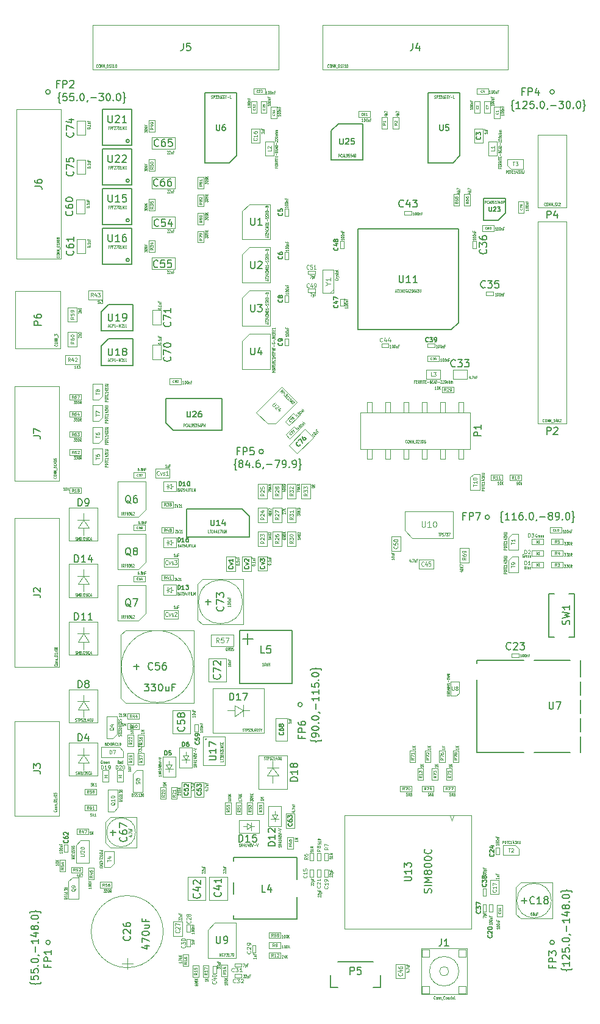
<source format=gbr>
%TF.GenerationSoftware,KiCad,Pcbnew,(5.1.0)-1*%
%TF.CreationDate,2019-03-20T15:23:46+01:00*%
%TF.ProjectId,AcroBoard_Station_GPRS_V04R04_XTAL,4163726f-426f-4617-9264-5f5374617469,rev?*%
%TF.SameCoordinates,Original*%
%TF.FileFunction,Other,Fab,Top*%
%FSLAX46Y46*%
G04 Gerber Fmt 4.6, Leading zero omitted, Abs format (unit mm)*
G04 Created by KiCad (PCBNEW (5.1.0)-1) date 2019-03-20 15:23:46*
%MOMM*%
%LPD*%
G04 APERTURE LIST*
%ADD10C,0.200000*%
%ADD11C,0.100000*%
%ADD12C,0.150000*%
%ADD13C,0.120000*%
%ADD14C,0.149860*%
%ADD15C,0.075000*%
%ADD16C,0.125000*%
%ADD17C,0.105000*%
G04 APERTURE END LIST*
D10*
X90300000Y-115000000D02*
G75*
G03X90300000Y-115000000I-300000J0D01*
G01*
X125300000Y-148000000D02*
G75*
G03X125300000Y-148000000I-300000J0D01*
G01*
X55300000Y-148000000D02*
G75*
G03X55300000Y-148000000I-300000J0D01*
G01*
X125300000Y-30000000D02*
G75*
G03X125300000Y-30000000I-300000J0D01*
G01*
X55316228Y-30000000D02*
G75*
G03X55316228Y-30000000I-316228J0D01*
G01*
X116300000Y-89000000D02*
G75*
G03X116300000Y-89000000I-300000J0D01*
G01*
X84916228Y-79900000D02*
G75*
G03X84916228Y-79900000I-316228J0D01*
G01*
D11*
%TO.C,U9*%
X77179333Y-146240936D02*
X78179333Y-145240936D01*
X77179333Y-150140936D02*
X77179333Y-146240936D01*
X81079333Y-150140936D02*
X77179333Y-150140936D01*
X81079333Y-145240936D02*
X81079333Y-150140936D01*
X78179333Y-145240936D02*
X81079333Y-145240936D01*
%TO.C,U13*%
X113800000Y-130375000D02*
X96200000Y-130375000D01*
X96200000Y-130375000D02*
X96200000Y-146075000D01*
X113800000Y-146075000D02*
X96200000Y-146075000D01*
X113800000Y-130375000D02*
X113800000Y-146075000D01*
X111300000Y-130375000D02*
X111050000Y-131125000D01*
X110800000Y-130375000D02*
X111050000Y-131125000D01*
%TO.C,C51*%
X92100000Y-55300000D02*
X91100000Y-55300000D01*
X91100000Y-55300000D02*
X91100000Y-54800000D01*
X91100000Y-54800000D02*
X92100000Y-54800000D01*
X92100000Y-54800000D02*
X92100000Y-55300000D01*
%TO.C,Y1*%
X94150000Y-57900000D02*
X94650000Y-57400000D01*
X93150000Y-54700000D02*
X93150000Y-57900000D01*
X94650000Y-54700000D02*
X93150000Y-54700000D01*
X94650000Y-57900000D02*
X94650000Y-54700000D01*
X93150000Y-57900000D02*
X94650000Y-57900000D01*
%TO.C,C49*%
X92100000Y-57300000D02*
X92100000Y-57800000D01*
X91100000Y-57300000D02*
X92100000Y-57300000D01*
X91100000Y-57800000D02*
X91100000Y-57300000D01*
X92100000Y-57800000D02*
X91100000Y-57800000D01*
%TO.C,U17*%
X79540639Y-119410213D02*
X76540639Y-119410213D01*
X79540639Y-123410213D02*
X79540639Y-119410213D01*
X76540639Y-123410213D02*
X79540639Y-123410213D01*
X76540639Y-119410213D02*
X76540639Y-123410213D01*
X77040639Y-119810213D02*
G75*
G03X77040639Y-119810213I-100000J0D01*
G01*
%TO.C,C66*%
X69400000Y-43400000D02*
X69400000Y-41800000D01*
X72600000Y-43400000D02*
X69400000Y-43400000D01*
X72600000Y-41800000D02*
X72600000Y-43400000D01*
X69400000Y-41800000D02*
X72600000Y-41800000D01*
%TO.C,C65*%
X69400000Y-37900000D02*
X69400000Y-36300000D01*
X72600000Y-37900000D02*
X69400000Y-37900000D01*
X72600000Y-36300000D02*
X72600000Y-37900000D01*
X69400000Y-36300000D02*
X72600000Y-36300000D01*
%TO.C,C55*%
X69400000Y-54600000D02*
X69400000Y-53000000D01*
X72600000Y-54600000D02*
X69400000Y-54600000D01*
X72600000Y-53000000D02*
X72600000Y-54600000D01*
X69400000Y-53000000D02*
X72600000Y-53000000D01*
%TO.C,C54*%
X69400000Y-48900000D02*
X69400000Y-47300000D01*
X72600000Y-48900000D02*
X69400000Y-48900000D01*
X72600000Y-47300000D02*
X72600000Y-48900000D01*
X69400000Y-47300000D02*
X72600000Y-47300000D01*
%TO.C,U10*%
X105600000Y-91887500D02*
X104550000Y-90837500D01*
X105600000Y-91887500D02*
X111250000Y-91887500D01*
X104550000Y-90837500D02*
X104550000Y-88187500D01*
X111250000Y-91887500D02*
X111250000Y-88187500D01*
X104550000Y-88187500D02*
X111250000Y-88187500D01*
%TO.C,C17*%
X117620000Y-141300000D02*
X116380000Y-141300000D01*
X117620000Y-139300000D02*
X117620000Y-141300000D01*
X116380000Y-139300000D02*
X117620000Y-139300000D01*
X116380000Y-141300000D02*
X116380000Y-139300000D01*
%TO.C,C16*%
X84420000Y-37100000D02*
X83180000Y-37100000D01*
X84420000Y-35100000D02*
X84420000Y-37100000D01*
X83180000Y-35100000D02*
X84420000Y-35100000D01*
X83180000Y-37100000D02*
X83180000Y-35100000D01*
%TO.C,C38*%
X115850000Y-141500000D02*
X115350000Y-141500000D01*
X115850000Y-140500000D02*
X115850000Y-141500000D01*
X115350000Y-140500000D02*
X115850000Y-140500000D01*
X115350000Y-141500000D02*
X115350000Y-140500000D01*
%TO.C,C37*%
X115350000Y-142700000D02*
X115850000Y-142700000D01*
X115350000Y-143700000D02*
X115350000Y-142700000D01*
X115850000Y-143700000D02*
X115350000Y-143700000D01*
X115850000Y-142700000D02*
X115850000Y-143700000D01*
%TO.C,T10*%
X114970000Y-83000000D02*
X114120000Y-83000000D01*
X113620000Y-83500000D02*
X113620000Y-85200000D01*
X114970000Y-83000000D02*
X114970000Y-85200000D01*
X114970000Y-85200000D02*
X113620000Y-85200000D01*
X114120000Y-83000000D02*
X113620000Y-83500000D01*
%TO.C,C62*%
X57750000Y-134455000D02*
X57750000Y-135455000D01*
X57750000Y-135455000D02*
X57250000Y-135455000D01*
X57250000Y-135455000D02*
X57250000Y-134455000D01*
X57250000Y-134455000D02*
X57750000Y-134455000D01*
%TO.C,R47*%
X59000000Y-132205000D02*
X60600000Y-132205000D01*
X60600000Y-132205000D02*
X60600000Y-133005000D01*
X60600000Y-133005000D02*
X59000000Y-133005000D01*
X59000000Y-133005000D02*
X59000000Y-132205000D01*
%TO.C,R52*%
X59800000Y-138330000D02*
X58200000Y-138330000D01*
X58200000Y-138330000D02*
X58200000Y-137530000D01*
X58200000Y-137530000D02*
X59800000Y-137530000D01*
X59800000Y-137530000D02*
X59800000Y-138330000D01*
%TO.C,R56*%
X63850000Y-140430000D02*
X62250000Y-140430000D01*
X62250000Y-140430000D02*
X62250000Y-139630000D01*
X62250000Y-139630000D02*
X63850000Y-139630000D01*
X63850000Y-139630000D02*
X63850000Y-140430000D01*
%TO.C,R45*%
X60600000Y-139280000D02*
X60600000Y-137680000D01*
X60600000Y-137680000D02*
X61400000Y-137680000D01*
X61400000Y-137680000D02*
X61400000Y-139280000D01*
X61400000Y-139280000D02*
X60600000Y-139280000D01*
%TO.C,U20*%
X60700000Y-133855000D02*
X60700000Y-136955000D01*
X60700000Y-136955000D02*
X58900000Y-136955000D01*
X58900000Y-134505000D02*
X58900000Y-136955000D01*
X60700000Y-133855000D02*
X59550000Y-133855000D01*
X58900000Y-134505000D02*
X59550000Y-133855000D01*
%TO.C,C67*%
X67280000Y-130600000D02*
X63690000Y-130600000D01*
X63690000Y-130600000D02*
X63020000Y-131270000D01*
X63020000Y-131270000D02*
X63020000Y-134190000D01*
X63020000Y-134190000D02*
X63690000Y-134860000D01*
X63690000Y-134860000D02*
X67280000Y-134860000D01*
X67280000Y-134860000D02*
X67280000Y-130600000D01*
X67150000Y-132730000D02*
G75*
G03X67150000Y-132730000I-2000000J0D01*
G01*
%TO.C,Q9*%
X57850000Y-142000000D02*
X59250000Y-142000000D01*
X59250000Y-138960000D02*
X59250000Y-142000000D01*
X57850000Y-139530000D02*
X58400000Y-138960000D01*
X58400000Y-138960000D02*
X59250000Y-138960000D01*
X57850000Y-139530000D02*
X57850000Y-141980000D01*
%TO.C,T4*%
X63680000Y-137530000D02*
X64180000Y-137030000D01*
X62830000Y-135330000D02*
X64180000Y-135330000D01*
X62830000Y-137530000D02*
X62830000Y-135330000D01*
X64180000Y-137030000D02*
X64180000Y-135330000D01*
X62830000Y-137530000D02*
X63680000Y-137530000D01*
%TO.C,R54*%
X56600000Y-138180000D02*
X56600000Y-136580000D01*
X56600000Y-136580000D02*
X57400000Y-136580000D01*
X57400000Y-136580000D02*
X57400000Y-138180000D01*
X57400000Y-138180000D02*
X56600000Y-138180000D01*
%TO.C,R82*%
X75800000Y-44300000D02*
X76600000Y-44300000D01*
X75800000Y-45900000D02*
X75800000Y-44300000D01*
X76600000Y-45900000D02*
X75800000Y-45900000D01*
X76600000Y-44300000D02*
X76600000Y-45900000D01*
%TO.C,R81*%
X75800000Y-41800000D02*
X76600000Y-41800000D01*
X75800000Y-43400000D02*
X75800000Y-41800000D01*
X76600000Y-43400000D02*
X75800000Y-43400000D01*
X76600000Y-41800000D02*
X76600000Y-43400000D01*
%TO.C,R80*%
X75800000Y-46800000D02*
X76600000Y-46800000D01*
X75800000Y-48400000D02*
X75800000Y-46800000D01*
X76600000Y-48400000D02*
X75800000Y-48400000D01*
X76600000Y-46800000D02*
X76600000Y-48400000D01*
%TO.C,R79*%
X75800000Y-49300000D02*
X76600000Y-49300000D01*
X75800000Y-50900000D02*
X75800000Y-49300000D01*
X76600000Y-50900000D02*
X75800000Y-50900000D01*
X76600000Y-49300000D02*
X76600000Y-50900000D01*
%TO.C,R70*%
X103910000Y-127060000D02*
X103910000Y-126260000D01*
X105510000Y-127060000D02*
X103910000Y-127060000D01*
X105510000Y-126260000D02*
X105510000Y-127060000D01*
X103910000Y-126260000D02*
X105510000Y-126260000D01*
%TO.C,R78*%
X111210000Y-121360000D02*
X112010000Y-121360000D01*
X111210000Y-122960000D02*
X111210000Y-121360000D01*
X112010000Y-122960000D02*
X111210000Y-122960000D01*
X112010000Y-121360000D02*
X112010000Y-122960000D01*
%TO.C,R77*%
X111510000Y-126260000D02*
X111510000Y-127060000D01*
X109910000Y-126260000D02*
X111510000Y-126260000D01*
X109910000Y-127060000D02*
X109910000Y-126260000D01*
X111510000Y-127060000D02*
X109910000Y-127060000D01*
%TO.C,R76*%
X110110000Y-122960000D02*
X109310000Y-122960000D01*
X110110000Y-121360000D02*
X110110000Y-122960000D01*
X109310000Y-121360000D02*
X110110000Y-121360000D01*
X109310000Y-122960000D02*
X109310000Y-121360000D01*
%TO.C,R75*%
X111110000Y-125460000D02*
X110310000Y-125460000D01*
X111110000Y-123860000D02*
X111110000Y-125460000D01*
X110310000Y-123860000D02*
X111110000Y-123860000D01*
X110310000Y-125460000D02*
X110310000Y-123860000D01*
%TO.C,R74*%
X106910000Y-127060000D02*
X106910000Y-126260000D01*
X108510000Y-127060000D02*
X106910000Y-127060000D01*
X108510000Y-126260000D02*
X108510000Y-127060000D01*
X106910000Y-126260000D02*
X108510000Y-126260000D01*
%TO.C,R73*%
X109110000Y-125460000D02*
X108310000Y-125460000D01*
X109110000Y-123860000D02*
X109110000Y-125460000D01*
X108310000Y-123860000D02*
X109110000Y-123860000D01*
X108310000Y-125460000D02*
X108310000Y-123860000D01*
%TO.C,R72*%
X108110000Y-122960000D02*
X107310000Y-122960000D01*
X108110000Y-121360000D02*
X108110000Y-122960000D01*
X107310000Y-121360000D02*
X108110000Y-121360000D01*
X107310000Y-122960000D02*
X107310000Y-121360000D01*
%TO.C,R71*%
X106010000Y-122960000D02*
X105210000Y-122960000D01*
X106010000Y-121360000D02*
X106010000Y-122960000D01*
X105210000Y-121360000D02*
X106010000Y-121360000D01*
X105210000Y-122960000D02*
X105210000Y-121360000D01*
%TO.C,R13*%
X107110000Y-125460000D02*
X106310000Y-125460000D01*
X107110000Y-123860000D02*
X107110000Y-125460000D01*
X106310000Y-123860000D02*
X107110000Y-123860000D01*
X106310000Y-125460000D02*
X106310000Y-123860000D01*
%TO.C,T9*%
X120270000Y-94500000D02*
X119420000Y-94500000D01*
X118920000Y-95000000D02*
X118920000Y-96700000D01*
X120270000Y-94500000D02*
X120270000Y-96700000D01*
X120270000Y-96700000D02*
X118920000Y-96700000D01*
X119420000Y-94500000D02*
X118920000Y-95000000D01*
%TO.C,Cvs1*%
X71900000Y-82280000D02*
X71900000Y-83520000D01*
X69900000Y-82280000D02*
X71900000Y-82280000D01*
X69900000Y-83520000D02*
X69900000Y-82280000D01*
X71900000Y-83520000D02*
X69900000Y-83520000D01*
%TO.C,Cvs3*%
X71080000Y-95920000D02*
X71080000Y-94680000D01*
X73080000Y-95920000D02*
X71080000Y-95920000D01*
X73080000Y-94680000D02*
X73080000Y-95920000D01*
X71080000Y-94680000D02*
X73080000Y-94680000D01*
%TO.C,Cvs2*%
X71080000Y-103120000D02*
X71080000Y-101880000D01*
X73080000Y-103120000D02*
X71080000Y-103120000D01*
X73080000Y-101880000D02*
X73080000Y-103120000D01*
X71080000Y-101880000D02*
X73080000Y-101880000D01*
%TO.C,R69*%
X112180000Y-93300000D02*
X113420000Y-93300000D01*
X112180000Y-95300000D02*
X112180000Y-93300000D01*
X113420000Y-95300000D02*
X112180000Y-95300000D01*
X113420000Y-93300000D02*
X113420000Y-95300000D01*
%TO.C,R68*%
X87300000Y-146600000D02*
X87300000Y-147400000D01*
X85700000Y-146600000D02*
X87300000Y-146600000D01*
X85700000Y-147400000D02*
X85700000Y-146600000D01*
X87300000Y-147400000D02*
X85700000Y-147400000D01*
%TO.C,C45*%
X108500000Y-94880000D02*
X108500000Y-96120000D01*
X106500000Y-94880000D02*
X108500000Y-94880000D01*
X106500000Y-96120000D02*
X106500000Y-94880000D01*
X108500000Y-96120000D02*
X106500000Y-96120000D01*
%TO.C,R17*%
X76500000Y-151200000D02*
X77300000Y-151200000D01*
X76500000Y-152800000D02*
X76500000Y-151200000D01*
X77300000Y-152800000D02*
X76500000Y-152800000D01*
X77300000Y-151200000D02*
X77300000Y-152800000D01*
%TO.C,R16*%
X74500000Y-151300000D02*
X73700000Y-151300000D01*
X74500000Y-149700000D02*
X74500000Y-151300000D01*
X73700000Y-149700000D02*
X74500000Y-149700000D01*
X73700000Y-151300000D02*
X73700000Y-149700000D01*
%TO.C,R15*%
X75900000Y-152800000D02*
X75100000Y-152800000D01*
X75900000Y-151200000D02*
X75900000Y-152800000D01*
X75100000Y-151200000D02*
X75900000Y-151200000D01*
X75100000Y-152800000D02*
X75100000Y-151200000D01*
%TO.C,R14*%
X79900000Y-152700000D02*
X79100000Y-152700000D01*
X79900000Y-151100000D02*
X79900000Y-152700000D01*
X79100000Y-151100000D02*
X79900000Y-151100000D01*
X79100000Y-152700000D02*
X79100000Y-151100000D01*
%TO.C,R12*%
X87300000Y-149400000D02*
X87300000Y-150200000D01*
X85700000Y-149400000D02*
X87300000Y-149400000D01*
X85700000Y-150200000D02*
X85700000Y-149400000D01*
X87300000Y-150200000D02*
X85700000Y-150200000D01*
%TO.C,R9*%
X87300000Y-148000000D02*
X87300000Y-148800000D01*
X85700000Y-148000000D02*
X87300000Y-148000000D01*
X85700000Y-148800000D02*
X85700000Y-148000000D01*
X87300000Y-148800000D02*
X85700000Y-148800000D01*
D12*
%TO.C,L4*%
X80779333Y-144290936D02*
X80779333Y-144740936D01*
X80779333Y-144740936D02*
X89579333Y-144740936D01*
X89579333Y-144740936D02*
X89579333Y-141740936D01*
X89579333Y-139240936D02*
X89579333Y-136240936D01*
X89579333Y-136240936D02*
X80779333Y-136240936D01*
X80779333Y-136240936D02*
X80779333Y-136690936D01*
X80779333Y-139690936D02*
X80779333Y-141290936D01*
D11*
%TO.C,C50*%
X103920000Y-93700000D02*
X102680000Y-93700000D01*
X103920000Y-91700000D02*
X103920000Y-93700000D01*
X102680000Y-91700000D02*
X103920000Y-91700000D01*
X102680000Y-93700000D02*
X102680000Y-91700000D01*
%TO.C,C42*%
X74379333Y-138890936D02*
X76879333Y-138890936D01*
X74379333Y-142090936D02*
X74379333Y-138890936D01*
X76879333Y-142090936D02*
X74379333Y-142090936D01*
X76879333Y-138890936D02*
X76879333Y-142090936D01*
%TO.C,C41*%
X77379333Y-138890936D02*
X79879333Y-138890936D01*
X77379333Y-142090936D02*
X77379333Y-138890936D01*
X79879333Y-142090936D02*
X77379333Y-142090936D01*
X79879333Y-138890936D02*
X79879333Y-142090936D01*
%TO.C,C40*%
X78350000Y-152300000D02*
X77850000Y-152300000D01*
X78350000Y-151300000D02*
X78350000Y-152300000D01*
X77850000Y-151300000D02*
X78350000Y-151300000D01*
X77850000Y-152300000D02*
X77850000Y-151300000D01*
%TO.C,C32*%
X81900000Y-152400000D02*
X81900000Y-152900000D01*
X80900000Y-152400000D02*
X81900000Y-152400000D01*
X80900000Y-152900000D02*
X80900000Y-152400000D01*
X81900000Y-152900000D02*
X80900000Y-152900000D01*
%TO.C,C31*%
X81900000Y-150900000D02*
X81900000Y-151400000D01*
X80900000Y-150900000D02*
X81900000Y-150900000D01*
X80900000Y-151400000D02*
X80900000Y-150900000D01*
X81900000Y-151400000D02*
X80900000Y-151400000D01*
%TO.C,C30*%
X74750000Y-148550000D02*
X74250000Y-148550000D01*
X74750000Y-147550000D02*
X74750000Y-148550000D01*
X74250000Y-147550000D02*
X74750000Y-147550000D01*
X74250000Y-148550000D02*
X74250000Y-147550000D01*
%TO.C,C29*%
X83350000Y-148400000D02*
X83850000Y-148400000D01*
X83350000Y-149400000D02*
X83350000Y-148400000D01*
X83850000Y-149400000D02*
X83350000Y-149400000D01*
X83850000Y-148400000D02*
X83850000Y-149400000D01*
%TO.C,C28*%
X74750000Y-146500000D02*
X74250000Y-146500000D01*
X74750000Y-145500000D02*
X74750000Y-146500000D01*
X74250000Y-145500000D02*
X74750000Y-145500000D01*
X74250000Y-146500000D02*
X74250000Y-145500000D01*
%TO.C,C27*%
X73620000Y-147100000D02*
X72380000Y-147100000D01*
X73620000Y-145100000D02*
X73620000Y-147100000D01*
X72380000Y-145100000D02*
X73620000Y-145100000D01*
X72380000Y-147100000D02*
X72380000Y-145100000D01*
%TO.C,C26*%
X71000000Y-146500000D02*
G75*
G03X71000000Y-146500000I-5000000J0D01*
G01*
X66000000Y-151700000D02*
X66000000Y-150200000D01*
X65250000Y-150950000D02*
X66750000Y-150950000D01*
%TO.C,C46*%
X104520000Y-153000000D02*
X103280000Y-153000000D01*
X104520000Y-151000000D02*
X104520000Y-153000000D01*
X103280000Y-151000000D02*
X104520000Y-151000000D01*
X103280000Y-153000000D02*
X103280000Y-151000000D01*
%TO.C,Q5*%
X66750000Y-124640000D02*
X66750000Y-127090000D01*
X67300000Y-124070000D02*
X68150000Y-124070000D01*
X66750000Y-124640000D02*
X67300000Y-124070000D01*
X68150000Y-124070000D02*
X68150000Y-127110000D01*
X66750000Y-127110000D02*
X68150000Y-127110000D01*
%TO.C,D12*%
X86500000Y-130250000D02*
X86500000Y-129750000D01*
X86900000Y-130250000D02*
X86500000Y-130850000D01*
X86100000Y-130250000D02*
X86900000Y-130250000D01*
X86500000Y-130850000D02*
X86100000Y-130250000D01*
X86500000Y-130850000D02*
X87050000Y-130850000D01*
X86500000Y-130850000D02*
X85950000Y-130850000D01*
X86500000Y-131250000D02*
X86500000Y-130850000D01*
X87400000Y-131900000D02*
X85600000Y-131900000D01*
X87400000Y-129100000D02*
X87400000Y-131900000D01*
X85600000Y-129100000D02*
X87400000Y-129100000D01*
X85600000Y-131900000D02*
X85600000Y-129100000D01*
%TO.C,Q10*%
X64700000Y-126780000D02*
X63300000Y-126780000D01*
X63300000Y-129820000D02*
X63300000Y-126780000D01*
X64700000Y-129250000D02*
X64150000Y-129820000D01*
X64150000Y-129820000D02*
X63300000Y-129820000D01*
X64700000Y-129250000D02*
X64700000Y-126800000D01*
%TO.C,Q7*%
X67550000Y-103340000D02*
X64650000Y-103340000D01*
X64650000Y-103340000D02*
X64650000Y-98440000D01*
X64650000Y-98440000D02*
X68550000Y-98440000D01*
X68550000Y-98440000D02*
X68550000Y-102340000D01*
X68550000Y-102340000D02*
X67550000Y-103340000D01*
%TO.C,Q8*%
X67550000Y-96250000D02*
X64650000Y-96250000D01*
X64650000Y-96250000D02*
X64650000Y-91350000D01*
X64650000Y-91350000D02*
X68550000Y-91350000D01*
X68550000Y-91350000D02*
X68550000Y-95250000D01*
X68550000Y-95250000D02*
X67550000Y-96250000D01*
%TO.C,Q6*%
X67550000Y-88985000D02*
X64650000Y-88985000D01*
X64650000Y-88985000D02*
X64650000Y-84085000D01*
X64650000Y-84085000D02*
X68550000Y-84085000D01*
X68550000Y-84085000D02*
X68550000Y-87985000D01*
X68550000Y-87985000D02*
X67550000Y-88985000D01*
D12*
%TO.C,U21*%
X62590000Y-37400000D02*
X62590000Y-32400000D01*
X66273607Y-36810000D02*
G75*
G03X66273607Y-36810000I-223607J0D01*
G01*
X62600000Y-32400000D02*
X66600000Y-32400000D01*
X66600000Y-37400000D02*
X66600000Y-32400000D01*
X62590000Y-37400000D02*
X66600000Y-37400000D01*
%TO.C,U15*%
X62590000Y-48400000D02*
X62590000Y-43400000D01*
X66273607Y-47810000D02*
G75*
G03X66273607Y-47810000I-223607J0D01*
G01*
X62600000Y-43400000D02*
X66600000Y-43400000D01*
X66600000Y-48400000D02*
X66600000Y-43400000D01*
X62590000Y-48400000D02*
X66600000Y-48400000D01*
%TO.C,U16*%
X62590000Y-53900000D02*
X62590000Y-48900000D01*
X66273607Y-53310000D02*
G75*
G03X66273607Y-53310000I-223607J0D01*
G01*
X62600000Y-48900000D02*
X66600000Y-48900000D01*
X66600000Y-53900000D02*
X66600000Y-48900000D01*
X62590000Y-53900000D02*
X66600000Y-53900000D01*
%TO.C,U22*%
X62590000Y-42900000D02*
X62590000Y-37900000D01*
X66273607Y-42310000D02*
G75*
G03X66273607Y-42310000I-223607J0D01*
G01*
X62600000Y-37900000D02*
X66600000Y-37900000D01*
X66600000Y-42900000D02*
X66600000Y-37900000D01*
X62590000Y-42900000D02*
X66600000Y-42900000D01*
D11*
%TO.C,C68*%
X86620000Y-116860000D02*
X88220000Y-116860000D01*
X86620000Y-120060000D02*
X86620000Y-116860000D01*
X88220000Y-120060000D02*
X86620000Y-120060000D01*
X88220000Y-116860000D02*
X88220000Y-120060000D01*
%TO.C,C76*%
X89564315Y-80177056D02*
X88432944Y-79045685D01*
X91827056Y-77914315D02*
X89564315Y-80177056D01*
X90695685Y-76782944D02*
X91827056Y-77914315D01*
X88432944Y-79045685D02*
X90695685Y-76782944D01*
%TO.C,C3*%
X115420000Y-37100000D02*
X114180000Y-37100000D01*
X115420000Y-35100000D02*
X115420000Y-37100000D01*
X114180000Y-35100000D02*
X115420000Y-35100000D01*
X114180000Y-37100000D02*
X114180000Y-35100000D01*
%TO.C,R64*%
X59600000Y-74300000D02*
X59600000Y-75100000D01*
X58000000Y-74300000D02*
X59600000Y-74300000D01*
X58000000Y-75100000D02*
X58000000Y-74300000D01*
X59600000Y-75100000D02*
X58000000Y-75100000D01*
%TO.C,R62*%
X59600000Y-79600000D02*
X59600000Y-80400000D01*
X58000000Y-79600000D02*
X59600000Y-79600000D01*
X58000000Y-80400000D02*
X58000000Y-79600000D01*
X59600000Y-80400000D02*
X58000000Y-80400000D01*
%TO.C,R63*%
X59600000Y-77100000D02*
X59600000Y-77900000D01*
X58000000Y-77100000D02*
X59600000Y-77100000D01*
X58000000Y-77900000D02*
X58000000Y-77100000D01*
X59600000Y-77900000D02*
X58000000Y-77900000D01*
%TO.C,R67*%
X59600000Y-71920000D02*
X59600000Y-72720000D01*
X58000000Y-71920000D02*
X59600000Y-71920000D01*
X58000000Y-72720000D02*
X58000000Y-71920000D01*
X59600000Y-72720000D02*
X58000000Y-72720000D01*
D13*
%TO.C,J3*%
X50380000Y-130420000D02*
X56580000Y-130420000D01*
X56580000Y-130420000D02*
X56580000Y-117320000D01*
X56580000Y-117320000D02*
X50380000Y-117320000D01*
X50380000Y-117320000D02*
X50380000Y-130420000D01*
%TO.C,J2*%
X50380000Y-109820000D02*
X56580000Y-109820000D01*
X56580000Y-109820000D02*
X56580000Y-89100000D01*
X56580000Y-89100000D02*
X50380000Y-89100000D01*
X50380000Y-89100000D02*
X50380000Y-109820000D01*
D11*
%TO.C,C24*%
X117710000Y-135820000D02*
X117210000Y-135820000D01*
X117710000Y-134820000D02*
X117710000Y-135820000D01*
X117210000Y-134820000D02*
X117710000Y-134820000D01*
X117210000Y-135820000D02*
X117210000Y-134820000D01*
%TO.C,L3*%
X109500000Y-68580000D02*
X109500000Y-69820000D01*
X107500000Y-68580000D02*
X109500000Y-68580000D01*
X107500000Y-69820000D02*
X107500000Y-68580000D01*
X109500000Y-69820000D02*
X107500000Y-69820000D01*
%TO.C,L1*%
X117370000Y-38850000D02*
X116130000Y-38850000D01*
X117370000Y-36850000D02*
X117370000Y-38850000D01*
X116130000Y-36850000D02*
X117370000Y-36850000D01*
X116130000Y-38850000D02*
X116130000Y-36850000D01*
%TO.C,L2*%
X86370000Y-38850000D02*
X85130000Y-38850000D01*
X86370000Y-36850000D02*
X86370000Y-38850000D01*
X85130000Y-36850000D02*
X86370000Y-36850000D01*
X85130000Y-38850000D02*
X85130000Y-36850000D01*
%TO.C,R5*%
X124900000Y-92800000D02*
X124900000Y-92000000D01*
X126500000Y-92800000D02*
X124900000Y-92800000D01*
X126500000Y-92000000D02*
X126500000Y-92800000D01*
X124900000Y-92000000D02*
X126500000Y-92000000D01*
%TO.C,D1*%
X122800000Y-95400000D02*
X122800000Y-95800000D01*
X122850000Y-95600000D02*
X123150000Y-95400000D01*
X123150000Y-95800000D02*
X122850000Y-95600000D01*
X123150000Y-95400000D02*
X123150000Y-95800000D01*
X123800000Y-96000000D02*
X122200000Y-96000000D01*
X123800000Y-95200000D02*
X123800000Y-96000000D01*
X122200000Y-95200000D02*
X123800000Y-95200000D01*
X122200000Y-96000000D02*
X122200000Y-95200000D01*
%TO.C,D2*%
X122800000Y-93800000D02*
X122800000Y-94200000D01*
X122850000Y-94000000D02*
X123150000Y-93800000D01*
X123150000Y-94200000D02*
X122850000Y-94000000D01*
X123150000Y-93800000D02*
X123150000Y-94200000D01*
X123800000Y-94400000D02*
X122200000Y-94400000D01*
X123800000Y-93600000D02*
X123800000Y-94400000D01*
X122200000Y-93600000D02*
X123800000Y-93600000D01*
X122200000Y-94400000D02*
X122200000Y-93600000D01*
%TO.C,D3*%
X122800000Y-92200000D02*
X122800000Y-92600000D01*
X122850000Y-92400000D02*
X123150000Y-92200000D01*
X123150000Y-92600000D02*
X122850000Y-92400000D01*
X123150000Y-92200000D02*
X123150000Y-92600000D01*
X123800000Y-92800000D02*
X122200000Y-92800000D01*
X123800000Y-92000000D02*
X123800000Y-92800000D01*
X122200000Y-92000000D02*
X123800000Y-92000000D01*
X122200000Y-92800000D02*
X122200000Y-92000000D01*
%TO.C,Cv2*%
X81980000Y-94500000D02*
X83220000Y-94500000D01*
X81980000Y-96500000D02*
X81980000Y-94500000D01*
X83220000Y-96500000D02*
X81980000Y-96500000D01*
X83220000Y-94500000D02*
X83220000Y-96500000D01*
%TO.C,Cv3*%
X84180000Y-94450000D02*
X85420000Y-94450000D01*
X84180000Y-96450000D02*
X84180000Y-94450000D01*
X85420000Y-96450000D02*
X84180000Y-96450000D01*
X85420000Y-94450000D02*
X85420000Y-96450000D01*
%TO.C,Cv1*%
X79780000Y-94500000D02*
X81020000Y-94500000D01*
X79780000Y-96500000D02*
X79780000Y-94500000D01*
X81020000Y-96500000D02*
X79780000Y-96500000D01*
X81020000Y-94500000D02*
X81020000Y-96500000D01*
%TO.C,C73*%
X81991381Y-100750000D02*
G75*
G03X81991381Y-100750000I-3041381J0D01*
G01*
X82100000Y-103900000D02*
X82100000Y-97600000D01*
X76470000Y-103900000D02*
X82100000Y-103900000D01*
X75800000Y-103230000D02*
X76470000Y-103900000D01*
X75800000Y-98270000D02*
X75800000Y-103230000D01*
X76470000Y-97600000D02*
X75800000Y-98270000D01*
X82100000Y-97600000D02*
X76470000Y-97600000D01*
D12*
%TO.C,L5*%
X81600000Y-104750000D02*
X81600000Y-112050000D01*
X81600000Y-112050000D02*
X88900000Y-112050000D01*
X88900000Y-112050000D02*
X88900000Y-104750000D01*
X88900000Y-104750000D02*
X81600000Y-104750000D01*
X82750000Y-105160000D02*
X82750000Y-106650000D01*
X83510000Y-105900000D02*
X82000000Y-105900000D01*
D11*
%TO.C,C56*%
X75181000Y-109720000D02*
G75*
G03X75181000Y-109720000I-5001000J0D01*
G01*
X75230000Y-114770000D02*
X75230000Y-104670000D01*
X65800000Y-114770000D02*
X75230000Y-114770000D01*
X65130000Y-114100000D02*
X65800000Y-114770000D01*
X65130000Y-105340000D02*
X65130000Y-114100000D01*
X65800000Y-104670000D02*
X65130000Y-105340000D01*
X75230000Y-104670000D02*
X65800000Y-104670000D01*
D12*
%TO.C,U19*%
X66810000Y-59481200D02*
X66810000Y-63140000D01*
X66810000Y-63140000D02*
X62390000Y-63140000D01*
X62390000Y-63140000D02*
X62390000Y-60480000D01*
X63390000Y-59480000D02*
X66810000Y-59480000D01*
X62390000Y-60480000D02*
X63390000Y-59480000D01*
D11*
%TO.C,D14*%
X57900000Y-100100000D02*
X57900000Y-95500000D01*
X57900000Y-95500000D02*
X61900000Y-95500000D01*
X61900000Y-100100000D02*
X57900000Y-100100000D01*
X61900000Y-100100000D02*
X61900000Y-95500000D01*
X59898980Y-97150560D02*
X59898980Y-96248860D01*
X59898980Y-98301180D02*
X59898980Y-99299400D01*
X60699080Y-97150560D02*
X59098880Y-97150560D01*
X59149680Y-98301180D02*
X60699080Y-98301180D01*
X59898980Y-97150560D02*
X59149680Y-98301180D01*
X59898980Y-97150560D02*
X60699080Y-98301180D01*
D12*
%TO.C,U14*%
X82950000Y-88850000D02*
X82950000Y-91750000D01*
X82950000Y-91750000D02*
X74250000Y-91750000D01*
X74250000Y-91750000D02*
X74250000Y-87850000D01*
X74250000Y-87850000D02*
X81950000Y-87850000D01*
X81950000Y-87850000D02*
X82950000Y-88850000D01*
D11*
%TO.C,D6*%
X74120000Y-122090000D02*
X74120000Y-121590000D01*
X74520000Y-122090000D02*
X74120000Y-122690000D01*
X73720000Y-122090000D02*
X74520000Y-122090000D01*
X74120000Y-122690000D02*
X73720000Y-122090000D01*
X74120000Y-122690000D02*
X74670000Y-122690000D01*
X74120000Y-122690000D02*
X73570000Y-122690000D01*
X74120000Y-123090000D02*
X74120000Y-122690000D01*
X75020000Y-123740000D02*
X73220000Y-123740000D01*
X75020000Y-120940000D02*
X75020000Y-123740000D01*
X73220000Y-120940000D02*
X75020000Y-120940000D01*
X73220000Y-123740000D02*
X73220000Y-120940000D01*
%TO.C,R53*%
X83400000Y-130200000D02*
X82600000Y-130200000D01*
X83400000Y-128600000D02*
X83400000Y-130200000D01*
X82600000Y-128600000D02*
X83400000Y-128600000D01*
X82600000Y-130200000D02*
X82600000Y-128600000D01*
%TO.C,R51*%
X81900000Y-130200000D02*
X81100000Y-130200000D01*
X81900000Y-128600000D02*
X81900000Y-130200000D01*
X81100000Y-128600000D02*
X81900000Y-128600000D01*
X81100000Y-130200000D02*
X81100000Y-128600000D01*
%TO.C,R55*%
X80400000Y-130200000D02*
X79600000Y-130200000D01*
X80400000Y-128600000D02*
X80400000Y-130200000D01*
X79600000Y-128600000D02*
X80400000Y-128600000D01*
X79600000Y-130200000D02*
X79600000Y-128600000D01*
%TO.C,R61*%
X61700000Y-128900000D02*
X61700000Y-129700000D01*
X60100000Y-128900000D02*
X61700000Y-128900000D01*
X60100000Y-129700000D02*
X60100000Y-128900000D01*
X61700000Y-129700000D02*
X60100000Y-129700000D01*
%TO.C,R58*%
X61700000Y-126700000D02*
X61700000Y-127500000D01*
X60100000Y-126700000D02*
X61700000Y-126700000D01*
X60100000Y-127500000D02*
X60100000Y-126700000D01*
X61700000Y-127500000D02*
X60100000Y-127500000D01*
%TO.C,D4*%
X57900000Y-124900000D02*
X57900000Y-120300000D01*
X57900000Y-120300000D02*
X61900000Y-120300000D01*
X61900000Y-124900000D02*
X57900000Y-124900000D01*
X61900000Y-124900000D02*
X61900000Y-120300000D01*
X59898980Y-121950560D02*
X59898980Y-121048860D01*
X59898980Y-123101180D02*
X59898980Y-124099400D01*
X60699080Y-121950560D02*
X59098880Y-121950560D01*
X59149680Y-123101180D02*
X60699080Y-123101180D01*
X59898980Y-121950560D02*
X59149680Y-123101180D01*
X59898980Y-121950560D02*
X60699080Y-123101180D01*
%TO.C,C20*%
X116250000Y-142700000D02*
X116750000Y-142700000D01*
X116250000Y-143700000D02*
X116250000Y-142700000D01*
X116750000Y-143700000D02*
X116250000Y-143700000D01*
X116750000Y-142700000D02*
X116750000Y-143700000D01*
%TO.C,C63*%
X88030000Y-130100000D02*
X89270000Y-130100000D01*
X88030000Y-132100000D02*
X88030000Y-130100000D01*
X89270000Y-132100000D02*
X88030000Y-132100000D01*
X89270000Y-130100000D02*
X89270000Y-132100000D01*
%TO.C,C52*%
X74820000Y-127800000D02*
X73580000Y-127800000D01*
X74820000Y-125800000D02*
X74820000Y-127800000D01*
X73580000Y-125800000D02*
X74820000Y-125800000D01*
X73580000Y-127800000D02*
X73580000Y-125800000D01*
%TO.C,D5*%
X71800000Y-123350000D02*
X71800000Y-122850000D01*
X72200000Y-123350000D02*
X71800000Y-123950000D01*
X71400000Y-123350000D02*
X72200000Y-123350000D01*
X71800000Y-123950000D02*
X71400000Y-123350000D01*
X71800000Y-123950000D02*
X72350000Y-123950000D01*
X71800000Y-123950000D02*
X71250000Y-123950000D01*
X71800000Y-124350000D02*
X71800000Y-123950000D01*
X72700000Y-125000000D02*
X70900000Y-125000000D01*
X72700000Y-122200000D02*
X72700000Y-125000000D01*
X70900000Y-122200000D02*
X72700000Y-122200000D01*
X70900000Y-125000000D02*
X70900000Y-122200000D01*
%TO.C,R46*%
X88254000Y-133412000D02*
X89054000Y-133412000D01*
X88254000Y-135012000D02*
X88254000Y-133412000D01*
X89054000Y-135012000D02*
X88254000Y-135012000D01*
X89054000Y-133412000D02*
X89054000Y-135012000D01*
%TO.C,R29*%
X109700000Y-71700000D02*
X109700000Y-70900000D01*
X111300000Y-71700000D02*
X109700000Y-71700000D01*
X111300000Y-70900000D02*
X111300000Y-71700000D01*
X109700000Y-70900000D02*
X111300000Y-70900000D01*
%TO.C,R20*%
X71400000Y-128100000D02*
X70600000Y-128100000D01*
X71400000Y-126500000D02*
X71400000Y-128100000D01*
X70600000Y-126500000D02*
X71400000Y-126500000D01*
X70600000Y-128100000D02*
X70600000Y-126500000D01*
%TO.C,R39*%
X84900000Y-130200000D02*
X84100000Y-130200000D01*
X84900000Y-128600000D02*
X84900000Y-130200000D01*
X84100000Y-128600000D02*
X84900000Y-128600000D01*
X84100000Y-130200000D02*
X84100000Y-128600000D01*
%TO.C,C35*%
X115850000Y-58250000D02*
X115850000Y-57750000D01*
X116850000Y-58250000D02*
X115850000Y-58250000D01*
X116850000Y-57750000D02*
X116850000Y-58250000D01*
X115850000Y-57750000D02*
X116850000Y-57750000D01*
%TO.C,C19*%
X93350000Y-137900000D02*
X93850000Y-137900000D01*
X93350000Y-138900000D02*
X93350000Y-137900000D01*
X93850000Y-138900000D02*
X93350000Y-138900000D01*
X93850000Y-137900000D02*
X93850000Y-138900000D01*
%TO.C,C5*%
X87850000Y-46200000D02*
X88350000Y-46200000D01*
X87850000Y-47200000D02*
X87850000Y-46200000D01*
X88350000Y-47200000D02*
X87850000Y-47200000D01*
X88350000Y-46200000D02*
X88350000Y-47200000D01*
%TO.C,C47*%
X96050000Y-59700000D02*
X95550000Y-59700000D01*
X96050000Y-58700000D02*
X96050000Y-59700000D01*
X95550000Y-58700000D02*
X96050000Y-58700000D01*
X95550000Y-59700000D02*
X95550000Y-58700000D01*
%TO.C,C59*%
X75880000Y-118740000D02*
X75380000Y-118740000D01*
X75880000Y-117740000D02*
X75880000Y-118740000D01*
X75380000Y-117740000D02*
X75880000Y-117740000D01*
X75380000Y-118740000D02*
X75380000Y-117740000D01*
%TO.C,C48*%
X96050000Y-51700000D02*
X95550000Y-51700000D01*
X96050000Y-50700000D02*
X96050000Y-51700000D01*
X95550000Y-50700000D02*
X96050000Y-50700000D01*
X95550000Y-51700000D02*
X95550000Y-50700000D01*
%TO.C,C44*%
X102300000Y-64950000D02*
X102300000Y-65450000D01*
X101300000Y-64950000D02*
X102300000Y-64950000D01*
X101300000Y-65450000D02*
X101300000Y-64950000D01*
X102300000Y-65450000D02*
X101300000Y-65450000D01*
%TO.C,C43*%
X104500000Y-47050000D02*
X104500000Y-46550000D01*
X105500000Y-47050000D02*
X104500000Y-47050000D01*
X105500000Y-46550000D02*
X105500000Y-47050000D01*
X104500000Y-46550000D02*
X105500000Y-46550000D01*
%TO.C,C39*%
X108700000Y-64950000D02*
X108700000Y-65450000D01*
X107700000Y-64950000D02*
X108700000Y-64950000D01*
X107700000Y-65450000D02*
X107700000Y-64950000D01*
X108700000Y-65450000D02*
X107700000Y-65450000D01*
%TO.C,C36*%
X113950000Y-50700000D02*
X114450000Y-50700000D01*
X113950000Y-51700000D02*
X113950000Y-50700000D01*
X114450000Y-51700000D02*
X113950000Y-51700000D01*
X114450000Y-50700000D02*
X114450000Y-51700000D01*
%TO.C,C23*%
X119400000Y-108450000D02*
X119400000Y-107950000D01*
X120400000Y-108450000D02*
X119400000Y-108450000D01*
X120400000Y-107950000D02*
X120400000Y-108450000D01*
X119400000Y-107950000D02*
X120400000Y-107950000D01*
%TO.C,C6*%
X87850000Y-52200000D02*
X88350000Y-52200000D01*
X87850000Y-53200000D02*
X87850000Y-52200000D01*
X88350000Y-53200000D02*
X87850000Y-53200000D01*
X88350000Y-52200000D02*
X88350000Y-53200000D01*
%TO.C,C8*%
X87850000Y-58200000D02*
X88350000Y-58200000D01*
X87850000Y-59200000D02*
X87850000Y-58200000D01*
X88350000Y-59200000D02*
X87850000Y-59200000D01*
X88350000Y-58200000D02*
X88350000Y-59200000D01*
%TO.C,C9*%
X87850000Y-64200000D02*
X88350000Y-64200000D01*
X87850000Y-65200000D02*
X87850000Y-64200000D01*
X88350000Y-65200000D02*
X87850000Y-65200000D01*
X88350000Y-64200000D02*
X88350000Y-65200000D01*
%TO.C,C15*%
X91350000Y-137900000D02*
X91850000Y-137900000D01*
X91350000Y-138900000D02*
X91350000Y-137900000D01*
X91850000Y-138900000D02*
X91350000Y-138900000D01*
X91850000Y-137900000D02*
X91850000Y-138900000D01*
%TO.C,C21*%
X92350000Y-137900000D02*
X92850000Y-137900000D01*
X92350000Y-138900000D02*
X92350000Y-137900000D01*
X92850000Y-138900000D02*
X92350000Y-138900000D01*
X92850000Y-137900000D02*
X92850000Y-138900000D01*
%TO.C,C22*%
X85150000Y-30300000D02*
X83550000Y-30300000D01*
X83550000Y-30300000D02*
X83550000Y-29500000D01*
X83550000Y-29500000D02*
X85150000Y-29500000D01*
X85150000Y-29500000D02*
X85150000Y-30300000D01*
%TO.C,C64*%
X66900000Y-97140000D02*
X68500000Y-97140000D01*
X68500000Y-97140000D02*
X68500000Y-97940000D01*
X68500000Y-97940000D02*
X66900000Y-97940000D01*
X66900000Y-97940000D02*
X66900000Y-97140000D01*
%TO.C,C79*%
X121100000Y-45175000D02*
X121100000Y-46775000D01*
X121100000Y-46775000D02*
X120300000Y-46775000D01*
X120300000Y-46775000D02*
X120300000Y-45175000D01*
X120300000Y-45175000D02*
X121100000Y-45175000D01*
%TO.C,C81*%
X98100000Y-32700000D02*
X99700000Y-32700000D01*
X99700000Y-32700000D02*
X99700000Y-33500000D01*
X99700000Y-33500000D02*
X98100000Y-33500000D01*
X98100000Y-33500000D02*
X98100000Y-32700000D01*
%TO.C,C82*%
X73493829Y-70548793D02*
X71893829Y-70548793D01*
X71893829Y-70548793D02*
X71893829Y-69748793D01*
X71893829Y-69748793D02*
X73493829Y-69748793D01*
X73493829Y-69748793D02*
X73493829Y-70548793D01*
%TO.C,C69*%
X66890000Y-90050000D02*
X68490000Y-90050000D01*
X68490000Y-90050000D02*
X68490000Y-90850000D01*
X68490000Y-90850000D02*
X66890000Y-90850000D01*
X66890000Y-90850000D02*
X66890000Y-90050000D01*
%TO.C,C77*%
X88021472Y-77532843D02*
X89152843Y-76401472D01*
X89152843Y-76401472D02*
X89718528Y-76967157D01*
X89718528Y-76967157D02*
X88587157Y-78098528D01*
X88587157Y-78098528D02*
X88021472Y-77532843D01*
%TO.C,C78*%
X87931472Y-75712843D02*
X89062843Y-74581472D01*
X89062843Y-74581472D02*
X89628528Y-75147157D01*
X89628528Y-75147157D02*
X88497157Y-76278528D01*
X88497157Y-76278528D02*
X87931472Y-75712843D01*
%TO.C,C4*%
X116130000Y-30300000D02*
X114530000Y-30300000D01*
X114530000Y-30300000D02*
X114530000Y-29500000D01*
X114530000Y-29500000D02*
X116130000Y-29500000D01*
X116130000Y-29500000D02*
X116130000Y-30300000D01*
%TO.C,C57*%
X66900000Y-82780000D02*
X68500000Y-82780000D01*
X68500000Y-82780000D02*
X68500000Y-83580000D01*
X68500000Y-83580000D02*
X66900000Y-83580000D01*
X66900000Y-83580000D02*
X66900000Y-82780000D01*
%TO.C,C7*%
X116370000Y-31300000D02*
X116370000Y-32900000D01*
X116370000Y-32900000D02*
X115570000Y-32900000D01*
X115570000Y-32900000D02*
X115570000Y-31300000D01*
X115570000Y-31300000D02*
X116370000Y-31300000D01*
%TO.C,C25*%
X85370000Y-31300000D02*
X85370000Y-32900000D01*
X85370000Y-32900000D02*
X84570000Y-32900000D01*
X84570000Y-32900000D02*
X84570000Y-31300000D01*
X84570000Y-31300000D02*
X85370000Y-31300000D01*
%TO.C,C14*%
X118100000Y-142800000D02*
X118100000Y-144400000D01*
X118100000Y-144400000D02*
X117300000Y-144400000D01*
X117300000Y-144400000D02*
X117300000Y-142800000D01*
X117300000Y-142800000D02*
X118100000Y-142800000D01*
%TO.C,C10*%
X126300000Y-91200000D02*
X124700000Y-91200000D01*
X124700000Y-91200000D02*
X124700000Y-90400000D01*
X124700000Y-90400000D02*
X126300000Y-90400000D01*
X126300000Y-90400000D02*
X126300000Y-91200000D01*
%TO.C,C12*%
X84000000Y-31300000D02*
X84000000Y-32900000D01*
X84000000Y-32900000D02*
X83200000Y-32900000D01*
X83200000Y-32900000D02*
X83200000Y-31300000D01*
X83200000Y-31300000D02*
X84000000Y-31300000D01*
%TO.C,C11*%
X86740000Y-32050000D02*
X86740000Y-33650000D01*
X86740000Y-33650000D02*
X85940000Y-33650000D01*
X85940000Y-33650000D02*
X85940000Y-32050000D01*
X85940000Y-32050000D02*
X86740000Y-32050000D01*
%TO.C,C2*%
X115000000Y-31300000D02*
X115000000Y-32900000D01*
X115000000Y-32900000D02*
X114200000Y-32900000D01*
X114200000Y-32900000D02*
X114200000Y-31300000D01*
X114200000Y-31300000D02*
X115000000Y-31300000D01*
%TO.C,C1*%
X117740000Y-32050000D02*
X117740000Y-33650000D01*
X117740000Y-33650000D02*
X116940000Y-33650000D01*
X116940000Y-33650000D02*
X116940000Y-32050000D01*
X116940000Y-32050000D02*
X117740000Y-32050000D01*
%TO.C,C34*%
X109300000Y-67400000D02*
X107700000Y-67400000D01*
X107700000Y-67400000D02*
X107700000Y-66600000D01*
X107700000Y-66600000D02*
X109300000Y-66600000D01*
X109300000Y-66600000D02*
X109300000Y-67400000D01*
%TO.C,C80*%
X116900000Y-49300000D02*
X115300000Y-49300000D01*
X115300000Y-49300000D02*
X115300000Y-48500000D01*
X115300000Y-48500000D02*
X116900000Y-48500000D01*
X116900000Y-48500000D02*
X116900000Y-49300000D01*
%TO.C,C71*%
X69480000Y-60300000D02*
X70720000Y-60300000D01*
X69480000Y-62300000D02*
X69480000Y-60300000D01*
X70720000Y-62300000D02*
X69480000Y-62300000D01*
X70720000Y-60300000D02*
X70720000Y-62300000D01*
%TO.C,C33*%
X111200000Y-69820000D02*
X111200000Y-68580000D01*
X113200000Y-69820000D02*
X111200000Y-69820000D01*
X113200000Y-68580000D02*
X113200000Y-69820000D01*
X111200000Y-68580000D02*
X113200000Y-68580000D01*
%TO.C,C75*%
X60220000Y-41400000D02*
X58980000Y-41400000D01*
X60220000Y-39400000D02*
X60220000Y-41400000D01*
X58980000Y-39400000D02*
X60220000Y-39400000D01*
X58980000Y-41400000D02*
X58980000Y-39400000D01*
%TO.C,C74*%
X60220000Y-36000000D02*
X58980000Y-36000000D01*
X60220000Y-34000000D02*
X60220000Y-36000000D01*
X58980000Y-34000000D02*
X60220000Y-34000000D01*
X58980000Y-36000000D02*
X58980000Y-34000000D01*
%TO.C,C70*%
X69480000Y-65110000D02*
X70720000Y-65110000D01*
X69480000Y-67110000D02*
X69480000Y-65110000D01*
X70720000Y-67110000D02*
X69480000Y-67110000D01*
X70720000Y-65110000D02*
X70720000Y-67110000D01*
%TO.C,C53*%
X76620000Y-127800000D02*
X75380000Y-127800000D01*
X76620000Y-125800000D02*
X76620000Y-127800000D01*
X75380000Y-125800000D02*
X76620000Y-125800000D01*
X75380000Y-127800000D02*
X75380000Y-125800000D01*
%TO.C,C61*%
X60220000Y-52400000D02*
X58980000Y-52400000D01*
X60220000Y-50400000D02*
X60220000Y-52400000D01*
X58980000Y-50400000D02*
X60220000Y-50400000D01*
X58980000Y-52400000D02*
X58980000Y-50400000D01*
%TO.C,C60*%
X60120000Y-46900000D02*
X58880000Y-46900000D01*
X60120000Y-44900000D02*
X60120000Y-46900000D01*
X58880000Y-44900000D02*
X60120000Y-44900000D01*
X58880000Y-46900000D02*
X58880000Y-44900000D01*
%TO.C,U24*%
X83921573Y-74457107D02*
X87457107Y-70921573D01*
X87457107Y-70921573D02*
X89578427Y-73042893D01*
X89578427Y-73042893D02*
X86573223Y-76048097D01*
X86573223Y-76048097D02*
X85512563Y-76048097D01*
X85512563Y-76048097D02*
X83921573Y-74457107D01*
%TO.C,U4*%
X82950000Y-63580000D02*
X85850000Y-63580000D01*
X85850000Y-63580000D02*
X85850000Y-68480000D01*
X85850000Y-68480000D02*
X81950000Y-68480000D01*
X81950000Y-68480000D02*
X81950000Y-64580000D01*
X81950000Y-64580000D02*
X82950000Y-63580000D01*
%TO.C,U3*%
X82950000Y-57580000D02*
X85850000Y-57580000D01*
X85850000Y-57580000D02*
X85850000Y-62480000D01*
X85850000Y-62480000D02*
X81950000Y-62480000D01*
X81950000Y-62480000D02*
X81950000Y-58580000D01*
X81950000Y-58580000D02*
X82950000Y-57580000D01*
%TO.C,U2*%
X82950000Y-51580000D02*
X85850000Y-51580000D01*
X85850000Y-51580000D02*
X85850000Y-56480000D01*
X85850000Y-56480000D02*
X81950000Y-56480000D01*
X81950000Y-56480000D02*
X81950000Y-52580000D01*
X81950000Y-52580000D02*
X82950000Y-51580000D01*
%TO.C,U1*%
X82950000Y-45580000D02*
X85850000Y-45580000D01*
X85850000Y-45580000D02*
X85850000Y-50480000D01*
X85850000Y-50480000D02*
X81950000Y-50480000D01*
X81950000Y-50480000D02*
X81950000Y-46580000D01*
X81950000Y-46580000D02*
X82950000Y-45580000D01*
D12*
%TO.C,U25*%
X95300000Y-34400000D02*
X98700000Y-34400000D01*
X98700000Y-34400000D02*
X98700000Y-39400000D01*
X98700000Y-39400000D02*
X94300000Y-39400000D01*
X94300000Y-39400000D02*
X94300000Y-35400000D01*
X94300000Y-35400000D02*
X95300000Y-34400000D01*
D11*
%TO.C,R44*%
X67650000Y-117000000D02*
X66050000Y-117000000D01*
X66050000Y-117000000D02*
X66050000Y-116200000D01*
X66050000Y-116200000D02*
X67650000Y-116200000D01*
X67650000Y-116200000D02*
X67650000Y-117000000D01*
%TO.C,R18*%
X59600000Y-84900000D02*
X59600000Y-85700000D01*
X58000000Y-84900000D02*
X59600000Y-84900000D01*
X58000000Y-85700000D02*
X58000000Y-84900000D01*
X59600000Y-85700000D02*
X58000000Y-85700000D01*
%TO.C,R11*%
X118100000Y-83100000D02*
X118100000Y-83900000D01*
X116500000Y-83100000D02*
X118100000Y-83100000D01*
X116500000Y-83900000D02*
X116500000Y-83100000D01*
X118100000Y-83900000D02*
X116500000Y-83900000D01*
%TO.C,R22*%
X66050000Y-119190000D02*
X66850000Y-119190000D01*
X66050000Y-120790000D02*
X66050000Y-119190000D01*
X66850000Y-120790000D02*
X66050000Y-120790000D01*
X66850000Y-119190000D02*
X66850000Y-120790000D01*
%TO.C,R34*%
X69800000Y-52200000D02*
X69000000Y-52200000D01*
X69800000Y-50600000D02*
X69800000Y-52200000D01*
X69000000Y-50600000D02*
X69800000Y-50600000D01*
X69000000Y-52200000D02*
X69000000Y-50600000D01*
%TO.C,R35*%
X69800000Y-46480000D02*
X69000000Y-46480000D01*
X69800000Y-44880000D02*
X69800000Y-46480000D01*
X69000000Y-44880000D02*
X69800000Y-44880000D01*
X69000000Y-46480000D02*
X69000000Y-44880000D01*
%TO.C,R41*%
X70780000Y-97790000D02*
X70780000Y-96990000D01*
X72380000Y-97790000D02*
X70780000Y-97790000D01*
X72380000Y-96990000D02*
X72380000Y-97790000D01*
X70780000Y-96990000D02*
X72380000Y-96990000D01*
%TO.C,R49*%
X69800000Y-35500000D02*
X69000000Y-35500000D01*
X69800000Y-33900000D02*
X69800000Y-35500000D01*
X69000000Y-33900000D02*
X69800000Y-33900000D01*
X69000000Y-35500000D02*
X69000000Y-33900000D01*
%TO.C,R50*%
X69800000Y-40980000D02*
X69000000Y-40980000D01*
X69800000Y-39380000D02*
X69800000Y-40980000D01*
X69000000Y-39380000D02*
X69800000Y-39380000D01*
X69000000Y-40980000D02*
X69000000Y-39380000D01*
%TO.C,R38*%
X70790000Y-87650000D02*
X70790000Y-86850000D01*
X72390000Y-87650000D02*
X70790000Y-87650000D01*
X72390000Y-86850000D02*
X72390000Y-87650000D01*
X70790000Y-86850000D02*
X72390000Y-86850000D01*
%TO.C,R40*%
X67640000Y-118400000D02*
X66040000Y-118400000D01*
X66040000Y-118400000D02*
X66040000Y-117600000D01*
X66040000Y-117600000D02*
X67640000Y-117600000D01*
X67640000Y-117600000D02*
X67640000Y-118400000D01*
%TO.C,R48*%
X70780000Y-91200000D02*
X70780000Y-90400000D01*
X72380000Y-91200000D02*
X70780000Y-91200000D01*
X72380000Y-90400000D02*
X72380000Y-91200000D01*
X70780000Y-90400000D02*
X72380000Y-90400000D01*
%TO.C,R66*%
X112800000Y-44200000D02*
X113600000Y-44200000D01*
X112800000Y-45800000D02*
X112800000Y-44200000D01*
X113600000Y-45800000D02*
X112800000Y-45800000D01*
X113600000Y-44200000D02*
X113600000Y-45800000D01*
%TO.C,R65*%
X111300000Y-44200000D02*
X112100000Y-44200000D01*
X111300000Y-45800000D02*
X111300000Y-44200000D01*
X112100000Y-45800000D02*
X111300000Y-45800000D01*
X112100000Y-44200000D02*
X112100000Y-45800000D01*
%TO.C,R1*%
X101300000Y-33500000D02*
X102100000Y-33500000D01*
X101300000Y-35100000D02*
X101300000Y-33500000D01*
X102100000Y-35100000D02*
X101300000Y-35100000D01*
X102100000Y-33500000D02*
X102100000Y-35100000D01*
%TO.C,R2*%
X102900000Y-33500000D02*
X103700000Y-33500000D01*
X102900000Y-35100000D02*
X102900000Y-33500000D01*
X103700000Y-35100000D02*
X102900000Y-35100000D01*
X103700000Y-33500000D02*
X103700000Y-35100000D01*
%TO.C,R3*%
X126500000Y-95200000D02*
X126500000Y-96000000D01*
X124900000Y-95200000D02*
X126500000Y-95200000D01*
X124900000Y-96000000D02*
X124900000Y-95200000D01*
X126500000Y-96000000D02*
X124900000Y-96000000D01*
%TO.C,R4*%
X126500000Y-93600000D02*
X126500000Y-94400000D01*
X124900000Y-93600000D02*
X126500000Y-93600000D01*
X124900000Y-94400000D02*
X124900000Y-93600000D01*
X126500000Y-94400000D02*
X124900000Y-94400000D01*
%TO.C,R37*%
X68300000Y-123340000D02*
X67500000Y-123340000D01*
X68300000Y-121740000D02*
X68300000Y-123340000D01*
X67500000Y-121740000D02*
X68300000Y-121740000D01*
X67500000Y-123340000D02*
X67500000Y-121740000D01*
%TO.C,R36*%
X68300000Y-120790000D02*
X67500000Y-120790000D01*
X68300000Y-119190000D02*
X68300000Y-120790000D01*
X67500000Y-119190000D02*
X68300000Y-119190000D01*
X67500000Y-120790000D02*
X67500000Y-119190000D01*
%TO.C,R21*%
X72100000Y-126500000D02*
X72900000Y-126500000D01*
X72100000Y-128100000D02*
X72100000Y-126500000D01*
X72900000Y-128100000D02*
X72100000Y-128100000D01*
X72900000Y-126500000D02*
X72900000Y-128100000D01*
%TO.C,R10*%
X120700000Y-83100000D02*
X120700000Y-83900000D01*
X119100000Y-83100000D02*
X120700000Y-83100000D01*
X119100000Y-83900000D02*
X119100000Y-83100000D01*
X120700000Y-83900000D02*
X119100000Y-83900000D01*
%TO.C,R19*%
X66050000Y-121740000D02*
X66850000Y-121740000D01*
X66050000Y-123340000D02*
X66050000Y-121740000D01*
X66850000Y-123340000D02*
X66050000Y-123340000D01*
X66850000Y-121740000D02*
X66850000Y-123340000D01*
%TO.C,R25*%
X85420000Y-86400000D02*
X84180000Y-86400000D01*
X85420000Y-84400000D02*
X85420000Y-86400000D01*
X84180000Y-84400000D02*
X85420000Y-84400000D01*
X84180000Y-86400000D02*
X84180000Y-84400000D01*
%TO.C,R42*%
X57410000Y-67780000D02*
X57410000Y-66540000D01*
X59410000Y-67780000D02*
X57410000Y-67780000D01*
X59410000Y-66540000D02*
X59410000Y-67780000D01*
X57410000Y-66540000D02*
X59410000Y-66540000D01*
%TO.C,R26*%
X87420000Y-93000000D02*
X86180000Y-93000000D01*
X87420000Y-91000000D02*
X87420000Y-93000000D01*
X86180000Y-91000000D02*
X87420000Y-91000000D01*
X86180000Y-93000000D02*
X86180000Y-91000000D01*
%TO.C,R27*%
X87420000Y-89700000D02*
X86180000Y-89700000D01*
X87420000Y-87700000D02*
X87420000Y-89700000D01*
X86180000Y-87700000D02*
X87420000Y-87700000D01*
X86180000Y-89700000D02*
X86180000Y-87700000D01*
%TO.C,R28*%
X87420000Y-86400000D02*
X86180000Y-86400000D01*
X87420000Y-84400000D02*
X87420000Y-86400000D01*
X86180000Y-84400000D02*
X87420000Y-84400000D01*
X86180000Y-86400000D02*
X86180000Y-84400000D01*
%TO.C,R30*%
X89420000Y-93000000D02*
X88180000Y-93000000D01*
X89420000Y-91000000D02*
X89420000Y-93000000D01*
X88180000Y-91000000D02*
X89420000Y-91000000D01*
X88180000Y-93000000D02*
X88180000Y-91000000D01*
%TO.C,R32*%
X89420000Y-86400000D02*
X88180000Y-86400000D01*
X89420000Y-84400000D02*
X89420000Y-86400000D01*
X88180000Y-84400000D02*
X89420000Y-84400000D01*
X88180000Y-86400000D02*
X88180000Y-84400000D01*
%TO.C,R43*%
X60590000Y-58800000D02*
X60590000Y-57560000D01*
X62590000Y-58800000D02*
X60590000Y-58800000D01*
X62590000Y-57560000D02*
X62590000Y-58800000D01*
X60590000Y-57560000D02*
X62590000Y-57560000D01*
%TO.C,R33*%
X91420000Y-86400000D02*
X90180000Y-86400000D01*
X91420000Y-84400000D02*
X91420000Y-86400000D01*
X90180000Y-84400000D02*
X91420000Y-84400000D01*
X90180000Y-86400000D02*
X90180000Y-84400000D01*
%TO.C,R24*%
X85420000Y-89700000D02*
X84180000Y-89700000D01*
X85420000Y-87700000D02*
X85420000Y-89700000D01*
X84180000Y-87700000D02*
X85420000Y-87700000D01*
X84180000Y-89700000D02*
X84180000Y-87700000D01*
%TO.C,R23*%
X85420000Y-93000000D02*
X84180000Y-93000000D01*
X85420000Y-91000000D02*
X85420000Y-93000000D01*
X84180000Y-91000000D02*
X85420000Y-91000000D01*
X84180000Y-93000000D02*
X84180000Y-91000000D01*
%TO.C,R60*%
X59010000Y-65310000D02*
X57770000Y-65310000D01*
X59010000Y-63310000D02*
X59010000Y-65310000D01*
X57770000Y-63310000D02*
X59010000Y-63310000D01*
X57770000Y-65310000D02*
X57770000Y-63310000D01*
%TO.C,R31*%
X89420000Y-89700000D02*
X88180000Y-89700000D01*
X89420000Y-87700000D02*
X89420000Y-89700000D01*
X88180000Y-87700000D02*
X89420000Y-87700000D01*
X88180000Y-89700000D02*
X88180000Y-87700000D01*
%TO.C,R59*%
X57770000Y-59900000D02*
X59010000Y-59900000D01*
X57770000Y-61900000D02*
X57770000Y-59900000D01*
X59010000Y-61900000D02*
X57770000Y-61900000D01*
X59010000Y-59900000D02*
X59010000Y-61900000D01*
D12*
%TO.C,U18*%
X66810000Y-64281200D02*
X66810000Y-67940000D01*
X66810000Y-67940000D02*
X62390000Y-67940000D01*
X62390000Y-67940000D02*
X62390000Y-65280000D01*
X63390000Y-64280000D02*
X66810000Y-64280000D01*
X62390000Y-65280000D02*
X63390000Y-64280000D01*
D11*
%TO.C,T3*%
X118800000Y-39330000D02*
X118800000Y-40180000D01*
X119300000Y-40680000D02*
X121000000Y-40680000D01*
X118800000Y-39330000D02*
X121000000Y-39330000D01*
X121000000Y-39330000D02*
X121000000Y-40680000D01*
X118800000Y-40180000D02*
X119300000Y-40680000D01*
%TO.C,J1*%
X112030000Y-148950000D02*
X113050000Y-148950000D01*
X113170000Y-148830000D02*
X113170000Y-155170000D01*
X106830000Y-155170000D02*
X113170000Y-155170000D01*
X106830000Y-148830000D02*
X106830000Y-155170000D01*
X106830000Y-148830000D02*
X113170000Y-148830000D01*
X107970000Y-148950000D02*
X107970000Y-149970000D01*
X106950000Y-149970000D02*
X107970000Y-149970000D01*
X107970000Y-154030000D02*
X107970000Y-155050000D01*
X106950000Y-154030000D02*
X107970000Y-154030000D01*
X112030000Y-148950000D02*
X112030000Y-149970000D01*
X112030000Y-149970000D02*
X113050000Y-149970000D01*
X113050000Y-154030000D02*
X112030000Y-154030000D01*
X112030000Y-154030000D02*
X112030000Y-155050000D01*
X112040000Y-152000000D02*
G75*
G03X112040000Y-152000000I-2040000J0D01*
G01*
X110635000Y-152000000D02*
G75*
G03X110635000Y-152000000I-635000J0D01*
G01*
X113050000Y-148950000D02*
X113050000Y-149970000D01*
X106950000Y-148950000D02*
X106950000Y-149970000D01*
X106950000Y-148950000D02*
X107970000Y-148950000D01*
X106950000Y-155050000D02*
X107970000Y-155050000D01*
X106950000Y-155050000D02*
X106950000Y-154030000D01*
X113050000Y-154030000D02*
X113050000Y-155050000D01*
X112030000Y-155050000D02*
X113050000Y-155050000D01*
%TO.C,T5*%
X61230000Y-81700000D02*
X62080000Y-81700000D01*
X62580000Y-81200000D02*
X62580000Y-79500000D01*
X61230000Y-81700000D02*
X61230000Y-79500000D01*
X61230000Y-79500000D02*
X62580000Y-79500000D01*
X62080000Y-81700000D02*
X62580000Y-81200000D01*
%TO.C,T8*%
X61230000Y-72700000D02*
X62080000Y-72700000D01*
X62580000Y-72200000D02*
X62580000Y-70500000D01*
X61230000Y-72700000D02*
X61230000Y-70500000D01*
X61230000Y-70500000D02*
X62580000Y-70500000D01*
X62080000Y-72700000D02*
X62580000Y-72200000D01*
%TO.C,T7*%
X61230000Y-75700000D02*
X62080000Y-75700000D01*
X62580000Y-75200000D02*
X62580000Y-73500000D01*
X61230000Y-75700000D02*
X61230000Y-73500000D01*
X61230000Y-73500000D02*
X62580000Y-73500000D01*
X62080000Y-75700000D02*
X62580000Y-75200000D01*
%TO.C,T2*%
X120390000Y-135880000D02*
X120390000Y-135030000D01*
X119890000Y-134530000D02*
X118190000Y-134530000D01*
X120390000Y-135880000D02*
X118190000Y-135880000D01*
X118190000Y-135880000D02*
X118190000Y-134530000D01*
X120390000Y-135030000D02*
X119890000Y-134530000D01*
%TO.C,T1*%
X120270000Y-91300000D02*
X119420000Y-91300000D01*
X118920000Y-91800000D02*
X118920000Y-93500000D01*
X120270000Y-91300000D02*
X120270000Y-93500000D01*
X120270000Y-93500000D02*
X118920000Y-93500000D01*
X119420000Y-91300000D02*
X118920000Y-91800000D01*
%TO.C,T6*%
X61230000Y-78700000D02*
X62080000Y-78700000D01*
X62580000Y-78200000D02*
X62580000Y-76500000D01*
X61230000Y-78700000D02*
X61230000Y-76500000D01*
X61230000Y-76500000D02*
X62580000Y-76500000D01*
X62080000Y-78700000D02*
X62580000Y-78200000D01*
%TO.C,D7*%
X64900000Y-120900000D02*
X62450000Y-120900000D01*
X65470000Y-121450000D02*
X65470000Y-122300000D01*
X64900000Y-120900000D02*
X65470000Y-121450000D01*
X65470000Y-122300000D02*
X62430000Y-122300000D01*
X62430000Y-120900000D02*
X62430000Y-122300000D01*
D12*
%TO.C,U6*%
X80200000Y-39850000D02*
X76800000Y-39850000D01*
X76800000Y-39850000D02*
X76800000Y-30150000D01*
X76800000Y-30150000D02*
X81200000Y-30150000D01*
X81200000Y-30150000D02*
X81200000Y-38850000D01*
X81200000Y-38850000D02*
X80200000Y-39850000D01*
%TO.C,U26*%
X71393829Y-75948793D02*
X71393829Y-72548793D01*
X71393829Y-72548793D02*
X79193829Y-72548793D01*
X79193829Y-72548793D02*
X79193829Y-76948793D01*
X79193829Y-76948793D02*
X72393829Y-76948793D01*
X72393829Y-76948793D02*
X71393829Y-75948793D01*
D11*
%TO.C,D18*%
X84200000Y-126700000D02*
X84200000Y-122100000D01*
X84200000Y-122100000D02*
X88200000Y-122100000D01*
X88200000Y-126700000D02*
X84200000Y-126700000D01*
X88200000Y-126700000D02*
X88200000Y-122100000D01*
X86198980Y-123750560D02*
X86198980Y-122848860D01*
X86198980Y-124901180D02*
X86198980Y-125899400D01*
X86999080Y-123750560D02*
X85398880Y-123750560D01*
X85449680Y-124901180D02*
X86999080Y-124901180D01*
X86198980Y-123750560D02*
X85449680Y-124901180D01*
X86198980Y-123750560D02*
X86999080Y-124901180D01*
%TO.C,D17*%
X77880000Y-112740000D02*
X84980000Y-112740000D01*
X84980000Y-112740000D02*
X84980000Y-118940000D01*
X77880000Y-118940000D02*
X77880000Y-112740000D01*
X77880000Y-118940000D02*
X84980000Y-118940000D01*
X82079440Y-115838980D02*
X82981140Y-115838980D01*
X80928820Y-115838980D02*
X79930600Y-115838980D01*
X82079440Y-116639080D02*
X82079440Y-115038880D01*
X80928820Y-115089680D02*
X80928820Y-116639080D01*
X82079440Y-115838980D02*
X80928820Y-115089680D01*
X82079440Y-115838980D02*
X80928820Y-116639080D01*
%TO.C,D8*%
X57900000Y-117500000D02*
X57900000Y-112900000D01*
X57900000Y-112900000D02*
X61900000Y-112900000D01*
X61900000Y-117500000D02*
X57900000Y-117500000D01*
X61900000Y-117500000D02*
X61900000Y-112900000D01*
X59898980Y-114550560D02*
X59898980Y-113648860D01*
X59898980Y-115701180D02*
X59898980Y-116699400D01*
X60699080Y-114550560D02*
X59098880Y-114550560D01*
X59149680Y-115701180D02*
X60699080Y-115701180D01*
X59898980Y-114550560D02*
X59149680Y-115701180D01*
X59898980Y-114550560D02*
X60699080Y-115701180D01*
%TO.C,D20*%
X64800000Y-125100000D02*
X65200000Y-125100000D01*
X65000000Y-125050000D02*
X64800000Y-124750000D01*
X65200000Y-124750000D02*
X65000000Y-125050000D01*
X64800000Y-124750000D02*
X65200000Y-124750000D01*
X65400000Y-124100000D02*
X65400000Y-125700000D01*
X64600000Y-124100000D02*
X65400000Y-124100000D01*
X64600000Y-125700000D02*
X64600000Y-124100000D01*
X65400000Y-125700000D02*
X64600000Y-125700000D01*
%TO.C,D19*%
X62800000Y-125100000D02*
X63200000Y-125100000D01*
X63000000Y-125050000D02*
X62800000Y-124750000D01*
X63200000Y-124750000D02*
X63000000Y-125050000D01*
X62800000Y-124750000D02*
X63200000Y-124750000D01*
X63400000Y-124100000D02*
X63400000Y-125700000D01*
X62600000Y-124100000D02*
X63400000Y-124100000D01*
X62600000Y-125700000D02*
X62600000Y-124100000D01*
X63400000Y-125700000D02*
X62600000Y-125700000D01*
%TO.C,C72*%
X77250000Y-108600000D02*
X79750000Y-108600000D01*
X77250000Y-111800000D02*
X77250000Y-108600000D01*
X79750000Y-111800000D02*
X77250000Y-111800000D01*
X79750000Y-108600000D02*
X79750000Y-111800000D01*
%TO.C,C58*%
X74780000Y-119040000D02*
X72280000Y-119040000D01*
X74780000Y-115840000D02*
X74780000Y-119040000D01*
X72280000Y-115840000D02*
X74780000Y-115840000D01*
X72280000Y-119040000D02*
X72280000Y-115840000D01*
%TO.C,R57*%
X77600000Y-106900000D02*
X77600000Y-105300000D01*
X80800000Y-106900000D02*
X77600000Y-106900000D01*
X80800000Y-105300000D02*
X80800000Y-106900000D01*
X77600000Y-105300000D02*
X80800000Y-105300000D01*
%TO.C,D15*%
X82650000Y-131900000D02*
X82150000Y-131900000D01*
X82650000Y-131500000D02*
X83250000Y-131900000D01*
X82650000Y-132300000D02*
X82650000Y-131500000D01*
X83250000Y-131900000D02*
X82650000Y-132300000D01*
X83250000Y-131900000D02*
X83250000Y-131350000D01*
X83250000Y-131900000D02*
X83250000Y-132450000D01*
X83650000Y-131900000D02*
X83250000Y-131900000D01*
X84300000Y-131000000D02*
X84300000Y-132800000D01*
X81500000Y-131000000D02*
X84300000Y-131000000D01*
X81500000Y-132800000D02*
X81500000Y-131000000D01*
X84300000Y-132800000D02*
X81500000Y-132800000D01*
%TO.C,C18*%
X124902082Y-142200000D02*
G75*
G03X124902082Y-142200000I-2402082J0D01*
G01*
X125010000Y-144710000D02*
X125010000Y-139690000D01*
X120660000Y-144710000D02*
X125010000Y-144710000D01*
X119990000Y-144040000D02*
X120660000Y-144710000D01*
X119990000Y-140360000D02*
X119990000Y-144040000D01*
X120660000Y-139690000D02*
X119990000Y-140360000D01*
X125010000Y-139690000D02*
X120660000Y-139690000D01*
%TO.C,P2*%
X127000000Y-76000000D02*
X127000000Y-48000000D01*
X127000000Y-48000000D02*
X123000000Y-48000000D01*
X123000000Y-48000000D02*
X123000000Y-76000000D01*
X123000000Y-76000000D02*
X127000000Y-76000000D01*
D14*
%TO.C,P5*%
X101197200Y-154281000D02*
X100181200Y-154281000D01*
X94202800Y-154281000D02*
X95218800Y-154281000D01*
X101197200Y-154281000D02*
X101197200Y-152528400D01*
X94202800Y-154281000D02*
X94202800Y-152528400D01*
X95218800Y-150674200D02*
X100181200Y-150674200D01*
D11*
%TO.C,R6*%
X91350000Y-135600000D02*
X91850000Y-135600000D01*
X91350000Y-136600000D02*
X91350000Y-135600000D01*
X91850000Y-136600000D02*
X91350000Y-136600000D01*
X91850000Y-135600000D02*
X91850000Y-136600000D01*
%TO.C,R7*%
X93350000Y-135600000D02*
X93850000Y-135600000D01*
X93350000Y-136600000D02*
X93350000Y-135600000D01*
X93850000Y-136600000D02*
X93350000Y-136600000D01*
X93850000Y-135600000D02*
X93850000Y-136600000D01*
%TO.C,R8*%
X92850000Y-136600000D02*
X92350000Y-136600000D01*
X92850000Y-135600000D02*
X92850000Y-136600000D01*
X92350000Y-135600000D02*
X92850000Y-135600000D01*
X92350000Y-136600000D02*
X92350000Y-135600000D01*
D12*
%TO.C,SW1*%
X128050000Y-99600000D02*
X127300000Y-99600000D01*
X128050000Y-105600000D02*
X127300000Y-105600000D01*
X128050000Y-105600000D02*
X128050000Y-99600000D01*
X124550000Y-105600000D02*
X124550000Y-99600000D01*
X124550000Y-105600000D02*
X125300000Y-105600000D01*
X124550000Y-99600000D02*
X125300000Y-99600000D01*
%TO.C,U5*%
X111200000Y-39850000D02*
X107800000Y-39850000D01*
X107800000Y-39850000D02*
X107800000Y-30150000D01*
X107800000Y-30150000D02*
X112200000Y-30150000D01*
X112200000Y-30150000D02*
X112200000Y-38850000D01*
X112200000Y-38850000D02*
X111200000Y-39850000D01*
%TO.C,U7*%
X128970000Y-119420000D02*
X128970000Y-121680000D01*
X128970000Y-116880000D02*
X128970000Y-118760000D01*
X128970000Y-114340000D02*
X128970000Y-116220000D01*
X128970000Y-111800000D02*
X128970000Y-113680000D01*
X128970000Y-108880000D02*
X128970000Y-111140000D01*
X127480000Y-108880000D02*
X122480000Y-108880000D01*
X122480000Y-121680000D02*
X127470000Y-121680000D01*
X114550000Y-121680000D02*
X121080000Y-121680000D01*
X114550000Y-111550000D02*
X114550000Y-121680000D01*
X114550000Y-108880000D02*
X114550000Y-109250000D01*
X121080000Y-108880000D02*
X114550000Y-108880000D01*
%TO.C,U11*%
X111000000Y-63000000D02*
X98000000Y-63000000D01*
X98000000Y-63000000D02*
X98000000Y-49000000D01*
X98000000Y-49000000D02*
X112000000Y-49000000D01*
X112000000Y-49000000D02*
X112000000Y-62000000D01*
X112000000Y-62000000D02*
X111000000Y-63000000D01*
%TO.C,U23*%
X117500000Y-47800000D02*
X115500000Y-47800000D01*
X115500000Y-47800000D02*
X115500000Y-44800000D01*
X115500000Y-44800000D02*
X118500000Y-44800000D01*
X118500000Y-44800000D02*
X118500000Y-46800000D01*
X118500000Y-46800000D02*
X117500000Y-47800000D01*
D11*
%TO.C,P1*%
X113620000Y-74460000D02*
X98380000Y-74460000D01*
X98380000Y-74460000D02*
X98380000Y-79540000D01*
X98380000Y-79540000D02*
X113620000Y-79540000D01*
X113620000Y-79540000D02*
X113620000Y-74460000D01*
X112670000Y-74460000D02*
X112030000Y-74460000D01*
X112030000Y-74460000D02*
X112030000Y-73080000D01*
X112030000Y-73080000D02*
X112670000Y-73080000D01*
X112670000Y-73080000D02*
X112670000Y-74460000D01*
X112670000Y-79540000D02*
X112030000Y-79540000D01*
X112030000Y-79540000D02*
X112030000Y-80920000D01*
X112030000Y-80920000D02*
X112670000Y-80920000D01*
X112670000Y-80920000D02*
X112670000Y-79540000D01*
X110130000Y-74460000D02*
X109490000Y-74460000D01*
X109490000Y-74460000D02*
X109490000Y-73080000D01*
X109490000Y-73080000D02*
X110130000Y-73080000D01*
X110130000Y-73080000D02*
X110130000Y-74460000D01*
X110130000Y-79540000D02*
X109490000Y-79540000D01*
X109490000Y-79540000D02*
X109490000Y-80920000D01*
X109490000Y-80920000D02*
X110130000Y-80920000D01*
X110130000Y-80920000D02*
X110130000Y-79540000D01*
X107590000Y-74460000D02*
X106950000Y-74460000D01*
X106950000Y-74460000D02*
X106950000Y-73080000D01*
X106950000Y-73080000D02*
X107590000Y-73080000D01*
X107590000Y-73080000D02*
X107590000Y-74460000D01*
X107590000Y-79540000D02*
X106950000Y-79540000D01*
X106950000Y-79540000D02*
X106950000Y-80920000D01*
X106950000Y-80920000D02*
X107590000Y-80920000D01*
X107590000Y-80920000D02*
X107590000Y-79540000D01*
X105050000Y-74460000D02*
X104410000Y-74460000D01*
X104410000Y-74460000D02*
X104410000Y-73080000D01*
X104410000Y-73080000D02*
X105050000Y-73080000D01*
X105050000Y-73080000D02*
X105050000Y-74460000D01*
X105050000Y-79540000D02*
X104410000Y-79540000D01*
X104410000Y-79540000D02*
X104410000Y-80920000D01*
X104410000Y-80920000D02*
X105050000Y-80920000D01*
X105050000Y-80920000D02*
X105050000Y-79540000D01*
X102510000Y-74460000D02*
X101870000Y-74460000D01*
X101870000Y-74460000D02*
X101870000Y-73080000D01*
X101870000Y-73080000D02*
X102510000Y-73080000D01*
X102510000Y-73080000D02*
X102510000Y-74460000D01*
X102510000Y-79540000D02*
X101870000Y-79540000D01*
X101870000Y-79540000D02*
X101870000Y-80920000D01*
X101870000Y-80920000D02*
X102510000Y-80920000D01*
X102510000Y-80920000D02*
X102510000Y-79540000D01*
X99970000Y-74460000D02*
X99330000Y-74460000D01*
X99330000Y-74460000D02*
X99330000Y-73080000D01*
X99330000Y-73080000D02*
X99970000Y-73080000D01*
X99970000Y-73080000D02*
X99970000Y-74460000D01*
X99970000Y-79540000D02*
X99330000Y-79540000D01*
X99330000Y-79540000D02*
X99330000Y-80920000D01*
X99330000Y-80920000D02*
X99970000Y-80920000D01*
X99970000Y-80920000D02*
X99970000Y-79540000D01*
D13*
%TO.C,P6*%
X50480000Y-65620000D02*
X56680000Y-65620000D01*
X56680000Y-65620000D02*
X56680000Y-57600000D01*
X56680000Y-57600000D02*
X50480000Y-57600000D01*
X50480000Y-57600000D02*
X50480000Y-65620000D01*
%TO.C,J5*%
X61230000Y-20680000D02*
X61230000Y-26880000D01*
X61230000Y-26880000D02*
X87030000Y-26880000D01*
X87030000Y-26880000D02*
X87030000Y-20680000D01*
X87030000Y-20680000D02*
X61230000Y-20680000D01*
%TO.C,J6*%
X50580000Y-53130000D02*
X56780000Y-53130000D01*
X56780000Y-53130000D02*
X56780000Y-32410000D01*
X56780000Y-32410000D02*
X50580000Y-32410000D01*
X50580000Y-32410000D02*
X50580000Y-53130000D01*
D11*
%TO.C,D11*%
X57900000Y-108100000D02*
X57900000Y-103500000D01*
X57900000Y-103500000D02*
X61900000Y-103500000D01*
X61900000Y-108100000D02*
X57900000Y-108100000D01*
X61900000Y-108100000D02*
X61900000Y-103500000D01*
X59898980Y-105150560D02*
X59898980Y-104248860D01*
X59898980Y-106301180D02*
X59898980Y-107299400D01*
X60699080Y-105150560D02*
X59098880Y-105150560D01*
X59149680Y-106301180D02*
X60699080Y-106301180D01*
X59898980Y-105150560D02*
X59149680Y-106301180D01*
X59898980Y-105150560D02*
X60699080Y-106301180D01*
%TO.C,D9*%
X57900000Y-92300000D02*
X57900000Y-87700000D01*
X57900000Y-87700000D02*
X61900000Y-87700000D01*
X61900000Y-92300000D02*
X57900000Y-92300000D01*
X61900000Y-92300000D02*
X61900000Y-87700000D01*
X59898980Y-89350560D02*
X59898980Y-88448860D01*
X59898980Y-90501180D02*
X59898980Y-91499400D01*
X60699080Y-89350560D02*
X59098880Y-89350560D01*
X59149680Y-90501180D02*
X60699080Y-90501180D01*
X59898980Y-89350560D02*
X59149680Y-90501180D01*
X59898980Y-89350560D02*
X60699080Y-90501180D01*
%TO.C,D13*%
X72130000Y-99090000D02*
X72380000Y-99090000D01*
X72130000Y-99440000D02*
X71630000Y-99090000D01*
X72130000Y-98740000D02*
X72130000Y-99440000D01*
X71630000Y-99090000D02*
X72130000Y-98740000D01*
X71630000Y-99090000D02*
X71430000Y-99090000D01*
X71630000Y-98740000D02*
X71630000Y-99440000D01*
X71030000Y-99790000D02*
X71030000Y-98390000D01*
X72830000Y-99790000D02*
X71030000Y-99790000D01*
X72830000Y-98390000D02*
X72830000Y-99790000D01*
X71030000Y-98390000D02*
X72830000Y-98390000D01*
%TO.C,D10*%
X72130000Y-84740000D02*
X72380000Y-84740000D01*
X72130000Y-85090000D02*
X71630000Y-84740000D01*
X72130000Y-84390000D02*
X72130000Y-85090000D01*
X71630000Y-84740000D02*
X72130000Y-84390000D01*
X71630000Y-84740000D02*
X71430000Y-84740000D01*
X71630000Y-84390000D02*
X71630000Y-85090000D01*
X71030000Y-85440000D02*
X71030000Y-84040000D01*
X72830000Y-85440000D02*
X71030000Y-85440000D01*
X72830000Y-84040000D02*
X72830000Y-85440000D01*
X71030000Y-84040000D02*
X72830000Y-84040000D01*
%TO.C,D16*%
X72130000Y-92500000D02*
X72380000Y-92500000D01*
X72130000Y-92850000D02*
X71630000Y-92500000D01*
X72130000Y-92150000D02*
X72130000Y-92850000D01*
X71630000Y-92500000D02*
X72130000Y-92150000D01*
X71630000Y-92500000D02*
X71430000Y-92500000D01*
X71630000Y-92150000D02*
X71630000Y-92850000D01*
X71030000Y-93200000D02*
X71030000Y-91800000D01*
X72830000Y-93200000D02*
X71030000Y-93200000D01*
X72830000Y-91800000D02*
X72830000Y-93200000D01*
X71030000Y-91800000D02*
X72830000Y-91800000D01*
%TO.C,Q4*%
X64550000Y-119090000D02*
X64550000Y-116640000D01*
X64000000Y-119660000D02*
X63150000Y-119660000D01*
X64550000Y-119090000D02*
X64000000Y-119660000D01*
X63150000Y-119660000D02*
X63150000Y-116620000D01*
X64550000Y-116620000D02*
X63150000Y-116620000D01*
D13*
%TO.C,J4*%
X93090000Y-20680000D02*
X93090000Y-26880000D01*
X93090000Y-26880000D02*
X118890000Y-26880000D01*
X118890000Y-26880000D02*
X118890000Y-20680000D01*
X118890000Y-20680000D02*
X93090000Y-20680000D01*
D11*
%TO.C,P4*%
X127000000Y-46000000D02*
X127000000Y-36000000D01*
X127000000Y-36000000D02*
X123000000Y-36000000D01*
X123000000Y-36000000D02*
X123000000Y-46000000D01*
X123000000Y-46000000D02*
X127000000Y-46000000D01*
D13*
%TO.C,J7*%
X50380000Y-83950000D02*
X56580000Y-83950000D01*
X56580000Y-83950000D02*
X56580000Y-70850000D01*
X56580000Y-70850000D02*
X50380000Y-70850000D01*
X50380000Y-70850000D02*
X50380000Y-83950000D01*
D11*
%TO.C,U8*%
X111700000Y-113800000D02*
X112100000Y-113400000D01*
X110900000Y-113800000D02*
X111000000Y-113800000D01*
X110900000Y-111800000D02*
X110900000Y-113800000D01*
X112100000Y-111800000D02*
X110900000Y-111800000D01*
X112100000Y-113400000D02*
X112100000Y-111800000D01*
X111000000Y-113800000D02*
X111700000Y-113800000D01*
%TD*%
%TO.C,U9*%
D15*
X78842857Y-149880952D02*
X78842857Y-149480952D01*
X79014285Y-149880952D01*
X79014285Y-149480952D01*
X79328571Y-149842857D02*
X79314285Y-149861904D01*
X79271428Y-149880952D01*
X79242857Y-149880952D01*
X79200000Y-149861904D01*
X79171428Y-149823809D01*
X79157142Y-149785714D01*
X79142857Y-149709523D01*
X79142857Y-149652380D01*
X79157142Y-149576190D01*
X79171428Y-149538095D01*
X79200000Y-149500000D01*
X79242857Y-149480952D01*
X79271428Y-149480952D01*
X79314285Y-149500000D01*
X79328571Y-149519047D01*
X79457142Y-149880952D02*
X79457142Y-149480952D01*
X79571428Y-149480952D01*
X79600000Y-149500000D01*
X79614285Y-149519047D01*
X79628571Y-149557142D01*
X79628571Y-149614285D01*
X79614285Y-149652380D01*
X79600000Y-149671428D01*
X79571428Y-149690476D01*
X79457142Y-149690476D01*
X79728571Y-149480952D02*
X79914285Y-149480952D01*
X79814285Y-149633333D01*
X79857142Y-149633333D01*
X79885714Y-149652380D01*
X79900000Y-149671428D01*
X79914285Y-149709523D01*
X79914285Y-149804761D01*
X79900000Y-149842857D01*
X79885714Y-149861904D01*
X79857142Y-149880952D01*
X79771428Y-149880952D01*
X79742857Y-149861904D01*
X79728571Y-149842857D01*
X80200000Y-149880952D02*
X80028571Y-149880952D01*
X80114285Y-149880952D02*
X80114285Y-149480952D01*
X80085714Y-149538095D01*
X80057142Y-149576190D01*
X80028571Y-149595238D01*
X80300000Y-149480952D02*
X80500000Y-149480952D01*
X80371428Y-149880952D01*
X80671428Y-149480952D02*
X80700000Y-149480952D01*
X80728571Y-149500000D01*
X80742857Y-149519047D01*
X80757142Y-149557142D01*
X80771428Y-149633333D01*
X80771428Y-149728571D01*
X80757142Y-149804761D01*
X80742857Y-149842857D01*
X80728571Y-149861904D01*
X80700000Y-149880952D01*
X80671428Y-149880952D01*
X80642857Y-149861904D01*
X80628571Y-149842857D01*
X80614285Y-149804761D01*
X80600000Y-149728571D01*
X80600000Y-149633333D01*
X80614285Y-149557142D01*
X80628571Y-149519047D01*
X80642857Y-149500000D01*
X80671428Y-149480952D01*
D12*
X78367428Y-147143316D02*
X78367428Y-147952840D01*
X78415047Y-148048078D01*
X78462666Y-148095697D01*
X78557904Y-148143316D01*
X78748380Y-148143316D01*
X78843618Y-148095697D01*
X78891237Y-148048078D01*
X78938856Y-147952840D01*
X78938856Y-147143316D01*
X79462666Y-148143316D02*
X79653142Y-148143316D01*
X79748380Y-148095697D01*
X79795999Y-148048078D01*
X79891237Y-147905221D01*
X79938856Y-147714745D01*
X79938856Y-147333793D01*
X79891237Y-147238555D01*
X79843618Y-147190936D01*
X79748380Y-147143316D01*
X79557904Y-147143316D01*
X79462666Y-147190936D01*
X79415047Y-147238555D01*
X79367428Y-147333793D01*
X79367428Y-147571888D01*
X79415047Y-147667126D01*
X79462666Y-147714745D01*
X79557904Y-147762364D01*
X79748380Y-147762364D01*
X79843618Y-147714745D01*
X79891237Y-147667126D01*
X79938856Y-147571888D01*
%TO.C,U13*%
X108204761Y-141123809D02*
X108252380Y-140980952D01*
X108252380Y-140742857D01*
X108204761Y-140647619D01*
X108157142Y-140600000D01*
X108061904Y-140552380D01*
X107966666Y-140552380D01*
X107871428Y-140600000D01*
X107823809Y-140647619D01*
X107776190Y-140742857D01*
X107728571Y-140933333D01*
X107680952Y-141028571D01*
X107633333Y-141076190D01*
X107538095Y-141123809D01*
X107442857Y-141123809D01*
X107347619Y-141076190D01*
X107300000Y-141028571D01*
X107252380Y-140933333D01*
X107252380Y-140695238D01*
X107300000Y-140552380D01*
X108252380Y-140123809D02*
X107252380Y-140123809D01*
X108252380Y-139647619D02*
X107252380Y-139647619D01*
X107966666Y-139314285D01*
X107252380Y-138980952D01*
X108252380Y-138980952D01*
X107680952Y-138361904D02*
X107633333Y-138457142D01*
X107585714Y-138504761D01*
X107490476Y-138552380D01*
X107442857Y-138552380D01*
X107347619Y-138504761D01*
X107300000Y-138457142D01*
X107252380Y-138361904D01*
X107252380Y-138171428D01*
X107300000Y-138076190D01*
X107347619Y-138028571D01*
X107442857Y-137980952D01*
X107490476Y-137980952D01*
X107585714Y-138028571D01*
X107633333Y-138076190D01*
X107680952Y-138171428D01*
X107680952Y-138361904D01*
X107728571Y-138457142D01*
X107776190Y-138504761D01*
X107871428Y-138552380D01*
X108061904Y-138552380D01*
X108157142Y-138504761D01*
X108204761Y-138457142D01*
X108252380Y-138361904D01*
X108252380Y-138171428D01*
X108204761Y-138076190D01*
X108157142Y-138028571D01*
X108061904Y-137980952D01*
X107871428Y-137980952D01*
X107776190Y-138028571D01*
X107728571Y-138076190D01*
X107680952Y-138171428D01*
X107252380Y-137361904D02*
X107252380Y-137266666D01*
X107300000Y-137171428D01*
X107347619Y-137123809D01*
X107442857Y-137076190D01*
X107633333Y-137028571D01*
X107871428Y-137028571D01*
X108061904Y-137076190D01*
X108157142Y-137123809D01*
X108204761Y-137171428D01*
X108252380Y-137266666D01*
X108252380Y-137361904D01*
X108204761Y-137457142D01*
X108157142Y-137504761D01*
X108061904Y-137552380D01*
X107871428Y-137600000D01*
X107633333Y-137600000D01*
X107442857Y-137552380D01*
X107347619Y-137504761D01*
X107300000Y-137457142D01*
X107252380Y-137361904D01*
X107252380Y-136409523D02*
X107252380Y-136314285D01*
X107300000Y-136219047D01*
X107347619Y-136171428D01*
X107442857Y-136123809D01*
X107633333Y-136076190D01*
X107871428Y-136076190D01*
X108061904Y-136123809D01*
X108157142Y-136171428D01*
X108204761Y-136219047D01*
X108252380Y-136314285D01*
X108252380Y-136409523D01*
X108204761Y-136504761D01*
X108157142Y-136552380D01*
X108061904Y-136600000D01*
X107871428Y-136647619D01*
X107633333Y-136647619D01*
X107442857Y-136600000D01*
X107347619Y-136552380D01*
X107300000Y-136504761D01*
X107252380Y-136409523D01*
X108157142Y-135076190D02*
X108204761Y-135123809D01*
X108252380Y-135266666D01*
X108252380Y-135361904D01*
X108204761Y-135504761D01*
X108109523Y-135600000D01*
X108014285Y-135647619D01*
X107823809Y-135695238D01*
X107680952Y-135695238D01*
X107490476Y-135647619D01*
X107395238Y-135600000D01*
X107300000Y-135504761D01*
X107252380Y-135361904D01*
X107252380Y-135266666D01*
X107300000Y-135123809D01*
X107347619Y-135076190D01*
X104452380Y-139463095D02*
X105261904Y-139463095D01*
X105357142Y-139415476D01*
X105404761Y-139367857D01*
X105452380Y-139272619D01*
X105452380Y-139082142D01*
X105404761Y-138986904D01*
X105357142Y-138939285D01*
X105261904Y-138891666D01*
X104452380Y-138891666D01*
X105452380Y-137891666D02*
X105452380Y-138463095D01*
X105452380Y-138177380D02*
X104452380Y-138177380D01*
X104595238Y-138272619D01*
X104690476Y-138367857D01*
X104738095Y-138463095D01*
X104452380Y-137558333D02*
X104452380Y-136939285D01*
X104833333Y-137272619D01*
X104833333Y-137129761D01*
X104880952Y-137034523D01*
X104928571Y-136986904D01*
X105023809Y-136939285D01*
X105261904Y-136939285D01*
X105357142Y-136986904D01*
X105404761Y-137034523D01*
X105452380Y-137129761D01*
X105452380Y-137415476D01*
X105404761Y-137510714D01*
X105357142Y-137558333D01*
%TO.C,C51*%
D15*
X91375714Y-55420952D02*
X91575714Y-55420952D01*
X91447142Y-55820952D01*
X91690000Y-55554285D02*
X91690000Y-55954285D01*
X91690000Y-55573333D02*
X91718571Y-55554285D01*
X91775714Y-55554285D01*
X91804285Y-55573333D01*
X91818571Y-55592380D01*
X91832857Y-55630476D01*
X91832857Y-55744761D01*
X91818571Y-55782857D01*
X91804285Y-55801904D01*
X91775714Y-55820952D01*
X91718571Y-55820952D01*
X91690000Y-55801904D01*
X92061428Y-55611428D02*
X91961428Y-55611428D01*
X91961428Y-55820952D02*
X91961428Y-55420952D01*
X92104285Y-55420952D01*
D16*
X91238571Y-54534285D02*
X91214761Y-54562857D01*
X91143333Y-54591428D01*
X91095714Y-54591428D01*
X91024285Y-54562857D01*
X90976666Y-54505714D01*
X90952857Y-54448571D01*
X90929047Y-54334285D01*
X90929047Y-54248571D01*
X90952857Y-54134285D01*
X90976666Y-54077142D01*
X91024285Y-54020000D01*
X91095714Y-53991428D01*
X91143333Y-53991428D01*
X91214761Y-54020000D01*
X91238571Y-54048571D01*
X91690952Y-53991428D02*
X91452857Y-53991428D01*
X91429047Y-54277142D01*
X91452857Y-54248571D01*
X91500476Y-54220000D01*
X91619523Y-54220000D01*
X91667142Y-54248571D01*
X91690952Y-54277142D01*
X91714761Y-54334285D01*
X91714761Y-54477142D01*
X91690952Y-54534285D01*
X91667142Y-54562857D01*
X91619523Y-54591428D01*
X91500476Y-54591428D01*
X91452857Y-54562857D01*
X91429047Y-54534285D01*
X92190952Y-54591428D02*
X91905238Y-54591428D01*
X92048095Y-54591428D02*
X92048095Y-53991428D01*
X92000476Y-54077142D01*
X91952857Y-54134285D01*
X91905238Y-54162857D01*
%TO.C,Y1*%
D15*
X95212857Y-55945714D02*
X95231904Y-55960000D01*
X95250952Y-56002857D01*
X95250952Y-56031428D01*
X95231904Y-56074285D01*
X95193809Y-56102857D01*
X95155714Y-56117142D01*
X95079523Y-56131428D01*
X95022380Y-56131428D01*
X94946190Y-56117142D01*
X94908095Y-56102857D01*
X94870000Y-56074285D01*
X94850952Y-56031428D01*
X94850952Y-56002857D01*
X94870000Y-55960000D01*
X94889047Y-55945714D01*
X95250952Y-55817142D02*
X94984285Y-55817142D01*
X95060476Y-55817142D02*
X95022380Y-55802857D01*
X95003333Y-55788571D01*
X94984285Y-55760000D01*
X94984285Y-55731428D01*
X94984285Y-55660000D02*
X95250952Y-55588571D01*
X94984285Y-55517142D02*
X95250952Y-55588571D01*
X95346190Y-55617142D01*
X95365238Y-55631428D01*
X95384285Y-55660000D01*
X95231904Y-55417142D02*
X95250952Y-55388571D01*
X95250952Y-55331428D01*
X95231904Y-55302857D01*
X95193809Y-55288571D01*
X95174761Y-55288571D01*
X95136666Y-55302857D01*
X95117619Y-55331428D01*
X95117619Y-55374285D01*
X95098571Y-55402857D01*
X95060476Y-55417142D01*
X95041428Y-55417142D01*
X95003333Y-55402857D01*
X94984285Y-55374285D01*
X94984285Y-55331428D01*
X95003333Y-55302857D01*
X94984285Y-55202857D02*
X94984285Y-55088571D01*
X94850952Y-55160000D02*
X95193809Y-55160000D01*
X95231904Y-55145714D01*
X95250952Y-55117142D01*
X95250952Y-55088571D01*
X95250952Y-54860000D02*
X95041428Y-54860000D01*
X95003333Y-54874285D01*
X94984285Y-54902857D01*
X94984285Y-54960000D01*
X95003333Y-54988571D01*
X95231904Y-54860000D02*
X95250952Y-54888571D01*
X95250952Y-54960000D01*
X95231904Y-54988571D01*
X95193809Y-55002857D01*
X95155714Y-55002857D01*
X95117619Y-54988571D01*
X95098571Y-54960000D01*
X95098571Y-54888571D01*
X95079523Y-54860000D01*
X95250952Y-54674285D02*
X95231904Y-54702857D01*
X95193809Y-54717142D01*
X94850952Y-54717142D01*
D17*
X93883333Y-56633333D02*
X94216666Y-56633333D01*
X93516666Y-56866666D02*
X93883333Y-56633333D01*
X93516666Y-56400000D01*
X94216666Y-55800000D02*
X94216666Y-56200000D01*
X94216666Y-56000000D02*
X93516666Y-56000000D01*
X93616666Y-56066666D01*
X93683333Y-56133333D01*
X93716666Y-56200000D01*
%TO.C,C49*%
D15*
X91415714Y-57930952D02*
X91615714Y-57930952D01*
X91487142Y-58330952D01*
X91730000Y-58064285D02*
X91730000Y-58464285D01*
X91730000Y-58083333D02*
X91758571Y-58064285D01*
X91815714Y-58064285D01*
X91844285Y-58083333D01*
X91858571Y-58102380D01*
X91872857Y-58140476D01*
X91872857Y-58254761D01*
X91858571Y-58292857D01*
X91844285Y-58311904D01*
X91815714Y-58330952D01*
X91758571Y-58330952D01*
X91730000Y-58311904D01*
X92101428Y-58121428D02*
X92001428Y-58121428D01*
X92001428Y-58330952D02*
X92001428Y-57930952D01*
X92144285Y-57930952D01*
D16*
X91248571Y-57104285D02*
X91224761Y-57132857D01*
X91153333Y-57161428D01*
X91105714Y-57161428D01*
X91034285Y-57132857D01*
X90986666Y-57075714D01*
X90962857Y-57018571D01*
X90939047Y-56904285D01*
X90939047Y-56818571D01*
X90962857Y-56704285D01*
X90986666Y-56647142D01*
X91034285Y-56590000D01*
X91105714Y-56561428D01*
X91153333Y-56561428D01*
X91224761Y-56590000D01*
X91248571Y-56618571D01*
X91677142Y-56761428D02*
X91677142Y-57161428D01*
X91558095Y-56532857D02*
X91439047Y-56961428D01*
X91748571Y-56961428D01*
X91962857Y-57161428D02*
X92058095Y-57161428D01*
X92105714Y-57132857D01*
X92129523Y-57104285D01*
X92177142Y-57018571D01*
X92200952Y-56904285D01*
X92200952Y-56675714D01*
X92177142Y-56618571D01*
X92153333Y-56590000D01*
X92105714Y-56561428D01*
X92010476Y-56561428D01*
X91962857Y-56590000D01*
X91939047Y-56618571D01*
X91915238Y-56675714D01*
X91915238Y-56818571D01*
X91939047Y-56875714D01*
X91962857Y-56904285D01*
X92010476Y-56932857D01*
X92105714Y-56932857D01*
X92153333Y-56904285D01*
X92177142Y-56875714D01*
X92200952Y-56818571D01*
%TO.C,U17*%
D10*
X77342380Y-122698095D02*
X78151904Y-122698095D01*
X78247142Y-122650476D01*
X78294761Y-122602857D01*
X78342380Y-122507619D01*
X78342380Y-122317142D01*
X78294761Y-122221904D01*
X78247142Y-122174285D01*
X78151904Y-122126666D01*
X77342380Y-122126666D01*
X78342380Y-121126666D02*
X78342380Y-121698095D01*
X78342380Y-121412380D02*
X77342380Y-121412380D01*
X77485238Y-121507619D01*
X77580476Y-121602857D01*
X77628095Y-121698095D01*
X77342380Y-120793333D02*
X77342380Y-120126666D01*
X78342380Y-120555238D01*
D15*
X79320952Y-122738571D02*
X79320952Y-122881428D01*
X78920952Y-122881428D01*
X78920952Y-122681428D02*
X78920952Y-122510000D01*
X79320952Y-122595714D02*
X78920952Y-122595714D01*
X78920952Y-122438571D02*
X78920952Y-122252857D01*
X79073333Y-122352857D01*
X79073333Y-122310000D01*
X79092380Y-122281428D01*
X79111428Y-122267142D01*
X79149523Y-122252857D01*
X79244761Y-122252857D01*
X79282857Y-122267142D01*
X79301904Y-122281428D01*
X79320952Y-122310000D01*
X79320952Y-122395714D01*
X79301904Y-122424285D01*
X79282857Y-122438571D01*
X78920952Y-121995714D02*
X78920952Y-122052857D01*
X78940000Y-122081428D01*
X78959047Y-122095714D01*
X79016190Y-122124285D01*
X79092380Y-122138571D01*
X79244761Y-122138571D01*
X79282857Y-122124285D01*
X79301904Y-122110000D01*
X79320952Y-122081428D01*
X79320952Y-122024285D01*
X79301904Y-121995714D01*
X79282857Y-121981428D01*
X79244761Y-121967142D01*
X79149523Y-121967142D01*
X79111428Y-121981428D01*
X79092380Y-121995714D01*
X79073333Y-122024285D01*
X79073333Y-122081428D01*
X79092380Y-122110000D01*
X79111428Y-122124285D01*
X79149523Y-122138571D01*
X78920952Y-121695714D02*
X78920952Y-121838571D01*
X79111428Y-121852857D01*
X79092380Y-121838571D01*
X79073333Y-121810000D01*
X79073333Y-121738571D01*
X79092380Y-121710000D01*
X79111428Y-121695714D01*
X79149523Y-121681428D01*
X79244761Y-121681428D01*
X79282857Y-121695714D01*
X79301904Y-121710000D01*
X79320952Y-121738571D01*
X79320952Y-121810000D01*
X79301904Y-121838571D01*
X79282857Y-121852857D01*
X78959047Y-121567142D02*
X78940000Y-121552857D01*
X78920952Y-121524285D01*
X78920952Y-121452857D01*
X78940000Y-121424285D01*
X78959047Y-121410000D01*
X78997142Y-121395714D01*
X79035238Y-121395714D01*
X79092380Y-121410000D01*
X79320952Y-121581428D01*
X79320952Y-121395714D01*
X79111428Y-121267142D02*
X79111428Y-121167142D01*
X79320952Y-121124285D02*
X79320952Y-121267142D01*
X78920952Y-121267142D01*
X78920952Y-121124285D01*
X79320952Y-120995714D02*
X78920952Y-120995714D01*
X79206666Y-120895714D01*
X78920952Y-120795714D01*
X79320952Y-120795714D01*
X79301904Y-120667142D02*
X79320952Y-120624285D01*
X79320952Y-120552857D01*
X79301904Y-120524285D01*
X79282857Y-120510000D01*
X79244761Y-120495714D01*
X79206666Y-120495714D01*
X79168571Y-120510000D01*
X79149523Y-120524285D01*
X79130476Y-120552857D01*
X79111428Y-120610000D01*
X79092380Y-120638571D01*
X79073333Y-120652857D01*
X79035238Y-120667142D01*
X78997142Y-120667142D01*
X78959047Y-120652857D01*
X78940000Y-120638571D01*
X78920952Y-120610000D01*
X78920952Y-120538571D01*
X78940000Y-120495714D01*
X79111428Y-120367142D02*
X79111428Y-120267142D01*
X79320952Y-120224285D02*
X79320952Y-120367142D01*
X78920952Y-120367142D01*
X78920952Y-120224285D01*
%TO.C,C66*%
X71507142Y-43619047D02*
X71521428Y-43600000D01*
X71550000Y-43580952D01*
X71621428Y-43580952D01*
X71650000Y-43600000D01*
X71664285Y-43619047D01*
X71678571Y-43657142D01*
X71678571Y-43695238D01*
X71664285Y-43752380D01*
X71492857Y-43980952D01*
X71678571Y-43980952D01*
X71792857Y-43619047D02*
X71807142Y-43600000D01*
X71835714Y-43580952D01*
X71907142Y-43580952D01*
X71935714Y-43600000D01*
X71950000Y-43619047D01*
X71964285Y-43657142D01*
X71964285Y-43695238D01*
X71950000Y-43752380D01*
X71778571Y-43980952D01*
X71964285Y-43980952D01*
X72221428Y-43714285D02*
X72221428Y-43980952D01*
X72092857Y-43714285D02*
X72092857Y-43923809D01*
X72107142Y-43961904D01*
X72135714Y-43980952D01*
X72178571Y-43980952D01*
X72207142Y-43961904D01*
X72221428Y-43942857D01*
X72464285Y-43771428D02*
X72364285Y-43771428D01*
X72364285Y-43980952D02*
X72364285Y-43580952D01*
X72507142Y-43580952D01*
D12*
X70257142Y-42957142D02*
X70209523Y-43004761D01*
X70066666Y-43052380D01*
X69971428Y-43052380D01*
X69828571Y-43004761D01*
X69733333Y-42909523D01*
X69685714Y-42814285D01*
X69638095Y-42623809D01*
X69638095Y-42480952D01*
X69685714Y-42290476D01*
X69733333Y-42195238D01*
X69828571Y-42100000D01*
X69971428Y-42052380D01*
X70066666Y-42052380D01*
X70209523Y-42100000D01*
X70257142Y-42147619D01*
X71114285Y-42052380D02*
X70923809Y-42052380D01*
X70828571Y-42100000D01*
X70780952Y-42147619D01*
X70685714Y-42290476D01*
X70638095Y-42480952D01*
X70638095Y-42861904D01*
X70685714Y-42957142D01*
X70733333Y-43004761D01*
X70828571Y-43052380D01*
X71019047Y-43052380D01*
X71114285Y-43004761D01*
X71161904Y-42957142D01*
X71209523Y-42861904D01*
X71209523Y-42623809D01*
X71161904Y-42528571D01*
X71114285Y-42480952D01*
X71019047Y-42433333D01*
X70828571Y-42433333D01*
X70733333Y-42480952D01*
X70685714Y-42528571D01*
X70638095Y-42623809D01*
X72066666Y-42052380D02*
X71876190Y-42052380D01*
X71780952Y-42100000D01*
X71733333Y-42147619D01*
X71638095Y-42290476D01*
X71590476Y-42480952D01*
X71590476Y-42861904D01*
X71638095Y-42957142D01*
X71685714Y-43004761D01*
X71780952Y-43052380D01*
X71971428Y-43052380D01*
X72066666Y-43004761D01*
X72114285Y-42957142D01*
X72161904Y-42861904D01*
X72161904Y-42623809D01*
X72114285Y-42528571D01*
X72066666Y-42480952D01*
X71971428Y-42433333D01*
X71780952Y-42433333D01*
X71685714Y-42480952D01*
X71638095Y-42528571D01*
X71590476Y-42623809D01*
%TO.C,C65*%
D15*
X71507142Y-38219047D02*
X71521428Y-38200000D01*
X71550000Y-38180952D01*
X71621428Y-38180952D01*
X71650000Y-38200000D01*
X71664285Y-38219047D01*
X71678571Y-38257142D01*
X71678571Y-38295238D01*
X71664285Y-38352380D01*
X71492857Y-38580952D01*
X71678571Y-38580952D01*
X71792857Y-38219047D02*
X71807142Y-38200000D01*
X71835714Y-38180952D01*
X71907142Y-38180952D01*
X71935714Y-38200000D01*
X71950000Y-38219047D01*
X71964285Y-38257142D01*
X71964285Y-38295238D01*
X71950000Y-38352380D01*
X71778571Y-38580952D01*
X71964285Y-38580952D01*
X72221428Y-38314285D02*
X72221428Y-38580952D01*
X72092857Y-38314285D02*
X72092857Y-38523809D01*
X72107142Y-38561904D01*
X72135714Y-38580952D01*
X72178571Y-38580952D01*
X72207142Y-38561904D01*
X72221428Y-38542857D01*
X72464285Y-38371428D02*
X72364285Y-38371428D01*
X72364285Y-38580952D02*
X72364285Y-38180952D01*
X72507142Y-38180952D01*
D12*
X70357142Y-37457142D02*
X70309523Y-37504761D01*
X70166666Y-37552380D01*
X70071428Y-37552380D01*
X69928571Y-37504761D01*
X69833333Y-37409523D01*
X69785714Y-37314285D01*
X69738095Y-37123809D01*
X69738095Y-36980952D01*
X69785714Y-36790476D01*
X69833333Y-36695238D01*
X69928571Y-36600000D01*
X70071428Y-36552380D01*
X70166666Y-36552380D01*
X70309523Y-36600000D01*
X70357142Y-36647619D01*
X71214285Y-36552380D02*
X71023809Y-36552380D01*
X70928571Y-36600000D01*
X70880952Y-36647619D01*
X70785714Y-36790476D01*
X70738095Y-36980952D01*
X70738095Y-37361904D01*
X70785714Y-37457142D01*
X70833333Y-37504761D01*
X70928571Y-37552380D01*
X71119047Y-37552380D01*
X71214285Y-37504761D01*
X71261904Y-37457142D01*
X71309523Y-37361904D01*
X71309523Y-37123809D01*
X71261904Y-37028571D01*
X71214285Y-36980952D01*
X71119047Y-36933333D01*
X70928571Y-36933333D01*
X70833333Y-36980952D01*
X70785714Y-37028571D01*
X70738095Y-37123809D01*
X72214285Y-36552380D02*
X71738095Y-36552380D01*
X71690476Y-37028571D01*
X71738095Y-36980952D01*
X71833333Y-36933333D01*
X72071428Y-36933333D01*
X72166666Y-36980952D01*
X72214285Y-37028571D01*
X72261904Y-37123809D01*
X72261904Y-37361904D01*
X72214285Y-37457142D01*
X72166666Y-37504761D01*
X72071428Y-37552380D01*
X71833333Y-37552380D01*
X71738095Y-37504761D01*
X71690476Y-37457142D01*
%TO.C,C55*%
D15*
X71507142Y-54819047D02*
X71521428Y-54800000D01*
X71550000Y-54780952D01*
X71621428Y-54780952D01*
X71650000Y-54800000D01*
X71664285Y-54819047D01*
X71678571Y-54857142D01*
X71678571Y-54895238D01*
X71664285Y-54952380D01*
X71492857Y-55180952D01*
X71678571Y-55180952D01*
X71792857Y-54819047D02*
X71807142Y-54800000D01*
X71835714Y-54780952D01*
X71907142Y-54780952D01*
X71935714Y-54800000D01*
X71950000Y-54819047D01*
X71964285Y-54857142D01*
X71964285Y-54895238D01*
X71950000Y-54952380D01*
X71778571Y-55180952D01*
X71964285Y-55180952D01*
X72221428Y-54914285D02*
X72221428Y-55180952D01*
X72092857Y-54914285D02*
X72092857Y-55123809D01*
X72107142Y-55161904D01*
X72135714Y-55180952D01*
X72178571Y-55180952D01*
X72207142Y-55161904D01*
X72221428Y-55142857D01*
X72464285Y-54971428D02*
X72364285Y-54971428D01*
X72364285Y-55180952D02*
X72364285Y-54780952D01*
X72507142Y-54780952D01*
D12*
X70257142Y-54257142D02*
X70209523Y-54304761D01*
X70066666Y-54352380D01*
X69971428Y-54352380D01*
X69828571Y-54304761D01*
X69733333Y-54209523D01*
X69685714Y-54114285D01*
X69638095Y-53923809D01*
X69638095Y-53780952D01*
X69685714Y-53590476D01*
X69733333Y-53495238D01*
X69828571Y-53400000D01*
X69971428Y-53352380D01*
X70066666Y-53352380D01*
X70209523Y-53400000D01*
X70257142Y-53447619D01*
X71161904Y-53352380D02*
X70685714Y-53352380D01*
X70638095Y-53828571D01*
X70685714Y-53780952D01*
X70780952Y-53733333D01*
X71019047Y-53733333D01*
X71114285Y-53780952D01*
X71161904Y-53828571D01*
X71209523Y-53923809D01*
X71209523Y-54161904D01*
X71161904Y-54257142D01*
X71114285Y-54304761D01*
X71019047Y-54352380D01*
X70780952Y-54352380D01*
X70685714Y-54304761D01*
X70638095Y-54257142D01*
X72114285Y-53352380D02*
X71638095Y-53352380D01*
X71590476Y-53828571D01*
X71638095Y-53780952D01*
X71733333Y-53733333D01*
X71971428Y-53733333D01*
X72066666Y-53780952D01*
X72114285Y-53828571D01*
X72161904Y-53923809D01*
X72161904Y-54161904D01*
X72114285Y-54257142D01*
X72066666Y-54304761D01*
X71971428Y-54352380D01*
X71733333Y-54352380D01*
X71638095Y-54304761D01*
X71590476Y-54257142D01*
%TO.C,C54*%
D15*
X71507142Y-49119047D02*
X71521428Y-49100000D01*
X71550000Y-49080952D01*
X71621428Y-49080952D01*
X71650000Y-49100000D01*
X71664285Y-49119047D01*
X71678571Y-49157142D01*
X71678571Y-49195238D01*
X71664285Y-49252380D01*
X71492857Y-49480952D01*
X71678571Y-49480952D01*
X71792857Y-49119047D02*
X71807142Y-49100000D01*
X71835714Y-49080952D01*
X71907142Y-49080952D01*
X71935714Y-49100000D01*
X71950000Y-49119047D01*
X71964285Y-49157142D01*
X71964285Y-49195238D01*
X71950000Y-49252380D01*
X71778571Y-49480952D01*
X71964285Y-49480952D01*
X72221428Y-49214285D02*
X72221428Y-49480952D01*
X72092857Y-49214285D02*
X72092857Y-49423809D01*
X72107142Y-49461904D01*
X72135714Y-49480952D01*
X72178571Y-49480952D01*
X72207142Y-49461904D01*
X72221428Y-49442857D01*
X72464285Y-49271428D02*
X72364285Y-49271428D01*
X72364285Y-49480952D02*
X72364285Y-49080952D01*
X72507142Y-49080952D01*
D12*
X70357142Y-48557142D02*
X70309523Y-48604761D01*
X70166666Y-48652380D01*
X70071428Y-48652380D01*
X69928571Y-48604761D01*
X69833333Y-48509523D01*
X69785714Y-48414285D01*
X69738095Y-48223809D01*
X69738095Y-48080952D01*
X69785714Y-47890476D01*
X69833333Y-47795238D01*
X69928571Y-47700000D01*
X70071428Y-47652380D01*
X70166666Y-47652380D01*
X70309523Y-47700000D01*
X70357142Y-47747619D01*
X71261904Y-47652380D02*
X70785714Y-47652380D01*
X70738095Y-48128571D01*
X70785714Y-48080952D01*
X70880952Y-48033333D01*
X71119047Y-48033333D01*
X71214285Y-48080952D01*
X71261904Y-48128571D01*
X71309523Y-48223809D01*
X71309523Y-48461904D01*
X71261904Y-48557142D01*
X71214285Y-48604761D01*
X71119047Y-48652380D01*
X70880952Y-48652380D01*
X70785714Y-48604761D01*
X70738095Y-48557142D01*
X72166666Y-47985714D02*
X72166666Y-48652380D01*
X71928571Y-47604761D02*
X71690476Y-48319047D01*
X72309523Y-48319047D01*
%TO.C,U10*%
D15*
X109192857Y-91180952D02*
X109364285Y-91180952D01*
X109278571Y-91580952D02*
X109278571Y-91180952D01*
X109464285Y-91580952D02*
X109464285Y-91180952D01*
X109578571Y-91180952D01*
X109607142Y-91200000D01*
X109621428Y-91219047D01*
X109635714Y-91257142D01*
X109635714Y-91314285D01*
X109621428Y-91352380D01*
X109607142Y-91371428D01*
X109578571Y-91390476D01*
X109464285Y-91390476D01*
X109750000Y-91561904D02*
X109792857Y-91580952D01*
X109864285Y-91580952D01*
X109892857Y-91561904D01*
X109907142Y-91542857D01*
X109921428Y-91504761D01*
X109921428Y-91466666D01*
X109907142Y-91428571D01*
X109892857Y-91409523D01*
X109864285Y-91390476D01*
X109807142Y-91371428D01*
X109778571Y-91352380D01*
X109764285Y-91333333D01*
X109750000Y-91295238D01*
X109750000Y-91257142D01*
X109764285Y-91219047D01*
X109778571Y-91200000D01*
X109807142Y-91180952D01*
X109878571Y-91180952D01*
X109921428Y-91200000D01*
X110021428Y-91180952D02*
X110221428Y-91180952D01*
X110092857Y-91580952D01*
X110307142Y-91180952D02*
X110492857Y-91180952D01*
X110392857Y-91333333D01*
X110435714Y-91333333D01*
X110464285Y-91352380D01*
X110478571Y-91371428D01*
X110492857Y-91409523D01*
X110492857Y-91504761D01*
X110478571Y-91542857D01*
X110464285Y-91561904D01*
X110435714Y-91580952D01*
X110350000Y-91580952D01*
X110321428Y-91561904D01*
X110307142Y-91542857D01*
X110592857Y-91180952D02*
X110792857Y-91180952D01*
X110664285Y-91580952D01*
D13*
X106909523Y-89561904D02*
X106909523Y-90209523D01*
X106947619Y-90285714D01*
X106985714Y-90323809D01*
X107061904Y-90361904D01*
X107214285Y-90361904D01*
X107290476Y-90323809D01*
X107328571Y-90285714D01*
X107366666Y-90209523D01*
X107366666Y-89561904D01*
X108166666Y-90361904D02*
X107709523Y-90361904D01*
X107938095Y-90361904D02*
X107938095Y-89561904D01*
X107861904Y-89676190D01*
X107785714Y-89752380D01*
X107709523Y-89790476D01*
X108661904Y-89561904D02*
X108738095Y-89561904D01*
X108814285Y-89600000D01*
X108852380Y-89638095D01*
X108890476Y-89714285D01*
X108928571Y-89866666D01*
X108928571Y-90057142D01*
X108890476Y-90209523D01*
X108852380Y-90285714D01*
X108814285Y-90323809D01*
X108738095Y-90361904D01*
X108661904Y-90361904D01*
X108585714Y-90323809D01*
X108547619Y-90285714D01*
X108509523Y-90209523D01*
X108471428Y-90057142D01*
X108471428Y-89866666D01*
X108509523Y-89714285D01*
X108547619Y-89638095D01*
X108585714Y-89600000D01*
X108661904Y-89561904D01*
%TO.C,C17*%
D15*
X117580952Y-138978571D02*
X117580952Y-139150000D01*
X117580952Y-139064285D02*
X117180952Y-139064285D01*
X117238095Y-139092857D01*
X117276190Y-139121428D01*
X117295238Y-139150000D01*
X117314285Y-138721428D02*
X117580952Y-138721428D01*
X117314285Y-138850000D02*
X117523809Y-138850000D01*
X117561904Y-138835714D01*
X117580952Y-138807142D01*
X117580952Y-138764285D01*
X117561904Y-138735714D01*
X117542857Y-138721428D01*
X117371428Y-138478571D02*
X117371428Y-138578571D01*
X117580952Y-138578571D02*
X117180952Y-138578571D01*
X117180952Y-138435714D01*
D16*
X117178571Y-140721428D02*
X117202380Y-140745238D01*
X117226190Y-140816666D01*
X117226190Y-140864285D01*
X117202380Y-140935714D01*
X117154761Y-140983333D01*
X117107142Y-141007142D01*
X117011904Y-141030952D01*
X116940476Y-141030952D01*
X116845238Y-141007142D01*
X116797619Y-140983333D01*
X116750000Y-140935714D01*
X116726190Y-140864285D01*
X116726190Y-140816666D01*
X116750000Y-140745238D01*
X116773809Y-140721428D01*
X117226190Y-140245238D02*
X117226190Y-140530952D01*
X117226190Y-140388095D02*
X116726190Y-140388095D01*
X116797619Y-140435714D01*
X116845238Y-140483333D01*
X116869047Y-140530952D01*
X116726190Y-140078571D02*
X116726190Y-139745238D01*
X117226190Y-139959523D01*
%TO.C,C16*%
X83978571Y-36421428D02*
X84002380Y-36445238D01*
X84026190Y-36516666D01*
X84026190Y-36564285D01*
X84002380Y-36635714D01*
X83954761Y-36683333D01*
X83907142Y-36707142D01*
X83811904Y-36730952D01*
X83740476Y-36730952D01*
X83645238Y-36707142D01*
X83597619Y-36683333D01*
X83550000Y-36635714D01*
X83526190Y-36564285D01*
X83526190Y-36516666D01*
X83550000Y-36445238D01*
X83573809Y-36421428D01*
X84026190Y-35945238D02*
X84026190Y-36230952D01*
X84026190Y-36088095D02*
X83526190Y-36088095D01*
X83597619Y-36135714D01*
X83645238Y-36183333D01*
X83669047Y-36230952D01*
X83526190Y-35516666D02*
X83526190Y-35611904D01*
X83550000Y-35659523D01*
X83573809Y-35683333D01*
X83645238Y-35730952D01*
X83740476Y-35754761D01*
X83930952Y-35754761D01*
X83978571Y-35730952D01*
X84002380Y-35707142D01*
X84026190Y-35659523D01*
X84026190Y-35564285D01*
X84002380Y-35516666D01*
X83978571Y-35492857D01*
X83930952Y-35469047D01*
X83811904Y-35469047D01*
X83764285Y-35492857D01*
X83740476Y-35516666D01*
X83716666Y-35564285D01*
X83716666Y-35659523D01*
X83740476Y-35707142D01*
X83764285Y-35730952D01*
X83811904Y-35754761D01*
D15*
X84980952Y-35578571D02*
X84980952Y-35750000D01*
X84980952Y-35664285D02*
X84580952Y-35664285D01*
X84638095Y-35692857D01*
X84676190Y-35721428D01*
X84695238Y-35750000D01*
X84714285Y-35321428D02*
X84980952Y-35321428D01*
X84714285Y-35450000D02*
X84923809Y-35450000D01*
X84961904Y-35435714D01*
X84980952Y-35407142D01*
X84980952Y-35364285D01*
X84961904Y-35335714D01*
X84942857Y-35321428D01*
X84771428Y-35078571D02*
X84771428Y-35178571D01*
X84980952Y-35178571D02*
X84580952Y-35178571D01*
X84580952Y-35035714D01*
%TO.C,C38*%
X115380952Y-138607142D02*
X115380952Y-138421428D01*
X115533333Y-138521428D01*
X115533333Y-138478571D01*
X115552380Y-138450000D01*
X115571428Y-138435714D01*
X115609523Y-138421428D01*
X115704761Y-138421428D01*
X115742857Y-138435714D01*
X115761904Y-138450000D01*
X115780952Y-138478571D01*
X115780952Y-138564285D01*
X115761904Y-138592857D01*
X115742857Y-138607142D01*
X115380952Y-138321428D02*
X115380952Y-138135714D01*
X115533333Y-138235714D01*
X115533333Y-138192857D01*
X115552380Y-138164285D01*
X115571428Y-138150000D01*
X115609523Y-138135714D01*
X115704761Y-138135714D01*
X115742857Y-138150000D01*
X115761904Y-138164285D01*
X115780952Y-138192857D01*
X115780952Y-138278571D01*
X115761904Y-138307142D01*
X115742857Y-138321428D01*
X115514285Y-138007142D02*
X115914285Y-138007142D01*
X115533333Y-138007142D02*
X115514285Y-137978571D01*
X115514285Y-137921428D01*
X115533333Y-137892857D01*
X115552380Y-137878571D01*
X115590476Y-137864285D01*
X115704761Y-137864285D01*
X115742857Y-137878571D01*
X115761904Y-137892857D01*
X115780952Y-137921428D01*
X115780952Y-137978571D01*
X115761904Y-138007142D01*
X115571428Y-137635714D02*
X115571428Y-137735714D01*
X115780952Y-137735714D02*
X115380952Y-137735714D01*
X115380952Y-137592857D01*
D12*
X115814285Y-139885714D02*
X115842857Y-139914285D01*
X115871428Y-140000000D01*
X115871428Y-140057142D01*
X115842857Y-140142857D01*
X115785714Y-140200000D01*
X115728571Y-140228571D01*
X115614285Y-140257142D01*
X115528571Y-140257142D01*
X115414285Y-140228571D01*
X115357142Y-140200000D01*
X115300000Y-140142857D01*
X115271428Y-140057142D01*
X115271428Y-140000000D01*
X115300000Y-139914285D01*
X115328571Y-139885714D01*
X115271428Y-139685714D02*
X115271428Y-139314285D01*
X115500000Y-139514285D01*
X115500000Y-139428571D01*
X115528571Y-139371428D01*
X115557142Y-139342857D01*
X115614285Y-139314285D01*
X115757142Y-139314285D01*
X115814285Y-139342857D01*
X115842857Y-139371428D01*
X115871428Y-139428571D01*
X115871428Y-139600000D01*
X115842857Y-139657142D01*
X115814285Y-139685714D01*
X115528571Y-138971428D02*
X115500000Y-139028571D01*
X115471428Y-139057142D01*
X115414285Y-139085714D01*
X115385714Y-139085714D01*
X115328571Y-139057142D01*
X115300000Y-139028571D01*
X115271428Y-138971428D01*
X115271428Y-138857142D01*
X115300000Y-138800000D01*
X115328571Y-138771428D01*
X115385714Y-138742857D01*
X115414285Y-138742857D01*
X115471428Y-138771428D01*
X115500000Y-138800000D01*
X115528571Y-138857142D01*
X115528571Y-138971428D01*
X115557142Y-139028571D01*
X115585714Y-139057142D01*
X115642857Y-139085714D01*
X115757142Y-139085714D01*
X115814285Y-139057142D01*
X115842857Y-139028571D01*
X115871428Y-138971428D01*
X115871428Y-138857142D01*
X115842857Y-138800000D01*
X115814285Y-138771428D01*
X115757142Y-138742857D01*
X115642857Y-138742857D01*
X115585714Y-138771428D01*
X115557142Y-138800000D01*
X115528571Y-138857142D01*
%TO.C,C37*%
D15*
X115380952Y-144564285D02*
X115380952Y-144364285D01*
X115780952Y-144492857D01*
X115514285Y-144250000D02*
X115914285Y-144250000D01*
X115533333Y-144250000D02*
X115514285Y-144221428D01*
X115514285Y-144164285D01*
X115533333Y-144135714D01*
X115552380Y-144121428D01*
X115590476Y-144107142D01*
X115704761Y-144107142D01*
X115742857Y-144121428D01*
X115761904Y-144135714D01*
X115780952Y-144164285D01*
X115780952Y-144221428D01*
X115761904Y-144250000D01*
X115571428Y-143878571D02*
X115571428Y-143978571D01*
X115780952Y-143978571D02*
X115380952Y-143978571D01*
X115380952Y-143835714D01*
D12*
X115014285Y-143585714D02*
X115042857Y-143614285D01*
X115071428Y-143700000D01*
X115071428Y-143757142D01*
X115042857Y-143842857D01*
X114985714Y-143900000D01*
X114928571Y-143928571D01*
X114814285Y-143957142D01*
X114728571Y-143957142D01*
X114614285Y-143928571D01*
X114557142Y-143900000D01*
X114500000Y-143842857D01*
X114471428Y-143757142D01*
X114471428Y-143700000D01*
X114500000Y-143614285D01*
X114528571Y-143585714D01*
X114471428Y-143385714D02*
X114471428Y-143014285D01*
X114700000Y-143214285D01*
X114700000Y-143128571D01*
X114728571Y-143071428D01*
X114757142Y-143042857D01*
X114814285Y-143014285D01*
X114957142Y-143014285D01*
X115014285Y-143042857D01*
X115042857Y-143071428D01*
X115071428Y-143128571D01*
X115071428Y-143300000D01*
X115042857Y-143357142D01*
X115014285Y-143385714D01*
X114471428Y-142814285D02*
X114471428Y-142414285D01*
X115071428Y-142671428D01*
%TO.C,T10*%
D15*
X115580952Y-85321428D02*
X115180952Y-85321428D01*
X115180952Y-85207142D01*
X115200000Y-85178571D01*
X115219047Y-85164285D01*
X115257142Y-85150000D01*
X115314285Y-85150000D01*
X115352380Y-85164285D01*
X115371428Y-85178571D01*
X115390476Y-85207142D01*
X115390476Y-85321428D01*
X115580952Y-85021428D02*
X115180952Y-85021428D01*
X115180952Y-84950000D01*
X115200000Y-84907142D01*
X115238095Y-84878571D01*
X115276190Y-84864285D01*
X115352380Y-84850000D01*
X115409523Y-84850000D01*
X115485714Y-84864285D01*
X115523809Y-84878571D01*
X115561904Y-84907142D01*
X115580952Y-84950000D01*
X115580952Y-85021428D01*
X115180952Y-84764285D02*
X115180952Y-84592857D01*
X115580952Y-84678571D02*
X115180952Y-84678571D01*
X115542857Y-84321428D02*
X115561904Y-84335714D01*
X115580952Y-84378571D01*
X115580952Y-84407142D01*
X115561904Y-84450000D01*
X115523809Y-84478571D01*
X115485714Y-84492857D01*
X115409523Y-84507142D01*
X115352380Y-84507142D01*
X115276190Y-84492857D01*
X115238095Y-84478571D01*
X115200000Y-84450000D01*
X115180952Y-84407142D01*
X115180952Y-84378571D01*
X115200000Y-84335714D01*
X115219047Y-84321428D01*
X115580952Y-84035714D02*
X115580952Y-84207142D01*
X115580952Y-84121428D02*
X115180952Y-84121428D01*
X115238095Y-84150000D01*
X115276190Y-84178571D01*
X115295238Y-84207142D01*
X115314285Y-83778571D02*
X115580952Y-83778571D01*
X115161904Y-83850000D02*
X115447619Y-83921428D01*
X115447619Y-83735714D01*
X115180952Y-83650000D02*
X115180952Y-83464285D01*
X115333333Y-83564285D01*
X115333333Y-83521428D01*
X115352380Y-83492857D01*
X115371428Y-83478571D01*
X115409523Y-83464285D01*
X115504761Y-83464285D01*
X115542857Y-83478571D01*
X115561904Y-83492857D01*
X115580952Y-83521428D01*
X115580952Y-83607142D01*
X115561904Y-83635714D01*
X115542857Y-83650000D01*
X115180952Y-83364285D02*
X115580952Y-83164285D01*
X115180952Y-83164285D02*
X115580952Y-83364285D01*
X115180952Y-83050000D02*
X115504761Y-83050000D01*
X115542857Y-83035714D01*
X115561904Y-83021428D01*
X115580952Y-82992857D01*
X115580952Y-82935714D01*
X115561904Y-82907142D01*
X115542857Y-82892857D01*
X115504761Y-82878571D01*
X115180952Y-82878571D01*
X114026190Y-84719047D02*
X114026190Y-84433333D01*
X114526190Y-84576190D02*
X114026190Y-84576190D01*
X114526190Y-84004761D02*
X114526190Y-84290476D01*
X114526190Y-84147619D02*
X114026190Y-84147619D01*
X114097619Y-84195238D01*
X114145238Y-84242857D01*
X114169047Y-84290476D01*
X114026190Y-83695238D02*
X114026190Y-83647619D01*
X114050000Y-83600000D01*
X114073809Y-83576190D01*
X114121428Y-83552380D01*
X114216666Y-83528571D01*
X114335714Y-83528571D01*
X114430952Y-83552380D01*
X114478571Y-83576190D01*
X114502380Y-83600000D01*
X114526190Y-83647619D01*
X114526190Y-83695238D01*
X114502380Y-83742857D01*
X114478571Y-83766666D01*
X114430952Y-83790476D01*
X114335714Y-83814285D01*
X114216666Y-83814285D01*
X114121428Y-83790476D01*
X114073809Y-83766666D01*
X114050000Y-83742857D01*
X114026190Y-83695238D01*
%TO.C,C62*%
X56980952Y-135419285D02*
X56980952Y-135590714D01*
X56980952Y-135505000D02*
X56580952Y-135505000D01*
X56638095Y-135533571D01*
X56676190Y-135562142D01*
X56695238Y-135590714D01*
X56580952Y-135233571D02*
X56580952Y-135205000D01*
X56600000Y-135176428D01*
X56619047Y-135162142D01*
X56657142Y-135147857D01*
X56733333Y-135133571D01*
X56828571Y-135133571D01*
X56904761Y-135147857D01*
X56942857Y-135162142D01*
X56961904Y-135176428D01*
X56980952Y-135205000D01*
X56980952Y-135233571D01*
X56961904Y-135262142D01*
X56942857Y-135276428D01*
X56904761Y-135290714D01*
X56828571Y-135305000D01*
X56733333Y-135305000D01*
X56657142Y-135290714D01*
X56619047Y-135276428D01*
X56600000Y-135262142D01*
X56580952Y-135233571D01*
X56580952Y-134947857D02*
X56580952Y-134919285D01*
X56600000Y-134890714D01*
X56619047Y-134876428D01*
X56657142Y-134862142D01*
X56733333Y-134847857D01*
X56828571Y-134847857D01*
X56904761Y-134862142D01*
X56942857Y-134876428D01*
X56961904Y-134890714D01*
X56980952Y-134919285D01*
X56980952Y-134947857D01*
X56961904Y-134976428D01*
X56942857Y-134990714D01*
X56904761Y-135005000D01*
X56828571Y-135019285D01*
X56733333Y-135019285D01*
X56657142Y-135005000D01*
X56619047Y-134990714D01*
X56600000Y-134976428D01*
X56580952Y-134947857D01*
X56714285Y-134719285D02*
X56980952Y-134719285D01*
X56752380Y-134719285D02*
X56733333Y-134705000D01*
X56714285Y-134676428D01*
X56714285Y-134633571D01*
X56733333Y-134605000D01*
X56771428Y-134590714D01*
X56980952Y-134590714D01*
X56771428Y-134347857D02*
X56771428Y-134447857D01*
X56980952Y-134447857D02*
X56580952Y-134447857D01*
X56580952Y-134305000D01*
D12*
X57724285Y-133835714D02*
X57752857Y-133864285D01*
X57781428Y-133950000D01*
X57781428Y-134007142D01*
X57752857Y-134092857D01*
X57695714Y-134150000D01*
X57638571Y-134178571D01*
X57524285Y-134207142D01*
X57438571Y-134207142D01*
X57324285Y-134178571D01*
X57267142Y-134150000D01*
X57210000Y-134092857D01*
X57181428Y-134007142D01*
X57181428Y-133950000D01*
X57210000Y-133864285D01*
X57238571Y-133835714D01*
X57181428Y-133321428D02*
X57181428Y-133435714D01*
X57210000Y-133492857D01*
X57238571Y-133521428D01*
X57324285Y-133578571D01*
X57438571Y-133607142D01*
X57667142Y-133607142D01*
X57724285Y-133578571D01*
X57752857Y-133550000D01*
X57781428Y-133492857D01*
X57781428Y-133378571D01*
X57752857Y-133321428D01*
X57724285Y-133292857D01*
X57667142Y-133264285D01*
X57524285Y-133264285D01*
X57467142Y-133292857D01*
X57438571Y-133321428D01*
X57410000Y-133378571D01*
X57410000Y-133492857D01*
X57438571Y-133550000D01*
X57467142Y-133578571D01*
X57524285Y-133607142D01*
X57238571Y-133035714D02*
X57210000Y-133007142D01*
X57181428Y-132950000D01*
X57181428Y-132807142D01*
X57210000Y-132750000D01*
X57238571Y-132721428D01*
X57295714Y-132692857D01*
X57352857Y-132692857D01*
X57438571Y-132721428D01*
X57781428Y-133064285D01*
X57781428Y-132692857D01*
%TO.C,R47*%
D15*
X60914285Y-132985952D02*
X60742857Y-132985952D01*
X60828571Y-132985952D02*
X60828571Y-132585952D01*
X60800000Y-132643095D01*
X60771428Y-132681190D01*
X60742857Y-132700238D01*
X61042857Y-132985952D02*
X61042857Y-132585952D01*
X61142857Y-132871666D01*
X61242857Y-132585952D01*
X61242857Y-132985952D01*
X59542857Y-132785952D02*
X59409523Y-132595476D01*
X59314285Y-132785952D02*
X59314285Y-132385952D01*
X59466666Y-132385952D01*
X59504761Y-132405000D01*
X59523809Y-132424047D01*
X59542857Y-132462142D01*
X59542857Y-132519285D01*
X59523809Y-132557380D01*
X59504761Y-132576428D01*
X59466666Y-132595476D01*
X59314285Y-132595476D01*
X59885714Y-132519285D02*
X59885714Y-132785952D01*
X59790476Y-132366904D02*
X59695238Y-132652619D01*
X59942857Y-132652619D01*
X60057142Y-132385952D02*
X60323809Y-132385952D01*
X60152380Y-132785952D01*
%TO.C,R52*%
X59164285Y-138644285D02*
X59164285Y-138910952D01*
X59092857Y-138491904D02*
X59021428Y-138777619D01*
X59207142Y-138777619D01*
X59321428Y-138910952D02*
X59321428Y-138510952D01*
X59492857Y-138910952D02*
X59364285Y-138682380D01*
X59492857Y-138510952D02*
X59321428Y-138739523D01*
X59592857Y-138510952D02*
X59792857Y-138510952D01*
X59664285Y-138910952D01*
X58742857Y-138110952D02*
X58609523Y-137920476D01*
X58514285Y-138110952D02*
X58514285Y-137710952D01*
X58666666Y-137710952D01*
X58704761Y-137730000D01*
X58723809Y-137749047D01*
X58742857Y-137787142D01*
X58742857Y-137844285D01*
X58723809Y-137882380D01*
X58704761Y-137901428D01*
X58666666Y-137920476D01*
X58514285Y-137920476D01*
X59104761Y-137710952D02*
X58914285Y-137710952D01*
X58895238Y-137901428D01*
X58914285Y-137882380D01*
X58952380Y-137863333D01*
X59047619Y-137863333D01*
X59085714Y-137882380D01*
X59104761Y-137901428D01*
X59123809Y-137939523D01*
X59123809Y-138034761D01*
X59104761Y-138072857D01*
X59085714Y-138091904D01*
X59047619Y-138110952D01*
X58952380Y-138110952D01*
X58914285Y-138091904D01*
X58895238Y-138072857D01*
X59276190Y-137749047D02*
X59295238Y-137730000D01*
X59333333Y-137710952D01*
X59428571Y-137710952D01*
X59466666Y-137730000D01*
X59485714Y-137749047D01*
X59504761Y-137787142D01*
X59504761Y-137825238D01*
X59485714Y-137882380D01*
X59257142Y-138110952D01*
X59504761Y-138110952D01*
%TO.C,R56*%
X62714285Y-140610952D02*
X62900000Y-140610952D01*
X62800000Y-140763333D01*
X62842857Y-140763333D01*
X62871428Y-140782380D01*
X62885714Y-140801428D01*
X62900000Y-140839523D01*
X62900000Y-140934761D01*
X62885714Y-140972857D01*
X62871428Y-140991904D01*
X62842857Y-141010952D01*
X62757142Y-141010952D01*
X62728571Y-140991904D01*
X62714285Y-140972857D01*
X63000000Y-140610952D02*
X63185714Y-140610952D01*
X63085714Y-140763333D01*
X63128571Y-140763333D01*
X63157142Y-140782380D01*
X63171428Y-140801428D01*
X63185714Y-140839523D01*
X63185714Y-140934761D01*
X63171428Y-140972857D01*
X63157142Y-140991904D01*
X63128571Y-141010952D01*
X63042857Y-141010952D01*
X63014285Y-140991904D01*
X63000000Y-140972857D01*
X63371428Y-140610952D02*
X63400000Y-140610952D01*
X63428571Y-140630000D01*
X63442857Y-140649047D01*
X63457142Y-140687142D01*
X63471428Y-140763333D01*
X63471428Y-140858571D01*
X63457142Y-140934761D01*
X63442857Y-140972857D01*
X63428571Y-140991904D01*
X63400000Y-141010952D01*
X63371428Y-141010952D01*
X63342857Y-140991904D01*
X63328571Y-140972857D01*
X63314285Y-140934761D01*
X63300000Y-140858571D01*
X63300000Y-140763333D01*
X63314285Y-140687142D01*
X63328571Y-140649047D01*
X63342857Y-140630000D01*
X63371428Y-140610952D01*
X63771428Y-141010952D02*
X63671428Y-140820476D01*
X63600000Y-141010952D02*
X63600000Y-140610952D01*
X63714285Y-140610952D01*
X63742857Y-140630000D01*
X63757142Y-140649047D01*
X63771428Y-140687142D01*
X63771428Y-140744285D01*
X63757142Y-140782380D01*
X63742857Y-140801428D01*
X63714285Y-140820476D01*
X63600000Y-140820476D01*
X62792857Y-140210952D02*
X62659523Y-140020476D01*
X62564285Y-140210952D02*
X62564285Y-139810952D01*
X62716666Y-139810952D01*
X62754761Y-139830000D01*
X62773809Y-139849047D01*
X62792857Y-139887142D01*
X62792857Y-139944285D01*
X62773809Y-139982380D01*
X62754761Y-140001428D01*
X62716666Y-140020476D01*
X62564285Y-140020476D01*
X63154761Y-139810952D02*
X62964285Y-139810952D01*
X62945238Y-140001428D01*
X62964285Y-139982380D01*
X63002380Y-139963333D01*
X63097619Y-139963333D01*
X63135714Y-139982380D01*
X63154761Y-140001428D01*
X63173809Y-140039523D01*
X63173809Y-140134761D01*
X63154761Y-140172857D01*
X63135714Y-140191904D01*
X63097619Y-140210952D01*
X63002380Y-140210952D01*
X62964285Y-140191904D01*
X62945238Y-140172857D01*
X63516666Y-139810952D02*
X63440476Y-139810952D01*
X63402380Y-139830000D01*
X63383333Y-139849047D01*
X63345238Y-139906190D01*
X63326190Y-139982380D01*
X63326190Y-140134761D01*
X63345238Y-140172857D01*
X63364285Y-140191904D01*
X63402380Y-140210952D01*
X63478571Y-140210952D01*
X63516666Y-140191904D01*
X63535714Y-140172857D01*
X63554761Y-140134761D01*
X63554761Y-140039523D01*
X63535714Y-140001428D01*
X63516666Y-139982380D01*
X63478571Y-139963333D01*
X63402380Y-139963333D01*
X63364285Y-139982380D01*
X63345238Y-140001428D01*
X63326190Y-140039523D01*
%TO.C,R45*%
X60980952Y-140330000D02*
X60980952Y-140501428D01*
X60980952Y-140415714D02*
X60580952Y-140415714D01*
X60638095Y-140444285D01*
X60676190Y-140472857D01*
X60695238Y-140501428D01*
X60580952Y-140144285D02*
X60580952Y-140115714D01*
X60600000Y-140087142D01*
X60619047Y-140072857D01*
X60657142Y-140058571D01*
X60733333Y-140044285D01*
X60828571Y-140044285D01*
X60904761Y-140058571D01*
X60942857Y-140072857D01*
X60961904Y-140087142D01*
X60980952Y-140115714D01*
X60980952Y-140144285D01*
X60961904Y-140172857D01*
X60942857Y-140187142D01*
X60904761Y-140201428D01*
X60828571Y-140215714D01*
X60733333Y-140215714D01*
X60657142Y-140201428D01*
X60619047Y-140187142D01*
X60600000Y-140172857D01*
X60580952Y-140144285D01*
X60580952Y-139858571D02*
X60580952Y-139830000D01*
X60600000Y-139801428D01*
X60619047Y-139787142D01*
X60657142Y-139772857D01*
X60733333Y-139758571D01*
X60828571Y-139758571D01*
X60904761Y-139772857D01*
X60942857Y-139787142D01*
X60961904Y-139801428D01*
X60980952Y-139830000D01*
X60980952Y-139858571D01*
X60961904Y-139887142D01*
X60942857Y-139901428D01*
X60904761Y-139915714D01*
X60828571Y-139930000D01*
X60733333Y-139930000D01*
X60657142Y-139915714D01*
X60619047Y-139901428D01*
X60600000Y-139887142D01*
X60580952Y-139858571D01*
X60980952Y-139630000D02*
X60580952Y-139630000D01*
X60980952Y-139458571D02*
X60752380Y-139587142D01*
X60580952Y-139458571D02*
X60809523Y-139630000D01*
X61180952Y-138737142D02*
X60990476Y-138870476D01*
X61180952Y-138965714D02*
X60780952Y-138965714D01*
X60780952Y-138813333D01*
X60800000Y-138775238D01*
X60819047Y-138756190D01*
X60857142Y-138737142D01*
X60914285Y-138737142D01*
X60952380Y-138756190D01*
X60971428Y-138775238D01*
X60990476Y-138813333D01*
X60990476Y-138965714D01*
X60914285Y-138394285D02*
X61180952Y-138394285D01*
X60761904Y-138489523D02*
X61047619Y-138584761D01*
X61047619Y-138337142D01*
X60780952Y-137994285D02*
X60780952Y-138184761D01*
X60971428Y-138203809D01*
X60952380Y-138184761D01*
X60933333Y-138146666D01*
X60933333Y-138051428D01*
X60952380Y-138013333D01*
X60971428Y-137994285D01*
X61009523Y-137975238D01*
X61104761Y-137975238D01*
X61142857Y-137994285D01*
X61161904Y-138013333D01*
X61180952Y-138051428D01*
X61180952Y-138146666D01*
X61161904Y-138184761D01*
X61142857Y-138203809D01*
%TO.C,U20*%
X58680952Y-136397857D02*
X58280952Y-136397857D01*
X58566666Y-136297857D01*
X58280952Y-136197857D01*
X58680952Y-136197857D01*
X58680952Y-136055000D02*
X58280952Y-136055000D01*
X58642857Y-135740714D02*
X58661904Y-135755000D01*
X58680952Y-135797857D01*
X58680952Y-135826428D01*
X58661904Y-135869285D01*
X58623809Y-135897857D01*
X58585714Y-135912142D01*
X58509523Y-135926428D01*
X58452380Y-135926428D01*
X58376190Y-135912142D01*
X58338095Y-135897857D01*
X58300000Y-135869285D01*
X58280952Y-135826428D01*
X58280952Y-135797857D01*
X58300000Y-135755000D01*
X58319047Y-135740714D01*
X58680952Y-135455000D02*
X58680952Y-135626428D01*
X58680952Y-135540714D02*
X58280952Y-135540714D01*
X58338095Y-135569285D01*
X58376190Y-135597857D01*
X58395238Y-135626428D01*
X58280952Y-135183571D02*
X58280952Y-135326428D01*
X58471428Y-135340714D01*
X58452380Y-135326428D01*
X58433333Y-135297857D01*
X58433333Y-135226428D01*
X58452380Y-135197857D01*
X58471428Y-135183571D01*
X58509523Y-135169285D01*
X58604761Y-135169285D01*
X58642857Y-135183571D01*
X58661904Y-135197857D01*
X58680952Y-135226428D01*
X58680952Y-135297857D01*
X58661904Y-135326428D01*
X58642857Y-135340714D01*
X58280952Y-134897857D02*
X58280952Y-135040714D01*
X58471428Y-135055000D01*
X58452380Y-135040714D01*
X58433333Y-135012142D01*
X58433333Y-134940714D01*
X58452380Y-134912142D01*
X58471428Y-134897857D01*
X58509523Y-134883571D01*
X58604761Y-134883571D01*
X58642857Y-134897857D01*
X58661904Y-134912142D01*
X58680952Y-134940714D01*
X58680952Y-135012142D01*
X58661904Y-135040714D01*
X58642857Y-135055000D01*
X58280952Y-134612142D02*
X58280952Y-134755000D01*
X58471428Y-134769285D01*
X58452380Y-134755000D01*
X58433333Y-134726428D01*
X58433333Y-134655000D01*
X58452380Y-134626428D01*
X58471428Y-134612142D01*
X58509523Y-134597857D01*
X58604761Y-134597857D01*
X58642857Y-134612142D01*
X58661904Y-134626428D01*
X58680952Y-134655000D01*
X58680952Y-134726428D01*
X58661904Y-134755000D01*
X58642857Y-134769285D01*
X59526190Y-136024047D02*
X59930952Y-136024047D01*
X59978571Y-136000238D01*
X60002380Y-135976428D01*
X60026190Y-135928809D01*
X60026190Y-135833571D01*
X60002380Y-135785952D01*
X59978571Y-135762142D01*
X59930952Y-135738333D01*
X59526190Y-135738333D01*
X59573809Y-135524047D02*
X59550000Y-135500238D01*
X59526190Y-135452619D01*
X59526190Y-135333571D01*
X59550000Y-135285952D01*
X59573809Y-135262142D01*
X59621428Y-135238333D01*
X59669047Y-135238333D01*
X59740476Y-135262142D01*
X60026190Y-135547857D01*
X60026190Y-135238333D01*
X59526190Y-134928809D02*
X59526190Y-134881190D01*
X59550000Y-134833571D01*
X59573809Y-134809761D01*
X59621428Y-134785952D01*
X59716666Y-134762142D01*
X59835714Y-134762142D01*
X59930952Y-134785952D01*
X59978571Y-134809761D01*
X60002380Y-134833571D01*
X60026190Y-134881190D01*
X60026190Y-134928809D01*
X60002380Y-134976428D01*
X59978571Y-135000238D01*
X59930952Y-135024047D01*
X59835714Y-135047857D01*
X59716666Y-135047857D01*
X59621428Y-135024047D01*
X59573809Y-135000238D01*
X59550000Y-134976428D01*
X59526190Y-134928809D01*
%TO.C,C67*%
X66364285Y-133151428D02*
X66630952Y-133151428D01*
X66211904Y-133222857D02*
X66497619Y-133294285D01*
X66497619Y-133108571D01*
X66592857Y-132994285D02*
X66611904Y-132980000D01*
X66630952Y-132994285D01*
X66611904Y-133008571D01*
X66592857Y-132994285D01*
X66630952Y-132994285D01*
X66230952Y-132880000D02*
X66230952Y-132680000D01*
X66630952Y-132808571D01*
X66364285Y-132437142D02*
X66630952Y-132437142D01*
X66364285Y-132565714D02*
X66573809Y-132565714D01*
X66611904Y-132551428D01*
X66630952Y-132522857D01*
X66630952Y-132480000D01*
X66611904Y-132451428D01*
X66592857Y-132437142D01*
X66421428Y-132194285D02*
X66421428Y-132294285D01*
X66630952Y-132294285D02*
X66230952Y-132294285D01*
X66230952Y-132151428D01*
D12*
X65857142Y-133372857D02*
X65904761Y-133420476D01*
X65952380Y-133563333D01*
X65952380Y-133658571D01*
X65904761Y-133801428D01*
X65809523Y-133896666D01*
X65714285Y-133944285D01*
X65523809Y-133991904D01*
X65380952Y-133991904D01*
X65190476Y-133944285D01*
X65095238Y-133896666D01*
X65000000Y-133801428D01*
X64952380Y-133658571D01*
X64952380Y-133563333D01*
X65000000Y-133420476D01*
X65047619Y-133372857D01*
X64952380Y-132515714D02*
X64952380Y-132706190D01*
X65000000Y-132801428D01*
X65047619Y-132849047D01*
X65190476Y-132944285D01*
X65380952Y-132991904D01*
X65761904Y-132991904D01*
X65857142Y-132944285D01*
X65904761Y-132896666D01*
X65952380Y-132801428D01*
X65952380Y-132610952D01*
X65904761Y-132515714D01*
X65857142Y-132468095D01*
X65761904Y-132420476D01*
X65523809Y-132420476D01*
X65428571Y-132468095D01*
X65380952Y-132515714D01*
X65333333Y-132610952D01*
X65333333Y-132801428D01*
X65380952Y-132896666D01*
X65428571Y-132944285D01*
X65523809Y-132991904D01*
X64952380Y-132087142D02*
X64952380Y-131420476D01*
X65952380Y-131849047D01*
X63649047Y-132741428D02*
X64410952Y-132741428D01*
X64030000Y-133122380D02*
X64030000Y-132360476D01*
%TO.C,Q9*%
D15*
X57446428Y-141847857D02*
X57465476Y-141805000D01*
X57484523Y-141790714D01*
X57522619Y-141776428D01*
X57579761Y-141776428D01*
X57617857Y-141790714D01*
X57636904Y-141805000D01*
X57655952Y-141833571D01*
X57655952Y-141947857D01*
X57255952Y-141947857D01*
X57255952Y-141847857D01*
X57275000Y-141819285D01*
X57294047Y-141805000D01*
X57332142Y-141790714D01*
X57370238Y-141790714D01*
X57408333Y-141805000D01*
X57427380Y-141819285D01*
X57446428Y-141847857D01*
X57446428Y-141947857D01*
X57636904Y-141662142D02*
X57655952Y-141619285D01*
X57655952Y-141547857D01*
X57636904Y-141519285D01*
X57617857Y-141505000D01*
X57579761Y-141490714D01*
X57541666Y-141490714D01*
X57503571Y-141505000D01*
X57484523Y-141519285D01*
X57465476Y-141547857D01*
X57446428Y-141605000D01*
X57427380Y-141633571D01*
X57408333Y-141647857D01*
X57370238Y-141662142D01*
X57332142Y-141662142D01*
X57294047Y-141647857D01*
X57275000Y-141633571D01*
X57255952Y-141605000D01*
X57255952Y-141533571D01*
X57275000Y-141490714D01*
X57636904Y-141376428D02*
X57655952Y-141333571D01*
X57655952Y-141262142D01*
X57636904Y-141233571D01*
X57617857Y-141219285D01*
X57579761Y-141205000D01*
X57541666Y-141205000D01*
X57503571Y-141219285D01*
X57484523Y-141233571D01*
X57465476Y-141262142D01*
X57446428Y-141319285D01*
X57427380Y-141347857D01*
X57408333Y-141362142D01*
X57370238Y-141376428D01*
X57332142Y-141376428D01*
X57294047Y-141362142D01*
X57275000Y-141347857D01*
X57255952Y-141319285D01*
X57255952Y-141247857D01*
X57275000Y-141205000D01*
X57655952Y-140919285D02*
X57655952Y-141090714D01*
X57655952Y-141005000D02*
X57255952Y-141005000D01*
X57313095Y-141033571D01*
X57351190Y-141062142D01*
X57370238Y-141090714D01*
X57255952Y-140819285D02*
X57255952Y-140633571D01*
X57408333Y-140733571D01*
X57408333Y-140690714D01*
X57427380Y-140662142D01*
X57446428Y-140647857D01*
X57484523Y-140633571D01*
X57579761Y-140633571D01*
X57617857Y-140647857D01*
X57636904Y-140662142D01*
X57655952Y-140690714D01*
X57655952Y-140776428D01*
X57636904Y-140805000D01*
X57617857Y-140819285D01*
X57427380Y-140462142D02*
X57408333Y-140490714D01*
X57389285Y-140505000D01*
X57351190Y-140519285D01*
X57332142Y-140519285D01*
X57294047Y-140505000D01*
X57275000Y-140490714D01*
X57255952Y-140462142D01*
X57255952Y-140405000D01*
X57275000Y-140376428D01*
X57294047Y-140362142D01*
X57332142Y-140347857D01*
X57351190Y-140347857D01*
X57389285Y-140362142D01*
X57408333Y-140376428D01*
X57427380Y-140405000D01*
X57427380Y-140462142D01*
X57446428Y-140490714D01*
X57465476Y-140505000D01*
X57503571Y-140519285D01*
X57579761Y-140519285D01*
X57617857Y-140505000D01*
X57636904Y-140490714D01*
X57655952Y-140462142D01*
X57655952Y-140405000D01*
X57636904Y-140376428D01*
X57617857Y-140362142D01*
X57579761Y-140347857D01*
X57503571Y-140347857D01*
X57465476Y-140362142D01*
X57446428Y-140376428D01*
X57427380Y-140405000D01*
X58823809Y-140527619D02*
X58800000Y-140575238D01*
X58752380Y-140622857D01*
X58680952Y-140694285D01*
X58657142Y-140741904D01*
X58657142Y-140789523D01*
X58776190Y-140765714D02*
X58752380Y-140813333D01*
X58704761Y-140860952D01*
X58609523Y-140884761D01*
X58442857Y-140884761D01*
X58347619Y-140860952D01*
X58300000Y-140813333D01*
X58276190Y-140765714D01*
X58276190Y-140670476D01*
X58300000Y-140622857D01*
X58347619Y-140575238D01*
X58442857Y-140551428D01*
X58609523Y-140551428D01*
X58704761Y-140575238D01*
X58752380Y-140622857D01*
X58776190Y-140670476D01*
X58776190Y-140765714D01*
X58776190Y-140313333D02*
X58776190Y-140218095D01*
X58752380Y-140170476D01*
X58728571Y-140146666D01*
X58657142Y-140099047D01*
X58561904Y-140075238D01*
X58371428Y-140075238D01*
X58323809Y-140099047D01*
X58300000Y-140122857D01*
X58276190Y-140170476D01*
X58276190Y-140265714D01*
X58300000Y-140313333D01*
X58323809Y-140337142D01*
X58371428Y-140360952D01*
X58490476Y-140360952D01*
X58538095Y-140337142D01*
X58561904Y-140313333D01*
X58585714Y-140265714D01*
X58585714Y-140170476D01*
X58561904Y-140122857D01*
X58538095Y-140099047D01*
X58490476Y-140075238D01*
%TO.C,T4*%
X62169047Y-135208571D02*
X62569047Y-135208571D01*
X62569047Y-135322857D01*
X62550000Y-135351428D01*
X62530952Y-135365714D01*
X62492857Y-135380000D01*
X62435714Y-135380000D01*
X62397619Y-135365714D01*
X62378571Y-135351428D01*
X62359523Y-135322857D01*
X62359523Y-135208571D01*
X62169047Y-135508571D02*
X62569047Y-135508571D01*
X62569047Y-135580000D01*
X62550000Y-135622857D01*
X62511904Y-135651428D01*
X62473809Y-135665714D01*
X62397619Y-135680000D01*
X62340476Y-135680000D01*
X62264285Y-135665714D01*
X62226190Y-135651428D01*
X62188095Y-135622857D01*
X62169047Y-135580000D01*
X62169047Y-135508571D01*
X62569047Y-135765714D02*
X62569047Y-135937142D01*
X62169047Y-135851428D02*
X62569047Y-135851428D01*
X62207142Y-136208571D02*
X62188095Y-136194285D01*
X62169047Y-136151428D01*
X62169047Y-136122857D01*
X62188095Y-136080000D01*
X62226190Y-136051428D01*
X62264285Y-136037142D01*
X62340476Y-136022857D01*
X62397619Y-136022857D01*
X62473809Y-136037142D01*
X62511904Y-136051428D01*
X62550000Y-136080000D01*
X62569047Y-136122857D01*
X62569047Y-136151428D01*
X62550000Y-136194285D01*
X62530952Y-136208571D01*
X62169047Y-136494285D02*
X62169047Y-136322857D01*
X62169047Y-136408571D02*
X62569047Y-136408571D01*
X62511904Y-136380000D01*
X62473809Y-136351428D01*
X62454761Y-136322857D01*
X62435714Y-136751428D02*
X62169047Y-136751428D01*
X62588095Y-136680000D02*
X62302380Y-136608571D01*
X62302380Y-136794285D01*
X62569047Y-136880000D02*
X62569047Y-137065714D01*
X62416666Y-136965714D01*
X62416666Y-137008571D01*
X62397619Y-137037142D01*
X62378571Y-137051428D01*
X62340476Y-137065714D01*
X62245238Y-137065714D01*
X62207142Y-137051428D01*
X62188095Y-137037142D01*
X62169047Y-137008571D01*
X62169047Y-136922857D01*
X62188095Y-136894285D01*
X62207142Y-136880000D01*
X62569047Y-137165714D02*
X62169047Y-137365714D01*
X62569047Y-137365714D02*
X62169047Y-137165714D01*
X62569047Y-137480000D02*
X62245238Y-137480000D01*
X62207142Y-137494285D01*
X62188095Y-137508571D01*
X62169047Y-137537142D01*
X62169047Y-137594285D01*
X62188095Y-137622857D01*
X62207142Y-137637142D01*
X62245238Y-137651428D01*
X62569047Y-137651428D01*
X63226190Y-136810952D02*
X63226190Y-136525238D01*
X63726190Y-136668095D02*
X63226190Y-136668095D01*
X63392857Y-136144285D02*
X63726190Y-136144285D01*
X63202380Y-136263333D02*
X63559523Y-136382380D01*
X63559523Y-136072857D01*
%TO.C,R54*%
X56430952Y-137137142D02*
X56430952Y-137308571D01*
X56430952Y-137222857D02*
X56030952Y-137222857D01*
X56088095Y-137251428D01*
X56126190Y-137280000D01*
X56145238Y-137308571D01*
X56030952Y-136951428D02*
X56030952Y-136922857D01*
X56050000Y-136894285D01*
X56069047Y-136880000D01*
X56107142Y-136865714D01*
X56183333Y-136851428D01*
X56278571Y-136851428D01*
X56354761Y-136865714D01*
X56392857Y-136880000D01*
X56411904Y-136894285D01*
X56430952Y-136922857D01*
X56430952Y-136951428D01*
X56411904Y-136980000D01*
X56392857Y-136994285D01*
X56354761Y-137008571D01*
X56278571Y-137022857D01*
X56183333Y-137022857D01*
X56107142Y-137008571D01*
X56069047Y-136994285D01*
X56050000Y-136980000D01*
X56030952Y-136951428D01*
X56430952Y-136722857D02*
X56030952Y-136722857D01*
X56430952Y-136551428D02*
X56202380Y-136680000D01*
X56030952Y-136551428D02*
X56259523Y-136722857D01*
X57180952Y-137637142D02*
X56990476Y-137770476D01*
X57180952Y-137865714D02*
X56780952Y-137865714D01*
X56780952Y-137713333D01*
X56800000Y-137675238D01*
X56819047Y-137656190D01*
X56857142Y-137637142D01*
X56914285Y-137637142D01*
X56952380Y-137656190D01*
X56971428Y-137675238D01*
X56990476Y-137713333D01*
X56990476Y-137865714D01*
X56780952Y-137275238D02*
X56780952Y-137465714D01*
X56971428Y-137484761D01*
X56952380Y-137465714D01*
X56933333Y-137427619D01*
X56933333Y-137332380D01*
X56952380Y-137294285D01*
X56971428Y-137275238D01*
X57009523Y-137256190D01*
X57104761Y-137256190D01*
X57142857Y-137275238D01*
X57161904Y-137294285D01*
X57180952Y-137332380D01*
X57180952Y-137427619D01*
X57161904Y-137465714D01*
X57142857Y-137484761D01*
X56914285Y-136913333D02*
X57180952Y-136913333D01*
X56761904Y-137008571D02*
X57047619Y-137103809D01*
X57047619Y-136856190D01*
%TO.C,R82*%
X76780952Y-45235714D02*
X76780952Y-45050000D01*
X76933333Y-45150000D01*
X76933333Y-45107142D01*
X76952380Y-45078571D01*
X76971428Y-45064285D01*
X77009523Y-45050000D01*
X77104761Y-45050000D01*
X77142857Y-45064285D01*
X77161904Y-45078571D01*
X77180952Y-45107142D01*
X77180952Y-45192857D01*
X77161904Y-45221428D01*
X77142857Y-45235714D01*
X76780952Y-44864285D02*
X76780952Y-44835714D01*
X76800000Y-44807142D01*
X76819047Y-44792857D01*
X76857142Y-44778571D01*
X76933333Y-44764285D01*
X77028571Y-44764285D01*
X77104761Y-44778571D01*
X77142857Y-44792857D01*
X77161904Y-44807142D01*
X77180952Y-44835714D01*
X77180952Y-44864285D01*
X77161904Y-44892857D01*
X77142857Y-44907142D01*
X77104761Y-44921428D01*
X77028571Y-44935714D01*
X76933333Y-44935714D01*
X76857142Y-44921428D01*
X76819047Y-44907142D01*
X76800000Y-44892857D01*
X76780952Y-44864285D01*
X77180952Y-44621428D02*
X77180952Y-44564285D01*
X77161904Y-44535714D01*
X77142857Y-44521428D01*
X77085714Y-44492857D01*
X77009523Y-44478571D01*
X76857142Y-44478571D01*
X76819047Y-44492857D01*
X76800000Y-44507142D01*
X76780952Y-44535714D01*
X76780952Y-44592857D01*
X76800000Y-44621428D01*
X76819047Y-44635714D01*
X76857142Y-44650000D01*
X76952380Y-44650000D01*
X76990476Y-44635714D01*
X77009523Y-44621428D01*
X77028571Y-44592857D01*
X77028571Y-44535714D01*
X77009523Y-44507142D01*
X76990476Y-44492857D01*
X76952380Y-44478571D01*
X77180952Y-44350000D02*
X76780952Y-44350000D01*
X77180952Y-44178571D02*
X76952380Y-44307142D01*
X76780952Y-44178571D02*
X77009523Y-44350000D01*
X76380952Y-45357142D02*
X76190476Y-45490476D01*
X76380952Y-45585714D02*
X75980952Y-45585714D01*
X75980952Y-45433333D01*
X76000000Y-45395238D01*
X76019047Y-45376190D01*
X76057142Y-45357142D01*
X76114285Y-45357142D01*
X76152380Y-45376190D01*
X76171428Y-45395238D01*
X76190476Y-45433333D01*
X76190476Y-45585714D01*
X76152380Y-45128571D02*
X76133333Y-45166666D01*
X76114285Y-45185714D01*
X76076190Y-45204761D01*
X76057142Y-45204761D01*
X76019047Y-45185714D01*
X76000000Y-45166666D01*
X75980952Y-45128571D01*
X75980952Y-45052380D01*
X76000000Y-45014285D01*
X76019047Y-44995238D01*
X76057142Y-44976190D01*
X76076190Y-44976190D01*
X76114285Y-44995238D01*
X76133333Y-45014285D01*
X76152380Y-45052380D01*
X76152380Y-45128571D01*
X76171428Y-45166666D01*
X76190476Y-45185714D01*
X76228571Y-45204761D01*
X76304761Y-45204761D01*
X76342857Y-45185714D01*
X76361904Y-45166666D01*
X76380952Y-45128571D01*
X76380952Y-45052380D01*
X76361904Y-45014285D01*
X76342857Y-44995238D01*
X76304761Y-44976190D01*
X76228571Y-44976190D01*
X76190476Y-44995238D01*
X76171428Y-45014285D01*
X76152380Y-45052380D01*
X76019047Y-44823809D02*
X76000000Y-44804761D01*
X75980952Y-44766666D01*
X75980952Y-44671428D01*
X76000000Y-44633333D01*
X76019047Y-44614285D01*
X76057142Y-44595238D01*
X76095238Y-44595238D01*
X76152380Y-44614285D01*
X76380952Y-44842857D01*
X76380952Y-44595238D01*
%TO.C,R81*%
X76780952Y-42735714D02*
X76780952Y-42550000D01*
X76933333Y-42650000D01*
X76933333Y-42607142D01*
X76952380Y-42578571D01*
X76971428Y-42564285D01*
X77009523Y-42550000D01*
X77104761Y-42550000D01*
X77142857Y-42564285D01*
X77161904Y-42578571D01*
X77180952Y-42607142D01*
X77180952Y-42692857D01*
X77161904Y-42721428D01*
X77142857Y-42735714D01*
X76780952Y-42364285D02*
X76780952Y-42335714D01*
X76800000Y-42307142D01*
X76819047Y-42292857D01*
X76857142Y-42278571D01*
X76933333Y-42264285D01*
X77028571Y-42264285D01*
X77104761Y-42278571D01*
X77142857Y-42292857D01*
X77161904Y-42307142D01*
X77180952Y-42335714D01*
X77180952Y-42364285D01*
X77161904Y-42392857D01*
X77142857Y-42407142D01*
X77104761Y-42421428D01*
X77028571Y-42435714D01*
X76933333Y-42435714D01*
X76857142Y-42421428D01*
X76819047Y-42407142D01*
X76800000Y-42392857D01*
X76780952Y-42364285D01*
X77180952Y-42121428D02*
X77180952Y-42064285D01*
X77161904Y-42035714D01*
X77142857Y-42021428D01*
X77085714Y-41992857D01*
X77009523Y-41978571D01*
X76857142Y-41978571D01*
X76819047Y-41992857D01*
X76800000Y-42007142D01*
X76780952Y-42035714D01*
X76780952Y-42092857D01*
X76800000Y-42121428D01*
X76819047Y-42135714D01*
X76857142Y-42150000D01*
X76952380Y-42150000D01*
X76990476Y-42135714D01*
X77009523Y-42121428D01*
X77028571Y-42092857D01*
X77028571Y-42035714D01*
X77009523Y-42007142D01*
X76990476Y-41992857D01*
X76952380Y-41978571D01*
X77180952Y-41850000D02*
X76780952Y-41850000D01*
X77180952Y-41678571D02*
X76952380Y-41807142D01*
X76780952Y-41678571D02*
X77009523Y-41850000D01*
X76380952Y-42857142D02*
X76190476Y-42990476D01*
X76380952Y-43085714D02*
X75980952Y-43085714D01*
X75980952Y-42933333D01*
X76000000Y-42895238D01*
X76019047Y-42876190D01*
X76057142Y-42857142D01*
X76114285Y-42857142D01*
X76152380Y-42876190D01*
X76171428Y-42895238D01*
X76190476Y-42933333D01*
X76190476Y-43085714D01*
X76152380Y-42628571D02*
X76133333Y-42666666D01*
X76114285Y-42685714D01*
X76076190Y-42704761D01*
X76057142Y-42704761D01*
X76019047Y-42685714D01*
X76000000Y-42666666D01*
X75980952Y-42628571D01*
X75980952Y-42552380D01*
X76000000Y-42514285D01*
X76019047Y-42495238D01*
X76057142Y-42476190D01*
X76076190Y-42476190D01*
X76114285Y-42495238D01*
X76133333Y-42514285D01*
X76152380Y-42552380D01*
X76152380Y-42628571D01*
X76171428Y-42666666D01*
X76190476Y-42685714D01*
X76228571Y-42704761D01*
X76304761Y-42704761D01*
X76342857Y-42685714D01*
X76361904Y-42666666D01*
X76380952Y-42628571D01*
X76380952Y-42552380D01*
X76361904Y-42514285D01*
X76342857Y-42495238D01*
X76304761Y-42476190D01*
X76228571Y-42476190D01*
X76190476Y-42495238D01*
X76171428Y-42514285D01*
X76152380Y-42552380D01*
X76380952Y-42095238D02*
X76380952Y-42323809D01*
X76380952Y-42209523D02*
X75980952Y-42209523D01*
X76038095Y-42247619D01*
X76076190Y-42285714D01*
X76095238Y-42323809D01*
%TO.C,R80*%
X76780952Y-47735714D02*
X76780952Y-47550000D01*
X76933333Y-47650000D01*
X76933333Y-47607142D01*
X76952380Y-47578571D01*
X76971428Y-47564285D01*
X77009523Y-47550000D01*
X77104761Y-47550000D01*
X77142857Y-47564285D01*
X77161904Y-47578571D01*
X77180952Y-47607142D01*
X77180952Y-47692857D01*
X77161904Y-47721428D01*
X77142857Y-47735714D01*
X76780952Y-47364285D02*
X76780952Y-47335714D01*
X76800000Y-47307142D01*
X76819047Y-47292857D01*
X76857142Y-47278571D01*
X76933333Y-47264285D01*
X77028571Y-47264285D01*
X77104761Y-47278571D01*
X77142857Y-47292857D01*
X77161904Y-47307142D01*
X77180952Y-47335714D01*
X77180952Y-47364285D01*
X77161904Y-47392857D01*
X77142857Y-47407142D01*
X77104761Y-47421428D01*
X77028571Y-47435714D01*
X76933333Y-47435714D01*
X76857142Y-47421428D01*
X76819047Y-47407142D01*
X76800000Y-47392857D01*
X76780952Y-47364285D01*
X77180952Y-47121428D02*
X77180952Y-47064285D01*
X77161904Y-47035714D01*
X77142857Y-47021428D01*
X77085714Y-46992857D01*
X77009523Y-46978571D01*
X76857142Y-46978571D01*
X76819047Y-46992857D01*
X76800000Y-47007142D01*
X76780952Y-47035714D01*
X76780952Y-47092857D01*
X76800000Y-47121428D01*
X76819047Y-47135714D01*
X76857142Y-47150000D01*
X76952380Y-47150000D01*
X76990476Y-47135714D01*
X77009523Y-47121428D01*
X77028571Y-47092857D01*
X77028571Y-47035714D01*
X77009523Y-47007142D01*
X76990476Y-46992857D01*
X76952380Y-46978571D01*
X77180952Y-46850000D02*
X76780952Y-46850000D01*
X77180952Y-46678571D02*
X76952380Y-46807142D01*
X76780952Y-46678571D02*
X77009523Y-46850000D01*
X76380952Y-47857142D02*
X76190476Y-47990476D01*
X76380952Y-48085714D02*
X75980952Y-48085714D01*
X75980952Y-47933333D01*
X76000000Y-47895238D01*
X76019047Y-47876190D01*
X76057142Y-47857142D01*
X76114285Y-47857142D01*
X76152380Y-47876190D01*
X76171428Y-47895238D01*
X76190476Y-47933333D01*
X76190476Y-48085714D01*
X76152380Y-47628571D02*
X76133333Y-47666666D01*
X76114285Y-47685714D01*
X76076190Y-47704761D01*
X76057142Y-47704761D01*
X76019047Y-47685714D01*
X76000000Y-47666666D01*
X75980952Y-47628571D01*
X75980952Y-47552380D01*
X76000000Y-47514285D01*
X76019047Y-47495238D01*
X76057142Y-47476190D01*
X76076190Y-47476190D01*
X76114285Y-47495238D01*
X76133333Y-47514285D01*
X76152380Y-47552380D01*
X76152380Y-47628571D01*
X76171428Y-47666666D01*
X76190476Y-47685714D01*
X76228571Y-47704761D01*
X76304761Y-47704761D01*
X76342857Y-47685714D01*
X76361904Y-47666666D01*
X76380952Y-47628571D01*
X76380952Y-47552380D01*
X76361904Y-47514285D01*
X76342857Y-47495238D01*
X76304761Y-47476190D01*
X76228571Y-47476190D01*
X76190476Y-47495238D01*
X76171428Y-47514285D01*
X76152380Y-47552380D01*
X75980952Y-47228571D02*
X75980952Y-47190476D01*
X76000000Y-47152380D01*
X76019047Y-47133333D01*
X76057142Y-47114285D01*
X76133333Y-47095238D01*
X76228571Y-47095238D01*
X76304761Y-47114285D01*
X76342857Y-47133333D01*
X76361904Y-47152380D01*
X76380952Y-47190476D01*
X76380952Y-47228571D01*
X76361904Y-47266666D01*
X76342857Y-47285714D01*
X76304761Y-47304761D01*
X76228571Y-47323809D01*
X76133333Y-47323809D01*
X76057142Y-47304761D01*
X76019047Y-47285714D01*
X76000000Y-47266666D01*
X75980952Y-47228571D01*
%TO.C,R79*%
X76780952Y-50235714D02*
X76780952Y-50050000D01*
X76933333Y-50150000D01*
X76933333Y-50107142D01*
X76952380Y-50078571D01*
X76971428Y-50064285D01*
X77009523Y-50050000D01*
X77104761Y-50050000D01*
X77142857Y-50064285D01*
X77161904Y-50078571D01*
X77180952Y-50107142D01*
X77180952Y-50192857D01*
X77161904Y-50221428D01*
X77142857Y-50235714D01*
X76780952Y-49864285D02*
X76780952Y-49835714D01*
X76800000Y-49807142D01*
X76819047Y-49792857D01*
X76857142Y-49778571D01*
X76933333Y-49764285D01*
X77028571Y-49764285D01*
X77104761Y-49778571D01*
X77142857Y-49792857D01*
X77161904Y-49807142D01*
X77180952Y-49835714D01*
X77180952Y-49864285D01*
X77161904Y-49892857D01*
X77142857Y-49907142D01*
X77104761Y-49921428D01*
X77028571Y-49935714D01*
X76933333Y-49935714D01*
X76857142Y-49921428D01*
X76819047Y-49907142D01*
X76800000Y-49892857D01*
X76780952Y-49864285D01*
X77180952Y-49621428D02*
X77180952Y-49564285D01*
X77161904Y-49535714D01*
X77142857Y-49521428D01*
X77085714Y-49492857D01*
X77009523Y-49478571D01*
X76857142Y-49478571D01*
X76819047Y-49492857D01*
X76800000Y-49507142D01*
X76780952Y-49535714D01*
X76780952Y-49592857D01*
X76800000Y-49621428D01*
X76819047Y-49635714D01*
X76857142Y-49650000D01*
X76952380Y-49650000D01*
X76990476Y-49635714D01*
X77009523Y-49621428D01*
X77028571Y-49592857D01*
X77028571Y-49535714D01*
X77009523Y-49507142D01*
X76990476Y-49492857D01*
X76952380Y-49478571D01*
X77180952Y-49350000D02*
X76780952Y-49350000D01*
X77180952Y-49178571D02*
X76952380Y-49307142D01*
X76780952Y-49178571D02*
X77009523Y-49350000D01*
X76380952Y-50357142D02*
X76190476Y-50490476D01*
X76380952Y-50585714D02*
X75980952Y-50585714D01*
X75980952Y-50433333D01*
X76000000Y-50395238D01*
X76019047Y-50376190D01*
X76057142Y-50357142D01*
X76114285Y-50357142D01*
X76152380Y-50376190D01*
X76171428Y-50395238D01*
X76190476Y-50433333D01*
X76190476Y-50585714D01*
X75980952Y-50223809D02*
X75980952Y-49957142D01*
X76380952Y-50128571D01*
X76380952Y-49785714D02*
X76380952Y-49709523D01*
X76361904Y-49671428D01*
X76342857Y-49652380D01*
X76285714Y-49614285D01*
X76209523Y-49595238D01*
X76057142Y-49595238D01*
X76019047Y-49614285D01*
X76000000Y-49633333D01*
X75980952Y-49671428D01*
X75980952Y-49747619D01*
X76000000Y-49785714D01*
X76019047Y-49804761D01*
X76057142Y-49823809D01*
X76152380Y-49823809D01*
X76190476Y-49804761D01*
X76209523Y-49785714D01*
X76228571Y-49747619D01*
X76228571Y-49671428D01*
X76209523Y-49633333D01*
X76190476Y-49614285D01*
X76152380Y-49595238D01*
%TO.C,R70*%
X104888571Y-127240952D02*
X104745714Y-127240952D01*
X104731428Y-127431428D01*
X104745714Y-127412380D01*
X104774285Y-127393333D01*
X104845714Y-127393333D01*
X104874285Y-127412380D01*
X104888571Y-127431428D01*
X104902857Y-127469523D01*
X104902857Y-127564761D01*
X104888571Y-127602857D01*
X104874285Y-127621904D01*
X104845714Y-127640952D01*
X104774285Y-127640952D01*
X104745714Y-127621904D01*
X104731428Y-127602857D01*
X105031428Y-127640952D02*
X105031428Y-127240952D01*
X105202857Y-127640952D02*
X105074285Y-127412380D01*
X105202857Y-127240952D02*
X105031428Y-127469523D01*
X105460000Y-127240952D02*
X105402857Y-127240952D01*
X105374285Y-127260000D01*
X105360000Y-127279047D01*
X105331428Y-127336190D01*
X105317142Y-127412380D01*
X105317142Y-127564761D01*
X105331428Y-127602857D01*
X105345714Y-127621904D01*
X105374285Y-127640952D01*
X105431428Y-127640952D01*
X105460000Y-127621904D01*
X105474285Y-127602857D01*
X105488571Y-127564761D01*
X105488571Y-127469523D01*
X105474285Y-127431428D01*
X105460000Y-127412380D01*
X105431428Y-127393333D01*
X105374285Y-127393333D01*
X105345714Y-127412380D01*
X105331428Y-127431428D01*
X105317142Y-127469523D01*
X104452857Y-126840952D02*
X104319523Y-126650476D01*
X104224285Y-126840952D02*
X104224285Y-126440952D01*
X104376666Y-126440952D01*
X104414761Y-126460000D01*
X104433809Y-126479047D01*
X104452857Y-126517142D01*
X104452857Y-126574285D01*
X104433809Y-126612380D01*
X104414761Y-126631428D01*
X104376666Y-126650476D01*
X104224285Y-126650476D01*
X104586190Y-126440952D02*
X104852857Y-126440952D01*
X104681428Y-126840952D01*
X105081428Y-126440952D02*
X105119523Y-126440952D01*
X105157619Y-126460000D01*
X105176666Y-126479047D01*
X105195714Y-126517142D01*
X105214761Y-126593333D01*
X105214761Y-126688571D01*
X105195714Y-126764761D01*
X105176666Y-126802857D01*
X105157619Y-126821904D01*
X105119523Y-126840952D01*
X105081428Y-126840952D01*
X105043333Y-126821904D01*
X105024285Y-126802857D01*
X105005238Y-126764761D01*
X104986190Y-126688571D01*
X104986190Y-126593333D01*
X105005238Y-126517142D01*
X105024285Y-126479047D01*
X105043333Y-126460000D01*
X105081428Y-126440952D01*
%TO.C,R78*%
X111990952Y-121024285D02*
X111990952Y-121195714D01*
X111990952Y-121110000D02*
X111590952Y-121110000D01*
X111648095Y-121138571D01*
X111686190Y-121167142D01*
X111705238Y-121195714D01*
X111990952Y-120895714D02*
X111590952Y-120895714D01*
X111990952Y-120724285D02*
X111762380Y-120852857D01*
X111590952Y-120724285D02*
X111819523Y-120895714D01*
X111790952Y-122417142D02*
X111600476Y-122550476D01*
X111790952Y-122645714D02*
X111390952Y-122645714D01*
X111390952Y-122493333D01*
X111410000Y-122455238D01*
X111429047Y-122436190D01*
X111467142Y-122417142D01*
X111524285Y-122417142D01*
X111562380Y-122436190D01*
X111581428Y-122455238D01*
X111600476Y-122493333D01*
X111600476Y-122645714D01*
X111390952Y-122283809D02*
X111390952Y-122017142D01*
X111790952Y-122188571D01*
X111562380Y-121807619D02*
X111543333Y-121845714D01*
X111524285Y-121864761D01*
X111486190Y-121883809D01*
X111467142Y-121883809D01*
X111429047Y-121864761D01*
X111410000Y-121845714D01*
X111390952Y-121807619D01*
X111390952Y-121731428D01*
X111410000Y-121693333D01*
X111429047Y-121674285D01*
X111467142Y-121655238D01*
X111486190Y-121655238D01*
X111524285Y-121674285D01*
X111543333Y-121693333D01*
X111562380Y-121731428D01*
X111562380Y-121807619D01*
X111581428Y-121845714D01*
X111600476Y-121864761D01*
X111638571Y-121883809D01*
X111714761Y-121883809D01*
X111752857Y-121864761D01*
X111771904Y-121845714D01*
X111790952Y-121807619D01*
X111790952Y-121731428D01*
X111771904Y-121693333D01*
X111752857Y-121674285D01*
X111714761Y-121655238D01*
X111638571Y-121655238D01*
X111600476Y-121674285D01*
X111581428Y-121693333D01*
X111562380Y-121731428D01*
%TO.C,R77*%
X110888571Y-127240952D02*
X110745714Y-127240952D01*
X110731428Y-127431428D01*
X110745714Y-127412380D01*
X110774285Y-127393333D01*
X110845714Y-127393333D01*
X110874285Y-127412380D01*
X110888571Y-127431428D01*
X110902857Y-127469523D01*
X110902857Y-127564761D01*
X110888571Y-127602857D01*
X110874285Y-127621904D01*
X110845714Y-127640952D01*
X110774285Y-127640952D01*
X110745714Y-127621904D01*
X110731428Y-127602857D01*
X111031428Y-127640952D02*
X111031428Y-127240952D01*
X111202857Y-127640952D02*
X111074285Y-127412380D01*
X111202857Y-127240952D02*
X111031428Y-127469523D01*
X111460000Y-127240952D02*
X111402857Y-127240952D01*
X111374285Y-127260000D01*
X111360000Y-127279047D01*
X111331428Y-127336190D01*
X111317142Y-127412380D01*
X111317142Y-127564761D01*
X111331428Y-127602857D01*
X111345714Y-127621904D01*
X111374285Y-127640952D01*
X111431428Y-127640952D01*
X111460000Y-127621904D01*
X111474285Y-127602857D01*
X111488571Y-127564761D01*
X111488571Y-127469523D01*
X111474285Y-127431428D01*
X111460000Y-127412380D01*
X111431428Y-127393333D01*
X111374285Y-127393333D01*
X111345714Y-127412380D01*
X111331428Y-127431428D01*
X111317142Y-127469523D01*
X110452857Y-126840952D02*
X110319523Y-126650476D01*
X110224285Y-126840952D02*
X110224285Y-126440952D01*
X110376666Y-126440952D01*
X110414761Y-126460000D01*
X110433809Y-126479047D01*
X110452857Y-126517142D01*
X110452857Y-126574285D01*
X110433809Y-126612380D01*
X110414761Y-126631428D01*
X110376666Y-126650476D01*
X110224285Y-126650476D01*
X110586190Y-126440952D02*
X110852857Y-126440952D01*
X110681428Y-126840952D01*
X110967142Y-126440952D02*
X111233809Y-126440952D01*
X111062380Y-126840952D01*
%TO.C,R76*%
X110090952Y-121024285D02*
X110090952Y-121195714D01*
X110090952Y-121110000D02*
X109690952Y-121110000D01*
X109748095Y-121138571D01*
X109786190Y-121167142D01*
X109805238Y-121195714D01*
X110090952Y-120895714D02*
X109690952Y-120895714D01*
X110090952Y-120724285D02*
X109862380Y-120852857D01*
X109690952Y-120724285D02*
X109919523Y-120895714D01*
X109890952Y-122417142D02*
X109700476Y-122550476D01*
X109890952Y-122645714D02*
X109490952Y-122645714D01*
X109490952Y-122493333D01*
X109510000Y-122455238D01*
X109529047Y-122436190D01*
X109567142Y-122417142D01*
X109624285Y-122417142D01*
X109662380Y-122436190D01*
X109681428Y-122455238D01*
X109700476Y-122493333D01*
X109700476Y-122645714D01*
X109490952Y-122283809D02*
X109490952Y-122017142D01*
X109890952Y-122188571D01*
X109490952Y-121693333D02*
X109490952Y-121769523D01*
X109510000Y-121807619D01*
X109529047Y-121826666D01*
X109586190Y-121864761D01*
X109662380Y-121883809D01*
X109814761Y-121883809D01*
X109852857Y-121864761D01*
X109871904Y-121845714D01*
X109890952Y-121807619D01*
X109890952Y-121731428D01*
X109871904Y-121693333D01*
X109852857Y-121674285D01*
X109814761Y-121655238D01*
X109719523Y-121655238D01*
X109681428Y-121674285D01*
X109662380Y-121693333D01*
X109643333Y-121731428D01*
X109643333Y-121807619D01*
X109662380Y-121845714D01*
X109681428Y-121864761D01*
X109719523Y-121883809D01*
%TO.C,R75*%
X111090952Y-123524285D02*
X111090952Y-123695714D01*
X111090952Y-123610000D02*
X110690952Y-123610000D01*
X110748095Y-123638571D01*
X110786190Y-123667142D01*
X110805238Y-123695714D01*
X111090952Y-123395714D02*
X110690952Y-123395714D01*
X111090952Y-123224285D02*
X110862380Y-123352857D01*
X110690952Y-123224285D02*
X110919523Y-123395714D01*
X110890952Y-124917142D02*
X110700476Y-125050476D01*
X110890952Y-125145714D02*
X110490952Y-125145714D01*
X110490952Y-124993333D01*
X110510000Y-124955238D01*
X110529047Y-124936190D01*
X110567142Y-124917142D01*
X110624285Y-124917142D01*
X110662380Y-124936190D01*
X110681428Y-124955238D01*
X110700476Y-124993333D01*
X110700476Y-125145714D01*
X110490952Y-124783809D02*
X110490952Y-124517142D01*
X110890952Y-124688571D01*
X110490952Y-124174285D02*
X110490952Y-124364761D01*
X110681428Y-124383809D01*
X110662380Y-124364761D01*
X110643333Y-124326666D01*
X110643333Y-124231428D01*
X110662380Y-124193333D01*
X110681428Y-124174285D01*
X110719523Y-124155238D01*
X110814761Y-124155238D01*
X110852857Y-124174285D01*
X110871904Y-124193333D01*
X110890952Y-124231428D01*
X110890952Y-124326666D01*
X110871904Y-124364761D01*
X110852857Y-124383809D01*
%TO.C,R74*%
X107888571Y-127240952D02*
X107745714Y-127240952D01*
X107731428Y-127431428D01*
X107745714Y-127412380D01*
X107774285Y-127393333D01*
X107845714Y-127393333D01*
X107874285Y-127412380D01*
X107888571Y-127431428D01*
X107902857Y-127469523D01*
X107902857Y-127564761D01*
X107888571Y-127602857D01*
X107874285Y-127621904D01*
X107845714Y-127640952D01*
X107774285Y-127640952D01*
X107745714Y-127621904D01*
X107731428Y-127602857D01*
X108031428Y-127640952D02*
X108031428Y-127240952D01*
X108202857Y-127640952D02*
X108074285Y-127412380D01*
X108202857Y-127240952D02*
X108031428Y-127469523D01*
X108460000Y-127240952D02*
X108402857Y-127240952D01*
X108374285Y-127260000D01*
X108360000Y-127279047D01*
X108331428Y-127336190D01*
X108317142Y-127412380D01*
X108317142Y-127564761D01*
X108331428Y-127602857D01*
X108345714Y-127621904D01*
X108374285Y-127640952D01*
X108431428Y-127640952D01*
X108460000Y-127621904D01*
X108474285Y-127602857D01*
X108488571Y-127564761D01*
X108488571Y-127469523D01*
X108474285Y-127431428D01*
X108460000Y-127412380D01*
X108431428Y-127393333D01*
X108374285Y-127393333D01*
X108345714Y-127412380D01*
X108331428Y-127431428D01*
X108317142Y-127469523D01*
X107452857Y-126840952D02*
X107319523Y-126650476D01*
X107224285Y-126840952D02*
X107224285Y-126440952D01*
X107376666Y-126440952D01*
X107414761Y-126460000D01*
X107433809Y-126479047D01*
X107452857Y-126517142D01*
X107452857Y-126574285D01*
X107433809Y-126612380D01*
X107414761Y-126631428D01*
X107376666Y-126650476D01*
X107224285Y-126650476D01*
X107586190Y-126440952D02*
X107852857Y-126440952D01*
X107681428Y-126840952D01*
X108176666Y-126574285D02*
X108176666Y-126840952D01*
X108081428Y-126421904D02*
X107986190Y-126707619D01*
X108233809Y-126707619D01*
%TO.C,R73*%
X109090952Y-123524285D02*
X109090952Y-123695714D01*
X109090952Y-123610000D02*
X108690952Y-123610000D01*
X108748095Y-123638571D01*
X108786190Y-123667142D01*
X108805238Y-123695714D01*
X109090952Y-123395714D02*
X108690952Y-123395714D01*
X109090952Y-123224285D02*
X108862380Y-123352857D01*
X108690952Y-123224285D02*
X108919523Y-123395714D01*
X108890952Y-124917142D02*
X108700476Y-125050476D01*
X108890952Y-125145714D02*
X108490952Y-125145714D01*
X108490952Y-124993333D01*
X108510000Y-124955238D01*
X108529047Y-124936190D01*
X108567142Y-124917142D01*
X108624285Y-124917142D01*
X108662380Y-124936190D01*
X108681428Y-124955238D01*
X108700476Y-124993333D01*
X108700476Y-125145714D01*
X108490952Y-124783809D02*
X108490952Y-124517142D01*
X108890952Y-124688571D01*
X108490952Y-124402857D02*
X108490952Y-124155238D01*
X108643333Y-124288571D01*
X108643333Y-124231428D01*
X108662380Y-124193333D01*
X108681428Y-124174285D01*
X108719523Y-124155238D01*
X108814761Y-124155238D01*
X108852857Y-124174285D01*
X108871904Y-124193333D01*
X108890952Y-124231428D01*
X108890952Y-124345714D01*
X108871904Y-124383809D01*
X108852857Y-124402857D01*
%TO.C,R72*%
X108090952Y-121024285D02*
X108090952Y-121195714D01*
X108090952Y-121110000D02*
X107690952Y-121110000D01*
X107748095Y-121138571D01*
X107786190Y-121167142D01*
X107805238Y-121195714D01*
X108090952Y-120895714D02*
X107690952Y-120895714D01*
X108090952Y-120724285D02*
X107862380Y-120852857D01*
X107690952Y-120724285D02*
X107919523Y-120895714D01*
X107890952Y-122417142D02*
X107700476Y-122550476D01*
X107890952Y-122645714D02*
X107490952Y-122645714D01*
X107490952Y-122493333D01*
X107510000Y-122455238D01*
X107529047Y-122436190D01*
X107567142Y-122417142D01*
X107624285Y-122417142D01*
X107662380Y-122436190D01*
X107681428Y-122455238D01*
X107700476Y-122493333D01*
X107700476Y-122645714D01*
X107490952Y-122283809D02*
X107490952Y-122017142D01*
X107890952Y-122188571D01*
X107529047Y-121883809D02*
X107510000Y-121864761D01*
X107490952Y-121826666D01*
X107490952Y-121731428D01*
X107510000Y-121693333D01*
X107529047Y-121674285D01*
X107567142Y-121655238D01*
X107605238Y-121655238D01*
X107662380Y-121674285D01*
X107890952Y-121902857D01*
X107890952Y-121655238D01*
%TO.C,R71*%
X105990952Y-121024285D02*
X105990952Y-121195714D01*
X105990952Y-121110000D02*
X105590952Y-121110000D01*
X105648095Y-121138571D01*
X105686190Y-121167142D01*
X105705238Y-121195714D01*
X105990952Y-120895714D02*
X105590952Y-120895714D01*
X105990952Y-120724285D02*
X105762380Y-120852857D01*
X105590952Y-120724285D02*
X105819523Y-120895714D01*
X105790952Y-122417142D02*
X105600476Y-122550476D01*
X105790952Y-122645714D02*
X105390952Y-122645714D01*
X105390952Y-122493333D01*
X105410000Y-122455238D01*
X105429047Y-122436190D01*
X105467142Y-122417142D01*
X105524285Y-122417142D01*
X105562380Y-122436190D01*
X105581428Y-122455238D01*
X105600476Y-122493333D01*
X105600476Y-122645714D01*
X105390952Y-122283809D02*
X105390952Y-122017142D01*
X105790952Y-122188571D01*
X105790952Y-121655238D02*
X105790952Y-121883809D01*
X105790952Y-121769523D02*
X105390952Y-121769523D01*
X105448095Y-121807619D01*
X105486190Y-121845714D01*
X105505238Y-121883809D01*
%TO.C,R13*%
X107090952Y-123524285D02*
X107090952Y-123695714D01*
X107090952Y-123610000D02*
X106690952Y-123610000D01*
X106748095Y-123638571D01*
X106786190Y-123667142D01*
X106805238Y-123695714D01*
X107090952Y-123395714D02*
X106690952Y-123395714D01*
X107090952Y-123224285D02*
X106862380Y-123352857D01*
X106690952Y-123224285D02*
X106919523Y-123395714D01*
X106890952Y-124917142D02*
X106700476Y-125050476D01*
X106890952Y-125145714D02*
X106490952Y-125145714D01*
X106490952Y-124993333D01*
X106510000Y-124955238D01*
X106529047Y-124936190D01*
X106567142Y-124917142D01*
X106624285Y-124917142D01*
X106662380Y-124936190D01*
X106681428Y-124955238D01*
X106700476Y-124993333D01*
X106700476Y-125145714D01*
X106890952Y-124536190D02*
X106890952Y-124764761D01*
X106890952Y-124650476D02*
X106490952Y-124650476D01*
X106548095Y-124688571D01*
X106586190Y-124726666D01*
X106605238Y-124764761D01*
X106490952Y-124402857D02*
X106490952Y-124155238D01*
X106643333Y-124288571D01*
X106643333Y-124231428D01*
X106662380Y-124193333D01*
X106681428Y-124174285D01*
X106719523Y-124155238D01*
X106814761Y-124155238D01*
X106852857Y-124174285D01*
X106871904Y-124193333D01*
X106890952Y-124231428D01*
X106890952Y-124345714D01*
X106871904Y-124383809D01*
X106852857Y-124402857D01*
%TO.C,T9*%
X118680952Y-96821428D02*
X118280952Y-96821428D01*
X118280952Y-96707142D01*
X118300000Y-96678571D01*
X118319047Y-96664285D01*
X118357142Y-96650000D01*
X118414285Y-96650000D01*
X118452380Y-96664285D01*
X118471428Y-96678571D01*
X118490476Y-96707142D01*
X118490476Y-96821428D01*
X118680952Y-96521428D02*
X118280952Y-96521428D01*
X118280952Y-96450000D01*
X118300000Y-96407142D01*
X118338095Y-96378571D01*
X118376190Y-96364285D01*
X118452380Y-96350000D01*
X118509523Y-96350000D01*
X118585714Y-96364285D01*
X118623809Y-96378571D01*
X118661904Y-96407142D01*
X118680952Y-96450000D01*
X118680952Y-96521428D01*
X118280952Y-96264285D02*
X118280952Y-96092857D01*
X118680952Y-96178571D02*
X118280952Y-96178571D01*
X118642857Y-95821428D02*
X118661904Y-95835714D01*
X118680952Y-95878571D01*
X118680952Y-95907142D01*
X118661904Y-95950000D01*
X118623809Y-95978571D01*
X118585714Y-95992857D01*
X118509523Y-96007142D01*
X118452380Y-96007142D01*
X118376190Y-95992857D01*
X118338095Y-95978571D01*
X118300000Y-95950000D01*
X118280952Y-95907142D01*
X118280952Y-95878571D01*
X118300000Y-95835714D01*
X118319047Y-95821428D01*
X118680952Y-95535714D02*
X118680952Y-95707142D01*
X118680952Y-95621428D02*
X118280952Y-95621428D01*
X118338095Y-95650000D01*
X118376190Y-95678571D01*
X118395238Y-95707142D01*
X118414285Y-95278571D02*
X118680952Y-95278571D01*
X118261904Y-95350000D02*
X118547619Y-95421428D01*
X118547619Y-95235714D01*
X118280952Y-95150000D02*
X118280952Y-94964285D01*
X118433333Y-95064285D01*
X118433333Y-95021428D01*
X118452380Y-94992857D01*
X118471428Y-94978571D01*
X118509523Y-94964285D01*
X118604761Y-94964285D01*
X118642857Y-94978571D01*
X118661904Y-94992857D01*
X118680952Y-95021428D01*
X118680952Y-95107142D01*
X118661904Y-95135714D01*
X118642857Y-95150000D01*
X118280952Y-94864285D02*
X118680952Y-94664285D01*
X118280952Y-94664285D02*
X118680952Y-94864285D01*
X118280952Y-94550000D02*
X118604761Y-94550000D01*
X118642857Y-94535714D01*
X118661904Y-94521428D01*
X118680952Y-94492857D01*
X118680952Y-94435714D01*
X118661904Y-94407142D01*
X118642857Y-94392857D01*
X118604761Y-94378571D01*
X118280952Y-94378571D01*
X119326190Y-95980952D02*
X119326190Y-95695238D01*
X119826190Y-95838095D02*
X119326190Y-95838095D01*
X119826190Y-95504761D02*
X119826190Y-95409523D01*
X119802380Y-95361904D01*
X119778571Y-95338095D01*
X119707142Y-95290476D01*
X119611904Y-95266666D01*
X119421428Y-95266666D01*
X119373809Y-95290476D01*
X119350000Y-95314285D01*
X119326190Y-95361904D01*
X119326190Y-95457142D01*
X119350000Y-95504761D01*
X119373809Y-95528571D01*
X119421428Y-95552380D01*
X119540476Y-95552380D01*
X119588095Y-95528571D01*
X119611904Y-95504761D01*
X119635714Y-95457142D01*
X119635714Y-95361904D01*
X119611904Y-95314285D01*
X119588095Y-95290476D01*
X119540476Y-95266666D01*
%TO.C,Cvs1*%
X71421428Y-82080952D02*
X71250000Y-82080952D01*
X71335714Y-82080952D02*
X71335714Y-81680952D01*
X71307142Y-81738095D01*
X71278571Y-81776190D01*
X71250000Y-81795238D01*
X71678571Y-81814285D02*
X71678571Y-82080952D01*
X71550000Y-81814285D02*
X71550000Y-82023809D01*
X71564285Y-82061904D01*
X71592857Y-82080952D01*
X71635714Y-82080952D01*
X71664285Y-82061904D01*
X71678571Y-82042857D01*
X71921428Y-81871428D02*
X71821428Y-81871428D01*
X71821428Y-82080952D02*
X71821428Y-81680952D01*
X71964285Y-81680952D01*
D16*
X70423809Y-83114285D02*
X70400000Y-83142857D01*
X70328571Y-83171428D01*
X70280952Y-83171428D01*
X70209523Y-83142857D01*
X70161904Y-83085714D01*
X70138095Y-83028571D01*
X70114285Y-82914285D01*
X70114285Y-82828571D01*
X70138095Y-82714285D01*
X70161904Y-82657142D01*
X70209523Y-82600000D01*
X70280952Y-82571428D01*
X70328571Y-82571428D01*
X70400000Y-82600000D01*
X70423809Y-82628571D01*
X70590476Y-82771428D02*
X70709523Y-83171428D01*
X70828571Y-82771428D01*
X70995238Y-83142857D02*
X71042857Y-83171428D01*
X71138095Y-83171428D01*
X71185714Y-83142857D01*
X71209523Y-83085714D01*
X71209523Y-83057142D01*
X71185714Y-83000000D01*
X71138095Y-82971428D01*
X71066666Y-82971428D01*
X71019047Y-82942857D01*
X70995238Y-82885714D01*
X70995238Y-82857142D01*
X71019047Y-82800000D01*
X71066666Y-82771428D01*
X71138095Y-82771428D01*
X71185714Y-82800000D01*
X71685714Y-83171428D02*
X71400000Y-83171428D01*
X71542857Y-83171428D02*
X71542857Y-82571428D01*
X71495238Y-82657142D01*
X71447619Y-82714285D01*
X71400000Y-82742857D01*
%TO.C,Cvs3*%
D15*
X72601428Y-94480952D02*
X72430000Y-94480952D01*
X72515714Y-94480952D02*
X72515714Y-94080952D01*
X72487142Y-94138095D01*
X72458571Y-94176190D01*
X72430000Y-94195238D01*
X72858571Y-94214285D02*
X72858571Y-94480952D01*
X72730000Y-94214285D02*
X72730000Y-94423809D01*
X72744285Y-94461904D01*
X72772857Y-94480952D01*
X72815714Y-94480952D01*
X72844285Y-94461904D01*
X72858571Y-94442857D01*
X73101428Y-94271428D02*
X73001428Y-94271428D01*
X73001428Y-94480952D02*
X73001428Y-94080952D01*
X73144285Y-94080952D01*
D16*
X71603809Y-95514285D02*
X71580000Y-95542857D01*
X71508571Y-95571428D01*
X71460952Y-95571428D01*
X71389523Y-95542857D01*
X71341904Y-95485714D01*
X71318095Y-95428571D01*
X71294285Y-95314285D01*
X71294285Y-95228571D01*
X71318095Y-95114285D01*
X71341904Y-95057142D01*
X71389523Y-95000000D01*
X71460952Y-94971428D01*
X71508571Y-94971428D01*
X71580000Y-95000000D01*
X71603809Y-95028571D01*
X71770476Y-95171428D02*
X71889523Y-95571428D01*
X72008571Y-95171428D01*
X72175238Y-95542857D02*
X72222857Y-95571428D01*
X72318095Y-95571428D01*
X72365714Y-95542857D01*
X72389523Y-95485714D01*
X72389523Y-95457142D01*
X72365714Y-95400000D01*
X72318095Y-95371428D01*
X72246666Y-95371428D01*
X72199047Y-95342857D01*
X72175238Y-95285714D01*
X72175238Y-95257142D01*
X72199047Y-95200000D01*
X72246666Y-95171428D01*
X72318095Y-95171428D01*
X72365714Y-95200000D01*
X72556190Y-94971428D02*
X72865714Y-94971428D01*
X72699047Y-95200000D01*
X72770476Y-95200000D01*
X72818095Y-95228571D01*
X72841904Y-95257142D01*
X72865714Y-95314285D01*
X72865714Y-95457142D01*
X72841904Y-95514285D01*
X72818095Y-95542857D01*
X72770476Y-95571428D01*
X72627619Y-95571428D01*
X72580000Y-95542857D01*
X72556190Y-95514285D01*
%TO.C,Cvs2*%
D15*
X72601428Y-101680952D02*
X72430000Y-101680952D01*
X72515714Y-101680952D02*
X72515714Y-101280952D01*
X72487142Y-101338095D01*
X72458571Y-101376190D01*
X72430000Y-101395238D01*
X72858571Y-101414285D02*
X72858571Y-101680952D01*
X72730000Y-101414285D02*
X72730000Y-101623809D01*
X72744285Y-101661904D01*
X72772857Y-101680952D01*
X72815714Y-101680952D01*
X72844285Y-101661904D01*
X72858571Y-101642857D01*
X73101428Y-101471428D02*
X73001428Y-101471428D01*
X73001428Y-101680952D02*
X73001428Y-101280952D01*
X73144285Y-101280952D01*
D16*
X71603809Y-102714285D02*
X71580000Y-102742857D01*
X71508571Y-102771428D01*
X71460952Y-102771428D01*
X71389523Y-102742857D01*
X71341904Y-102685714D01*
X71318095Y-102628571D01*
X71294285Y-102514285D01*
X71294285Y-102428571D01*
X71318095Y-102314285D01*
X71341904Y-102257142D01*
X71389523Y-102200000D01*
X71460952Y-102171428D01*
X71508571Y-102171428D01*
X71580000Y-102200000D01*
X71603809Y-102228571D01*
X71770476Y-102371428D02*
X71889523Y-102771428D01*
X72008571Y-102371428D01*
X72175238Y-102742857D02*
X72222857Y-102771428D01*
X72318095Y-102771428D01*
X72365714Y-102742857D01*
X72389523Y-102685714D01*
X72389523Y-102657142D01*
X72365714Y-102600000D01*
X72318095Y-102571428D01*
X72246666Y-102571428D01*
X72199047Y-102542857D01*
X72175238Y-102485714D01*
X72175238Y-102457142D01*
X72199047Y-102400000D01*
X72246666Y-102371428D01*
X72318095Y-102371428D01*
X72365714Y-102400000D01*
X72580000Y-102228571D02*
X72603809Y-102200000D01*
X72651428Y-102171428D01*
X72770476Y-102171428D01*
X72818095Y-102200000D01*
X72841904Y-102228571D01*
X72865714Y-102285714D01*
X72865714Y-102342857D01*
X72841904Y-102428571D01*
X72556190Y-102771428D01*
X72865714Y-102771428D01*
%TO.C,R69*%
D15*
X112304286Y-96433570D02*
X112570953Y-96433570D01*
X112151905Y-96504999D02*
X112437620Y-96576427D01*
X112437620Y-96390713D01*
X112342381Y-96233570D02*
X112323334Y-96262141D01*
X112304286Y-96276427D01*
X112266191Y-96290713D01*
X112247143Y-96290713D01*
X112209048Y-96276427D01*
X112190001Y-96262141D01*
X112170953Y-96233570D01*
X112170953Y-96176427D01*
X112190001Y-96147856D01*
X112209048Y-96133570D01*
X112247143Y-96119284D01*
X112266191Y-96119284D01*
X112304286Y-96133570D01*
X112323334Y-96147856D01*
X112342381Y-96176427D01*
X112342381Y-96233570D01*
X112361429Y-96262141D01*
X112380477Y-96276427D01*
X112418572Y-96290713D01*
X112494762Y-96290713D01*
X112532858Y-96276427D01*
X112551905Y-96262141D01*
X112570953Y-96233570D01*
X112570953Y-96176427D01*
X112551905Y-96147856D01*
X112532858Y-96133570D01*
X112494762Y-96119284D01*
X112418572Y-96119284D01*
X112380477Y-96133570D01*
X112361429Y-96147856D01*
X112342381Y-96176427D01*
X112570953Y-95990713D02*
X112170953Y-95990713D01*
X112570953Y-95819284D02*
X112342381Y-95947856D01*
X112170953Y-95819284D02*
X112399524Y-95990713D01*
X112170953Y-95719284D02*
X112170953Y-95519284D01*
X112570953Y-95647856D01*
X113026190Y-94621428D02*
X112788095Y-94788095D01*
X113026190Y-94907142D02*
X112526190Y-94907142D01*
X112526190Y-94716666D01*
X112550000Y-94669047D01*
X112573809Y-94645238D01*
X112621428Y-94621428D01*
X112692857Y-94621428D01*
X112740476Y-94645238D01*
X112764285Y-94669047D01*
X112788095Y-94716666D01*
X112788095Y-94907142D01*
X112526190Y-94192857D02*
X112526190Y-94288095D01*
X112550000Y-94335714D01*
X112573809Y-94359523D01*
X112645238Y-94407142D01*
X112740476Y-94430952D01*
X112930952Y-94430952D01*
X112978571Y-94407142D01*
X113002380Y-94383333D01*
X113026190Y-94335714D01*
X113026190Y-94240476D01*
X113002380Y-94192857D01*
X112978571Y-94169047D01*
X112930952Y-94145238D01*
X112811904Y-94145238D01*
X112764285Y-94169047D01*
X112740476Y-94192857D01*
X112716666Y-94240476D01*
X112716666Y-94335714D01*
X112740476Y-94383333D01*
X112764285Y-94407142D01*
X112811904Y-94430952D01*
X113026190Y-93907142D02*
X113026190Y-93811904D01*
X113002380Y-93764285D01*
X112978571Y-93740476D01*
X112907142Y-93692857D01*
X112811904Y-93669047D01*
X112621428Y-93669047D01*
X112573809Y-93692857D01*
X112550000Y-93716666D01*
X112526190Y-93764285D01*
X112526190Y-93859523D01*
X112550000Y-93907142D01*
X112573809Y-93930952D01*
X112621428Y-93954761D01*
X112740476Y-93954761D01*
X112788095Y-93930952D01*
X112811904Y-93907142D01*
X112835714Y-93859523D01*
X112835714Y-93764285D01*
X112811904Y-93716666D01*
X112788095Y-93692857D01*
X112740476Y-93669047D01*
%TO.C,R68*%
X87630000Y-147350952D02*
X87458571Y-147350952D01*
X87544285Y-147350952D02*
X87544285Y-146950952D01*
X87515714Y-147008095D01*
X87487142Y-147046190D01*
X87458571Y-147065238D01*
X87815714Y-146950952D02*
X87844285Y-146950952D01*
X87872857Y-146970000D01*
X87887142Y-146989047D01*
X87901428Y-147027142D01*
X87915714Y-147103333D01*
X87915714Y-147198571D01*
X87901428Y-147274761D01*
X87887142Y-147312857D01*
X87872857Y-147331904D01*
X87844285Y-147350952D01*
X87815714Y-147350952D01*
X87787142Y-147331904D01*
X87772857Y-147312857D01*
X87758571Y-147274761D01*
X87744285Y-147198571D01*
X87744285Y-147103333D01*
X87758571Y-147027142D01*
X87772857Y-146989047D01*
X87787142Y-146970000D01*
X87815714Y-146950952D01*
X88101428Y-146950952D02*
X88130000Y-146950952D01*
X88158571Y-146970000D01*
X88172857Y-146989047D01*
X88187142Y-147027142D01*
X88201428Y-147103333D01*
X88201428Y-147198571D01*
X88187142Y-147274761D01*
X88172857Y-147312857D01*
X88158571Y-147331904D01*
X88130000Y-147350952D01*
X88101428Y-147350952D01*
X88072857Y-147331904D01*
X88058571Y-147312857D01*
X88044285Y-147274761D01*
X88030000Y-147198571D01*
X88030000Y-147103333D01*
X88044285Y-147027142D01*
X88058571Y-146989047D01*
X88072857Y-146970000D01*
X88101428Y-146950952D01*
X88330000Y-147350952D02*
X88330000Y-146950952D01*
X88501428Y-147350952D02*
X88372857Y-147122380D01*
X88501428Y-146950952D02*
X88330000Y-147179523D01*
X86242857Y-147180952D02*
X86109523Y-146990476D01*
X86014285Y-147180952D02*
X86014285Y-146780952D01*
X86166666Y-146780952D01*
X86204761Y-146800000D01*
X86223809Y-146819047D01*
X86242857Y-146857142D01*
X86242857Y-146914285D01*
X86223809Y-146952380D01*
X86204761Y-146971428D01*
X86166666Y-146990476D01*
X86014285Y-146990476D01*
X86585714Y-146780952D02*
X86509523Y-146780952D01*
X86471428Y-146800000D01*
X86452380Y-146819047D01*
X86414285Y-146876190D01*
X86395238Y-146952380D01*
X86395238Y-147104761D01*
X86414285Y-147142857D01*
X86433333Y-147161904D01*
X86471428Y-147180952D01*
X86547619Y-147180952D01*
X86585714Y-147161904D01*
X86604761Y-147142857D01*
X86623809Y-147104761D01*
X86623809Y-147009523D01*
X86604761Y-146971428D01*
X86585714Y-146952380D01*
X86547619Y-146933333D01*
X86471428Y-146933333D01*
X86433333Y-146952380D01*
X86414285Y-146971428D01*
X86395238Y-147009523D01*
X86852380Y-146952380D02*
X86814285Y-146933333D01*
X86795238Y-146914285D01*
X86776190Y-146876190D01*
X86776190Y-146857142D01*
X86795238Y-146819047D01*
X86814285Y-146800000D01*
X86852380Y-146780952D01*
X86928571Y-146780952D01*
X86966666Y-146800000D01*
X86985714Y-146819047D01*
X87004761Y-146857142D01*
X87004761Y-146876190D01*
X86985714Y-146914285D01*
X86966666Y-146933333D01*
X86928571Y-146952380D01*
X86852380Y-146952380D01*
X86814285Y-146971428D01*
X86795238Y-146990476D01*
X86776190Y-147028571D01*
X86776190Y-147104761D01*
X86795238Y-147142857D01*
X86814285Y-147161904D01*
X86852380Y-147180952D01*
X86928571Y-147180952D01*
X86966666Y-147161904D01*
X86985714Y-147142857D01*
X87004761Y-147104761D01*
X87004761Y-147028571D01*
X86985714Y-146990476D01*
X86966666Y-146971428D01*
X86928571Y-146952380D01*
%TO.C,C45*%
X105318571Y-94954285D02*
X105318571Y-95220952D01*
X105247142Y-94801904D02*
X105175714Y-95087619D01*
X105361428Y-95087619D01*
X105475714Y-95182857D02*
X105490000Y-95201904D01*
X105475714Y-95220952D01*
X105461428Y-95201904D01*
X105475714Y-95182857D01*
X105475714Y-95220952D01*
X105590000Y-94820952D02*
X105790000Y-94820952D01*
X105661428Y-95220952D01*
X106032857Y-94954285D02*
X106032857Y-95220952D01*
X105904285Y-94954285D02*
X105904285Y-95163809D01*
X105918571Y-95201904D01*
X105947142Y-95220952D01*
X105990000Y-95220952D01*
X106018571Y-95201904D01*
X106032857Y-95182857D01*
X106275714Y-95011428D02*
X106175714Y-95011428D01*
X106175714Y-95220952D02*
X106175714Y-94820952D01*
X106318571Y-94820952D01*
D11*
X107168571Y-95724285D02*
X107144761Y-95752857D01*
X107073333Y-95781428D01*
X107025714Y-95781428D01*
X106954285Y-95752857D01*
X106906666Y-95695714D01*
X106882857Y-95638571D01*
X106859047Y-95524285D01*
X106859047Y-95438571D01*
X106882857Y-95324285D01*
X106906666Y-95267142D01*
X106954285Y-95210000D01*
X107025714Y-95181428D01*
X107073333Y-95181428D01*
X107144761Y-95210000D01*
X107168571Y-95238571D01*
X107597142Y-95381428D02*
X107597142Y-95781428D01*
X107478095Y-95152857D02*
X107359047Y-95581428D01*
X107668571Y-95581428D01*
X108097142Y-95181428D02*
X107859047Y-95181428D01*
X107835238Y-95467142D01*
X107859047Y-95438571D01*
X107906666Y-95410000D01*
X108025714Y-95410000D01*
X108073333Y-95438571D01*
X108097142Y-95467142D01*
X108120952Y-95524285D01*
X108120952Y-95667142D01*
X108097142Y-95724285D01*
X108073333Y-95752857D01*
X108025714Y-95781428D01*
X107906666Y-95781428D01*
X107859047Y-95752857D01*
X107835238Y-95724285D01*
%TO.C,R17*%
D15*
X77180952Y-153264285D02*
X77180952Y-153435714D01*
X77180952Y-153350000D02*
X76780952Y-153350000D01*
X76838095Y-153378571D01*
X76876190Y-153407142D01*
X76895238Y-153435714D01*
X77180952Y-153135714D02*
X76780952Y-153135714D01*
X77180952Y-152964285D02*
X76952380Y-153092857D01*
X76780952Y-152964285D02*
X77009523Y-153135714D01*
X77080952Y-152257142D02*
X76890476Y-152390476D01*
X77080952Y-152485714D02*
X76680952Y-152485714D01*
X76680952Y-152333333D01*
X76700000Y-152295238D01*
X76719047Y-152276190D01*
X76757142Y-152257142D01*
X76814285Y-152257142D01*
X76852380Y-152276190D01*
X76871428Y-152295238D01*
X76890476Y-152333333D01*
X76890476Y-152485714D01*
X77080952Y-151876190D02*
X77080952Y-152104761D01*
X77080952Y-151990476D02*
X76680952Y-151990476D01*
X76738095Y-152028571D01*
X76776190Y-152066666D01*
X76795238Y-152104761D01*
X76680952Y-151742857D02*
X76680952Y-151476190D01*
X77080952Y-151647619D01*
%TO.C,R16*%
X73580952Y-150650000D02*
X73580952Y-150821428D01*
X73580952Y-150735714D02*
X73180952Y-150735714D01*
X73238095Y-150764285D01*
X73276190Y-150792857D01*
X73295238Y-150821428D01*
X73180952Y-150550000D02*
X73180952Y-150350000D01*
X73580952Y-150478571D01*
X73314285Y-150107142D02*
X73580952Y-150107142D01*
X73161904Y-150178571D02*
X73447619Y-150250000D01*
X73447619Y-150064285D01*
X73580952Y-149950000D02*
X73180952Y-149950000D01*
X73580952Y-149778571D02*
X73352380Y-149907142D01*
X73180952Y-149778571D02*
X73409523Y-149950000D01*
X74280952Y-150757142D02*
X74090476Y-150890476D01*
X74280952Y-150985714D02*
X73880952Y-150985714D01*
X73880952Y-150833333D01*
X73900000Y-150795238D01*
X73919047Y-150776190D01*
X73957142Y-150757142D01*
X74014285Y-150757142D01*
X74052380Y-150776190D01*
X74071428Y-150795238D01*
X74090476Y-150833333D01*
X74090476Y-150985714D01*
X74280952Y-150376190D02*
X74280952Y-150604761D01*
X74280952Y-150490476D02*
X73880952Y-150490476D01*
X73938095Y-150528571D01*
X73976190Y-150566666D01*
X73995238Y-150604761D01*
X73880952Y-150033333D02*
X73880952Y-150109523D01*
X73900000Y-150147619D01*
X73919047Y-150166666D01*
X73976190Y-150204761D01*
X74052380Y-150223809D01*
X74204761Y-150223809D01*
X74242857Y-150204761D01*
X74261904Y-150185714D01*
X74280952Y-150147619D01*
X74280952Y-150071428D01*
X74261904Y-150033333D01*
X74242857Y-150014285D01*
X74204761Y-149995238D01*
X74109523Y-149995238D01*
X74071428Y-150014285D01*
X74052380Y-150033333D01*
X74033333Y-150071428D01*
X74033333Y-150147619D01*
X74052380Y-150185714D01*
X74071428Y-150204761D01*
X74109523Y-150223809D01*
%TO.C,R15*%
X75380952Y-153878571D02*
X75380952Y-153935714D01*
X75400000Y-153964285D01*
X75419047Y-153978571D01*
X75476190Y-154007142D01*
X75552380Y-154021428D01*
X75704761Y-154021428D01*
X75742857Y-154007142D01*
X75761904Y-153992857D01*
X75780952Y-153964285D01*
X75780952Y-153907142D01*
X75761904Y-153878571D01*
X75742857Y-153864285D01*
X75704761Y-153850000D01*
X75609523Y-153850000D01*
X75571428Y-153864285D01*
X75552380Y-153878571D01*
X75533333Y-153907142D01*
X75533333Y-153964285D01*
X75552380Y-153992857D01*
X75571428Y-154007142D01*
X75609523Y-154021428D01*
X75780952Y-153707142D02*
X75780952Y-153650000D01*
X75761904Y-153621428D01*
X75742857Y-153607142D01*
X75685714Y-153578571D01*
X75609523Y-153564285D01*
X75457142Y-153564285D01*
X75419047Y-153578571D01*
X75400000Y-153592857D01*
X75380952Y-153621428D01*
X75380952Y-153678571D01*
X75400000Y-153707142D01*
X75419047Y-153721428D01*
X75457142Y-153735714D01*
X75552380Y-153735714D01*
X75590476Y-153721428D01*
X75609523Y-153707142D01*
X75628571Y-153678571D01*
X75628571Y-153621428D01*
X75609523Y-153592857D01*
X75590476Y-153578571D01*
X75552380Y-153564285D01*
X75552380Y-153392857D02*
X75533333Y-153421428D01*
X75514285Y-153435714D01*
X75476190Y-153450000D01*
X75457142Y-153450000D01*
X75419047Y-153435714D01*
X75400000Y-153421428D01*
X75380952Y-153392857D01*
X75380952Y-153335714D01*
X75400000Y-153307142D01*
X75419047Y-153292857D01*
X75457142Y-153278571D01*
X75476190Y-153278571D01*
X75514285Y-153292857D01*
X75533333Y-153307142D01*
X75552380Y-153335714D01*
X75552380Y-153392857D01*
X75571428Y-153421428D01*
X75590476Y-153435714D01*
X75628571Y-153450000D01*
X75704761Y-153450000D01*
X75742857Y-153435714D01*
X75761904Y-153421428D01*
X75780952Y-153392857D01*
X75780952Y-153335714D01*
X75761904Y-153307142D01*
X75742857Y-153292857D01*
X75704761Y-153278571D01*
X75628571Y-153278571D01*
X75590476Y-153292857D01*
X75571428Y-153307142D01*
X75552380Y-153335714D01*
X75780952Y-153150000D02*
X75380952Y-153150000D01*
X75780952Y-152978571D02*
X75552380Y-153107142D01*
X75380952Y-152978571D02*
X75609523Y-153150000D01*
X75680952Y-152257142D02*
X75490476Y-152390476D01*
X75680952Y-152485714D02*
X75280952Y-152485714D01*
X75280952Y-152333333D01*
X75300000Y-152295238D01*
X75319047Y-152276190D01*
X75357142Y-152257142D01*
X75414285Y-152257142D01*
X75452380Y-152276190D01*
X75471428Y-152295238D01*
X75490476Y-152333333D01*
X75490476Y-152485714D01*
X75680952Y-151876190D02*
X75680952Y-152104761D01*
X75680952Y-151990476D02*
X75280952Y-151990476D01*
X75338095Y-152028571D01*
X75376190Y-152066666D01*
X75395238Y-152104761D01*
X75280952Y-151514285D02*
X75280952Y-151704761D01*
X75471428Y-151723809D01*
X75452380Y-151704761D01*
X75433333Y-151666666D01*
X75433333Y-151571428D01*
X75452380Y-151533333D01*
X75471428Y-151514285D01*
X75509523Y-151495238D01*
X75604761Y-151495238D01*
X75642857Y-151514285D01*
X75661904Y-151533333D01*
X75680952Y-151571428D01*
X75680952Y-151666666D01*
X75661904Y-151704761D01*
X75642857Y-151723809D01*
%TO.C,R14*%
X79880952Y-153750000D02*
X79880952Y-153921428D01*
X79880952Y-153835714D02*
X79480952Y-153835714D01*
X79538095Y-153864285D01*
X79576190Y-153892857D01*
X79595238Y-153921428D01*
X79652380Y-153578571D02*
X79633333Y-153607142D01*
X79614285Y-153621428D01*
X79576190Y-153635714D01*
X79557142Y-153635714D01*
X79519047Y-153621428D01*
X79500000Y-153607142D01*
X79480952Y-153578571D01*
X79480952Y-153521428D01*
X79500000Y-153492857D01*
X79519047Y-153478571D01*
X79557142Y-153464285D01*
X79576190Y-153464285D01*
X79614285Y-153478571D01*
X79633333Y-153492857D01*
X79652380Y-153521428D01*
X79652380Y-153578571D01*
X79671428Y-153607142D01*
X79690476Y-153621428D01*
X79728571Y-153635714D01*
X79804761Y-153635714D01*
X79842857Y-153621428D01*
X79861904Y-153607142D01*
X79880952Y-153578571D01*
X79880952Y-153521428D01*
X79861904Y-153492857D01*
X79842857Y-153478571D01*
X79804761Y-153464285D01*
X79728571Y-153464285D01*
X79690476Y-153478571D01*
X79671428Y-153492857D01*
X79652380Y-153521428D01*
X79480952Y-153278571D02*
X79480952Y-153250000D01*
X79500000Y-153221428D01*
X79519047Y-153207142D01*
X79557142Y-153192857D01*
X79633333Y-153178571D01*
X79728571Y-153178571D01*
X79804761Y-153192857D01*
X79842857Y-153207142D01*
X79861904Y-153221428D01*
X79880952Y-153250000D01*
X79880952Y-153278571D01*
X79861904Y-153307142D01*
X79842857Y-153321428D01*
X79804761Y-153335714D01*
X79728571Y-153350000D01*
X79633333Y-153350000D01*
X79557142Y-153335714D01*
X79519047Y-153321428D01*
X79500000Y-153307142D01*
X79480952Y-153278571D01*
X79880952Y-153050000D02*
X79480952Y-153050000D01*
X79880952Y-152878571D02*
X79652380Y-153007142D01*
X79480952Y-152878571D02*
X79709523Y-153050000D01*
X79680952Y-152157142D02*
X79490476Y-152290476D01*
X79680952Y-152385714D02*
X79280952Y-152385714D01*
X79280952Y-152233333D01*
X79300000Y-152195238D01*
X79319047Y-152176190D01*
X79357142Y-152157142D01*
X79414285Y-152157142D01*
X79452380Y-152176190D01*
X79471428Y-152195238D01*
X79490476Y-152233333D01*
X79490476Y-152385714D01*
X79680952Y-151776190D02*
X79680952Y-152004761D01*
X79680952Y-151890476D02*
X79280952Y-151890476D01*
X79338095Y-151928571D01*
X79376190Y-151966666D01*
X79395238Y-152004761D01*
X79414285Y-151433333D02*
X79680952Y-151433333D01*
X79261904Y-151528571D02*
X79547619Y-151623809D01*
X79547619Y-151376190D01*
%TO.C,R12*%
X87481428Y-149799047D02*
X87495714Y-149780000D01*
X87524285Y-149760952D01*
X87595714Y-149760952D01*
X87624285Y-149780000D01*
X87638571Y-149799047D01*
X87652857Y-149837142D01*
X87652857Y-149875238D01*
X87638571Y-149932380D01*
X87467142Y-150160952D01*
X87652857Y-150160952D01*
X87910000Y-149894285D02*
X87910000Y-150160952D01*
X87838571Y-149741904D02*
X87767142Y-150027619D01*
X87952857Y-150027619D01*
X88067142Y-150160952D02*
X88067142Y-149760952D01*
X88238571Y-150160952D02*
X88110000Y-149932380D01*
X88238571Y-149760952D02*
X88067142Y-149989523D01*
X86242857Y-149980952D02*
X86109523Y-149790476D01*
X86014285Y-149980952D02*
X86014285Y-149580952D01*
X86166666Y-149580952D01*
X86204761Y-149600000D01*
X86223809Y-149619047D01*
X86242857Y-149657142D01*
X86242857Y-149714285D01*
X86223809Y-149752380D01*
X86204761Y-149771428D01*
X86166666Y-149790476D01*
X86014285Y-149790476D01*
X86623809Y-149980952D02*
X86395238Y-149980952D01*
X86509523Y-149980952D02*
X86509523Y-149580952D01*
X86471428Y-149638095D01*
X86433333Y-149676190D01*
X86395238Y-149695238D01*
X86776190Y-149619047D02*
X86795238Y-149600000D01*
X86833333Y-149580952D01*
X86928571Y-149580952D01*
X86966666Y-149600000D01*
X86985714Y-149619047D01*
X87004761Y-149657142D01*
X87004761Y-149695238D01*
X86985714Y-149752380D01*
X86757142Y-149980952D01*
X87004761Y-149980952D01*
%TO.C,R9*%
X87650000Y-148770952D02*
X87478571Y-148770952D01*
X87564285Y-148770952D02*
X87564285Y-148370952D01*
X87535714Y-148428095D01*
X87507142Y-148466190D01*
X87478571Y-148485238D01*
X87835714Y-148370952D02*
X87864285Y-148370952D01*
X87892857Y-148390000D01*
X87907142Y-148409047D01*
X87921428Y-148447142D01*
X87935714Y-148523333D01*
X87935714Y-148618571D01*
X87921428Y-148694761D01*
X87907142Y-148732857D01*
X87892857Y-148751904D01*
X87864285Y-148770952D01*
X87835714Y-148770952D01*
X87807142Y-148751904D01*
X87792857Y-148732857D01*
X87778571Y-148694761D01*
X87764285Y-148618571D01*
X87764285Y-148523333D01*
X87778571Y-148447142D01*
X87792857Y-148409047D01*
X87807142Y-148390000D01*
X87835714Y-148370952D01*
X88121428Y-148370952D02*
X88150000Y-148370952D01*
X88178571Y-148390000D01*
X88192857Y-148409047D01*
X88207142Y-148447142D01*
X88221428Y-148523333D01*
X88221428Y-148618571D01*
X88207142Y-148694761D01*
X88192857Y-148732857D01*
X88178571Y-148751904D01*
X88150000Y-148770952D01*
X88121428Y-148770952D01*
X88092857Y-148751904D01*
X88078571Y-148732857D01*
X88064285Y-148694761D01*
X88050000Y-148618571D01*
X88050000Y-148523333D01*
X88064285Y-148447142D01*
X88078571Y-148409047D01*
X88092857Y-148390000D01*
X88121428Y-148370952D01*
X88350000Y-148770952D02*
X88350000Y-148370952D01*
X88521428Y-148770952D02*
X88392857Y-148542380D01*
X88521428Y-148370952D02*
X88350000Y-148599523D01*
X86433333Y-148580952D02*
X86300000Y-148390476D01*
X86204761Y-148580952D02*
X86204761Y-148180952D01*
X86357142Y-148180952D01*
X86395238Y-148200000D01*
X86414285Y-148219047D01*
X86433333Y-148257142D01*
X86433333Y-148314285D01*
X86414285Y-148352380D01*
X86395238Y-148371428D01*
X86357142Y-148390476D01*
X86204761Y-148390476D01*
X86623809Y-148580952D02*
X86700000Y-148580952D01*
X86738095Y-148561904D01*
X86757142Y-148542857D01*
X86795238Y-148485714D01*
X86814285Y-148409523D01*
X86814285Y-148257142D01*
X86795238Y-148219047D01*
X86776190Y-148200000D01*
X86738095Y-148180952D01*
X86661904Y-148180952D01*
X86623809Y-148200000D01*
X86604761Y-148219047D01*
X86585714Y-148257142D01*
X86585714Y-148352380D01*
X86604761Y-148390476D01*
X86623809Y-148409523D01*
X86661904Y-148428571D01*
X86738095Y-148428571D01*
X86776190Y-148409523D01*
X86795238Y-148390476D01*
X86814285Y-148352380D01*
%TO.C,L4*%
D10*
X85202666Y-141013316D02*
X84726475Y-141013316D01*
X84726475Y-140013316D01*
X85964571Y-140346650D02*
X85964571Y-141013316D01*
X85726475Y-139965697D02*
X85488380Y-140679983D01*
X86107428Y-140679983D01*
%TO.C,C50*%
D15*
X103070952Y-94711428D02*
X103070952Y-94882857D01*
X103070952Y-94797142D02*
X102670952Y-94797142D01*
X102728095Y-94825714D01*
X102766190Y-94854285D01*
X102785238Y-94882857D01*
X102670952Y-94525714D02*
X102670952Y-94497142D01*
X102690000Y-94468571D01*
X102709047Y-94454285D01*
X102747142Y-94440000D01*
X102823333Y-94425714D01*
X102918571Y-94425714D01*
X102994761Y-94440000D01*
X103032857Y-94454285D01*
X103051904Y-94468571D01*
X103070952Y-94497142D01*
X103070952Y-94525714D01*
X103051904Y-94554285D01*
X103032857Y-94568571D01*
X102994761Y-94582857D01*
X102918571Y-94597142D01*
X102823333Y-94597142D01*
X102747142Y-94582857D01*
X102709047Y-94568571D01*
X102690000Y-94554285D01*
X102670952Y-94525714D01*
X102804285Y-94168571D02*
X103070952Y-94168571D01*
X102804285Y-94297142D02*
X103013809Y-94297142D01*
X103051904Y-94282857D01*
X103070952Y-94254285D01*
X103070952Y-94211428D01*
X103051904Y-94182857D01*
X103032857Y-94168571D01*
X102861428Y-93925714D02*
X102861428Y-94025714D01*
X103070952Y-94025714D02*
X102670952Y-94025714D01*
X102670952Y-93882857D01*
D16*
X103514285Y-93021428D02*
X103542857Y-93045238D01*
X103571428Y-93116666D01*
X103571428Y-93164285D01*
X103542857Y-93235714D01*
X103485714Y-93283333D01*
X103428571Y-93307142D01*
X103314285Y-93330952D01*
X103228571Y-93330952D01*
X103114285Y-93307142D01*
X103057142Y-93283333D01*
X103000000Y-93235714D01*
X102971428Y-93164285D01*
X102971428Y-93116666D01*
X103000000Y-93045238D01*
X103028571Y-93021428D01*
X102971428Y-92569047D02*
X102971428Y-92807142D01*
X103257142Y-92830952D01*
X103228571Y-92807142D01*
X103200000Y-92759523D01*
X103200000Y-92640476D01*
X103228571Y-92592857D01*
X103257142Y-92569047D01*
X103314285Y-92545238D01*
X103457142Y-92545238D01*
X103514285Y-92569047D01*
X103542857Y-92592857D01*
X103571428Y-92640476D01*
X103571428Y-92759523D01*
X103542857Y-92807142D01*
X103514285Y-92830952D01*
X102971428Y-92235714D02*
X102971428Y-92188095D01*
X103000000Y-92140476D01*
X103028571Y-92116666D01*
X103085714Y-92092857D01*
X103200000Y-92069047D01*
X103342857Y-92069047D01*
X103457142Y-92092857D01*
X103514285Y-92116666D01*
X103542857Y-92140476D01*
X103571428Y-92188095D01*
X103571428Y-92235714D01*
X103542857Y-92283333D01*
X103514285Y-92307142D01*
X103457142Y-92330952D01*
X103342857Y-92354761D01*
X103200000Y-92354761D01*
X103085714Y-92330952D01*
X103028571Y-92307142D01*
X103000000Y-92283333D01*
X102971428Y-92235714D01*
%TO.C,C42*%
D15*
X76419047Y-138392857D02*
X76400000Y-138378571D01*
X76380952Y-138350000D01*
X76380952Y-138278571D01*
X76400000Y-138250000D01*
X76419047Y-138235714D01*
X76457142Y-138221428D01*
X76495238Y-138221428D01*
X76552380Y-138235714D01*
X76780952Y-138407142D01*
X76780952Y-138221428D01*
X76419047Y-138107142D02*
X76400000Y-138092857D01*
X76380952Y-138064285D01*
X76380952Y-137992857D01*
X76400000Y-137964285D01*
X76419047Y-137950000D01*
X76457142Y-137935714D01*
X76495238Y-137935714D01*
X76552380Y-137950000D01*
X76780952Y-138121428D01*
X76780952Y-137935714D01*
X76514285Y-137678571D02*
X76780952Y-137678571D01*
X76514285Y-137807142D02*
X76723809Y-137807142D01*
X76761904Y-137792857D01*
X76780952Y-137764285D01*
X76780952Y-137721428D01*
X76761904Y-137692857D01*
X76742857Y-137678571D01*
X76571428Y-137435714D02*
X76571428Y-137535714D01*
X76780952Y-137535714D02*
X76380952Y-137535714D01*
X76380952Y-137392857D01*
D12*
X76057142Y-141242857D02*
X76104761Y-141290476D01*
X76152380Y-141433333D01*
X76152380Y-141528571D01*
X76104761Y-141671428D01*
X76009523Y-141766666D01*
X75914285Y-141814285D01*
X75723809Y-141861904D01*
X75580952Y-141861904D01*
X75390476Y-141814285D01*
X75295238Y-141766666D01*
X75200000Y-141671428D01*
X75152380Y-141528571D01*
X75152380Y-141433333D01*
X75200000Y-141290476D01*
X75247619Y-141242857D01*
X75485714Y-140385714D02*
X76152380Y-140385714D01*
X75104761Y-140623809D02*
X75819047Y-140861904D01*
X75819047Y-140242857D01*
X75247619Y-139909523D02*
X75200000Y-139861904D01*
X75152380Y-139766666D01*
X75152380Y-139528571D01*
X75200000Y-139433333D01*
X75247619Y-139385714D01*
X75342857Y-139338095D01*
X75438095Y-139338095D01*
X75580952Y-139385714D01*
X76152380Y-139957142D01*
X76152380Y-139338095D01*
%TO.C,C41*%
D15*
X79319047Y-138392857D02*
X79300000Y-138378571D01*
X79280952Y-138350000D01*
X79280952Y-138278571D01*
X79300000Y-138250000D01*
X79319047Y-138235714D01*
X79357142Y-138221428D01*
X79395238Y-138221428D01*
X79452380Y-138235714D01*
X79680952Y-138407142D01*
X79680952Y-138221428D01*
X79319047Y-138107142D02*
X79300000Y-138092857D01*
X79280952Y-138064285D01*
X79280952Y-137992857D01*
X79300000Y-137964285D01*
X79319047Y-137950000D01*
X79357142Y-137935714D01*
X79395238Y-137935714D01*
X79452380Y-137950000D01*
X79680952Y-138121428D01*
X79680952Y-137935714D01*
X79414285Y-137678571D02*
X79680952Y-137678571D01*
X79414285Y-137807142D02*
X79623809Y-137807142D01*
X79661904Y-137792857D01*
X79680952Y-137764285D01*
X79680952Y-137721428D01*
X79661904Y-137692857D01*
X79642857Y-137678571D01*
X79471428Y-137435714D02*
X79471428Y-137535714D01*
X79680952Y-137535714D02*
X79280952Y-137535714D01*
X79280952Y-137392857D01*
D12*
X78957142Y-141042857D02*
X79004761Y-141090476D01*
X79052380Y-141233333D01*
X79052380Y-141328571D01*
X79004761Y-141471428D01*
X78909523Y-141566666D01*
X78814285Y-141614285D01*
X78623809Y-141661904D01*
X78480952Y-141661904D01*
X78290476Y-141614285D01*
X78195238Y-141566666D01*
X78100000Y-141471428D01*
X78052380Y-141328571D01*
X78052380Y-141233333D01*
X78100000Y-141090476D01*
X78147619Y-141042857D01*
X78385714Y-140185714D02*
X79052380Y-140185714D01*
X78004761Y-140423809D02*
X78719047Y-140661904D01*
X78719047Y-140042857D01*
X79052380Y-139138095D02*
X79052380Y-139709523D01*
X79052380Y-139423809D02*
X78052380Y-139423809D01*
X78195238Y-139519047D01*
X78290476Y-139614285D01*
X78338095Y-139709523D01*
%TO.C,C40*%
D15*
X78480952Y-151607142D02*
X78480952Y-151421428D01*
X78633333Y-151521428D01*
X78633333Y-151478571D01*
X78652380Y-151450000D01*
X78671428Y-151435714D01*
X78709523Y-151421428D01*
X78804761Y-151421428D01*
X78842857Y-151435714D01*
X78861904Y-151450000D01*
X78880952Y-151478571D01*
X78880952Y-151564285D01*
X78861904Y-151592857D01*
X78842857Y-151607142D01*
X78480952Y-151321428D02*
X78480952Y-151135714D01*
X78633333Y-151235714D01*
X78633333Y-151192857D01*
X78652380Y-151164285D01*
X78671428Y-151150000D01*
X78709523Y-151135714D01*
X78804761Y-151135714D01*
X78842857Y-151150000D01*
X78861904Y-151164285D01*
X78880952Y-151192857D01*
X78880952Y-151278571D01*
X78861904Y-151307142D01*
X78842857Y-151321428D01*
X78614285Y-151007142D02*
X79014285Y-151007142D01*
X78633333Y-151007142D02*
X78614285Y-150978571D01*
X78614285Y-150921428D01*
X78633333Y-150892857D01*
X78652380Y-150878571D01*
X78690476Y-150864285D01*
X78804761Y-150864285D01*
X78842857Y-150878571D01*
X78861904Y-150892857D01*
X78880952Y-150921428D01*
X78880952Y-150978571D01*
X78861904Y-151007142D01*
X78671428Y-150635714D02*
X78671428Y-150735714D01*
X78880952Y-150735714D02*
X78480952Y-150735714D01*
X78480952Y-150592857D01*
D16*
X78314285Y-153421428D02*
X78342857Y-153445238D01*
X78371428Y-153516666D01*
X78371428Y-153564285D01*
X78342857Y-153635714D01*
X78285714Y-153683333D01*
X78228571Y-153707142D01*
X78114285Y-153730952D01*
X78028571Y-153730952D01*
X77914285Y-153707142D01*
X77857142Y-153683333D01*
X77800000Y-153635714D01*
X77771428Y-153564285D01*
X77771428Y-153516666D01*
X77800000Y-153445238D01*
X77828571Y-153421428D01*
X77971428Y-152992857D02*
X78371428Y-152992857D01*
X77742857Y-153111904D02*
X78171428Y-153230952D01*
X78171428Y-152921428D01*
X77771428Y-152635714D02*
X77771428Y-152588095D01*
X77800000Y-152540476D01*
X77828571Y-152516666D01*
X77885714Y-152492857D01*
X78000000Y-152469047D01*
X78142857Y-152469047D01*
X78257142Y-152492857D01*
X78314285Y-152516666D01*
X78342857Y-152540476D01*
X78371428Y-152588095D01*
X78371428Y-152635714D01*
X78342857Y-152683333D01*
X78314285Y-152707142D01*
X78257142Y-152730952D01*
X78142857Y-152754761D01*
X78000000Y-152754761D01*
X77885714Y-152730952D01*
X77828571Y-152707142D01*
X77800000Y-152683333D01*
X77771428Y-152635714D01*
%TO.C,C32*%
D15*
X82092857Y-152470952D02*
X82278571Y-152470952D01*
X82178571Y-152623333D01*
X82221428Y-152623333D01*
X82250000Y-152642380D01*
X82264285Y-152661428D01*
X82278571Y-152699523D01*
X82278571Y-152794761D01*
X82264285Y-152832857D01*
X82250000Y-152851904D01*
X82221428Y-152870952D01*
X82135714Y-152870952D01*
X82107142Y-152851904D01*
X82092857Y-152832857D01*
X82378571Y-152470952D02*
X82564285Y-152470952D01*
X82464285Y-152623333D01*
X82507142Y-152623333D01*
X82535714Y-152642380D01*
X82550000Y-152661428D01*
X82564285Y-152699523D01*
X82564285Y-152794761D01*
X82550000Y-152832857D01*
X82535714Y-152851904D01*
X82507142Y-152870952D01*
X82421428Y-152870952D01*
X82392857Y-152851904D01*
X82378571Y-152832857D01*
X82692857Y-152604285D02*
X82692857Y-153004285D01*
X82692857Y-152623333D02*
X82721428Y-152604285D01*
X82778571Y-152604285D01*
X82807142Y-152623333D01*
X82821428Y-152642380D01*
X82835714Y-152680476D01*
X82835714Y-152794761D01*
X82821428Y-152832857D01*
X82807142Y-152851904D01*
X82778571Y-152870952D01*
X82721428Y-152870952D01*
X82692857Y-152851904D01*
X83064285Y-152661428D02*
X82964285Y-152661428D01*
X82964285Y-152870952D02*
X82964285Y-152470952D01*
X83107142Y-152470952D01*
D16*
X81011490Y-153528576D02*
X80982919Y-153552385D01*
X80897205Y-153576195D01*
X80840062Y-153576195D01*
X80754347Y-153552385D01*
X80697205Y-153504766D01*
X80668633Y-153457147D01*
X80640062Y-153361909D01*
X80640062Y-153290481D01*
X80668633Y-153195243D01*
X80697205Y-153147624D01*
X80754347Y-153100005D01*
X80840062Y-153076195D01*
X80897205Y-153076195D01*
X80982919Y-153100005D01*
X81011490Y-153123814D01*
X81211490Y-153076195D02*
X81582919Y-153076195D01*
X81382919Y-153266671D01*
X81468633Y-153266671D01*
X81525776Y-153290481D01*
X81554347Y-153314290D01*
X81582919Y-153361909D01*
X81582919Y-153480957D01*
X81554347Y-153528576D01*
X81525776Y-153552385D01*
X81468633Y-153576195D01*
X81297205Y-153576195D01*
X81240062Y-153552385D01*
X81211490Y-153528576D01*
X81811490Y-153123814D02*
X81840062Y-153100005D01*
X81897205Y-153076195D01*
X82040062Y-153076195D01*
X82097205Y-153100005D01*
X82125776Y-153123814D01*
X82154347Y-153171433D01*
X82154347Y-153219052D01*
X82125776Y-153290481D01*
X81782919Y-153576195D01*
X82154347Y-153576195D01*
%TO.C,C31*%
D15*
X82065714Y-150940952D02*
X82265714Y-150940952D01*
X82137142Y-151340952D01*
X82380000Y-151074285D02*
X82380000Y-151474285D01*
X82380000Y-151093333D02*
X82408571Y-151074285D01*
X82465714Y-151074285D01*
X82494285Y-151093333D01*
X82508571Y-151112380D01*
X82522857Y-151150476D01*
X82522857Y-151264761D01*
X82508571Y-151302857D01*
X82494285Y-151321904D01*
X82465714Y-151340952D01*
X82408571Y-151340952D01*
X82380000Y-151321904D01*
X82751428Y-151131428D02*
X82651428Y-151131428D01*
X82651428Y-151340952D02*
X82651428Y-150940952D01*
X82794285Y-150940952D01*
D16*
X80811490Y-152008576D02*
X80782919Y-152032385D01*
X80697205Y-152056195D01*
X80640062Y-152056195D01*
X80554347Y-152032385D01*
X80497205Y-151984766D01*
X80468633Y-151937147D01*
X80440062Y-151841909D01*
X80440062Y-151770481D01*
X80468633Y-151675243D01*
X80497205Y-151627624D01*
X80554347Y-151580005D01*
X80640062Y-151556195D01*
X80697205Y-151556195D01*
X80782919Y-151580005D01*
X80811490Y-151603814D01*
X81011490Y-151556195D02*
X81382919Y-151556195D01*
X81182919Y-151746671D01*
X81268633Y-151746671D01*
X81325776Y-151770481D01*
X81354347Y-151794290D01*
X81382919Y-151841909D01*
X81382919Y-151960957D01*
X81354347Y-152008576D01*
X81325776Y-152032385D01*
X81268633Y-152056195D01*
X81097205Y-152056195D01*
X81040062Y-152032385D01*
X81011490Y-152008576D01*
X81954347Y-152056195D02*
X81611490Y-152056195D01*
X81782919Y-152056195D02*
X81782919Y-151556195D01*
X81725776Y-151627624D01*
X81668633Y-151675243D01*
X81611490Y-151699052D01*
%TO.C,C30*%
D15*
X75300952Y-148088571D02*
X75300952Y-148260000D01*
X75300952Y-148174285D02*
X74900952Y-148174285D01*
X74958095Y-148202857D01*
X74996190Y-148231428D01*
X75015238Y-148260000D01*
X75034285Y-147960000D02*
X75300952Y-147960000D01*
X75072380Y-147960000D02*
X75053333Y-147945714D01*
X75034285Y-147917142D01*
X75034285Y-147874285D01*
X75053333Y-147845714D01*
X75091428Y-147831428D01*
X75300952Y-147831428D01*
X75091428Y-147588571D02*
X75091428Y-147688571D01*
X75300952Y-147688571D02*
X74900952Y-147688571D01*
X74900952Y-147545714D01*
D16*
X74014285Y-148421428D02*
X74042857Y-148445238D01*
X74071428Y-148516666D01*
X74071428Y-148564285D01*
X74042857Y-148635714D01*
X73985714Y-148683333D01*
X73928571Y-148707142D01*
X73814285Y-148730952D01*
X73728571Y-148730952D01*
X73614285Y-148707142D01*
X73557142Y-148683333D01*
X73500000Y-148635714D01*
X73471428Y-148564285D01*
X73471428Y-148516666D01*
X73500000Y-148445238D01*
X73528571Y-148421428D01*
X73471428Y-148254761D02*
X73471428Y-147945238D01*
X73700000Y-148111904D01*
X73700000Y-148040476D01*
X73728571Y-147992857D01*
X73757142Y-147969047D01*
X73814285Y-147945238D01*
X73957142Y-147945238D01*
X74014285Y-147969047D01*
X74042857Y-147992857D01*
X74071428Y-148040476D01*
X74071428Y-148183333D01*
X74042857Y-148230952D01*
X74014285Y-148254761D01*
X73471428Y-147635714D02*
X73471428Y-147588095D01*
X73500000Y-147540476D01*
X73528571Y-147516666D01*
X73585714Y-147492857D01*
X73700000Y-147469047D01*
X73842857Y-147469047D01*
X73957142Y-147492857D01*
X74014285Y-147516666D01*
X74042857Y-147540476D01*
X74071428Y-147588095D01*
X74071428Y-147635714D01*
X74042857Y-147683333D01*
X74014285Y-147707142D01*
X73957142Y-147730952D01*
X73842857Y-147754761D01*
X73700000Y-147754761D01*
X73585714Y-147730952D01*
X73528571Y-147707142D01*
X73500000Y-147683333D01*
X73471428Y-147635714D01*
%TO.C,C29*%
D15*
X83880952Y-150078571D02*
X83880952Y-150250000D01*
X83880952Y-150164285D02*
X83480952Y-150164285D01*
X83538095Y-150192857D01*
X83576190Y-150221428D01*
X83595238Y-150250000D01*
X83614285Y-149950000D02*
X83880952Y-149950000D01*
X83652380Y-149950000D02*
X83633333Y-149935714D01*
X83614285Y-149907142D01*
X83614285Y-149864285D01*
X83633333Y-149835714D01*
X83671428Y-149821428D01*
X83880952Y-149821428D01*
X83671428Y-149578571D02*
X83671428Y-149678571D01*
X83880952Y-149678571D02*
X83480952Y-149678571D01*
X83480952Y-149535714D01*
D16*
X83078571Y-149185714D02*
X83102380Y-149214285D01*
X83126190Y-149300000D01*
X83126190Y-149357142D01*
X83102380Y-149442857D01*
X83054761Y-149500000D01*
X83007142Y-149528571D01*
X82911904Y-149557142D01*
X82840476Y-149557142D01*
X82745238Y-149528571D01*
X82697619Y-149500000D01*
X82650000Y-149442857D01*
X82626190Y-149357142D01*
X82626190Y-149300000D01*
X82650000Y-149214285D01*
X82673809Y-149185714D01*
X82673809Y-148957142D02*
X82650000Y-148928571D01*
X82626190Y-148871428D01*
X82626190Y-148728571D01*
X82650000Y-148671428D01*
X82673809Y-148642857D01*
X82721428Y-148614285D01*
X82769047Y-148614285D01*
X82840476Y-148642857D01*
X83126190Y-148985714D01*
X83126190Y-148614285D01*
X83126190Y-148328571D02*
X83126190Y-148214285D01*
X83102380Y-148157142D01*
X83078571Y-148128571D01*
X83007142Y-148071428D01*
X82911904Y-148042857D01*
X82721428Y-148042857D01*
X82673809Y-148071428D01*
X82650000Y-148100000D01*
X82626190Y-148157142D01*
X82626190Y-148271428D01*
X82650000Y-148328571D01*
X82673809Y-148357142D01*
X82721428Y-148385714D01*
X82840476Y-148385714D01*
X82888095Y-148357142D01*
X82911904Y-148328571D01*
X82935714Y-148271428D01*
X82935714Y-148157142D01*
X82911904Y-148100000D01*
X82888095Y-148071428D01*
X82840476Y-148042857D01*
%TO.C,C28*%
D15*
X75290952Y-146604285D02*
X75290952Y-146775714D01*
X75290952Y-146690000D02*
X74890952Y-146690000D01*
X74948095Y-146718571D01*
X74986190Y-146747142D01*
X75005238Y-146775714D01*
X74890952Y-146418571D02*
X74890952Y-146390000D01*
X74910000Y-146361428D01*
X74929047Y-146347142D01*
X74967142Y-146332857D01*
X75043333Y-146318571D01*
X75138571Y-146318571D01*
X75214761Y-146332857D01*
... [523392 chars truncated]
</source>
